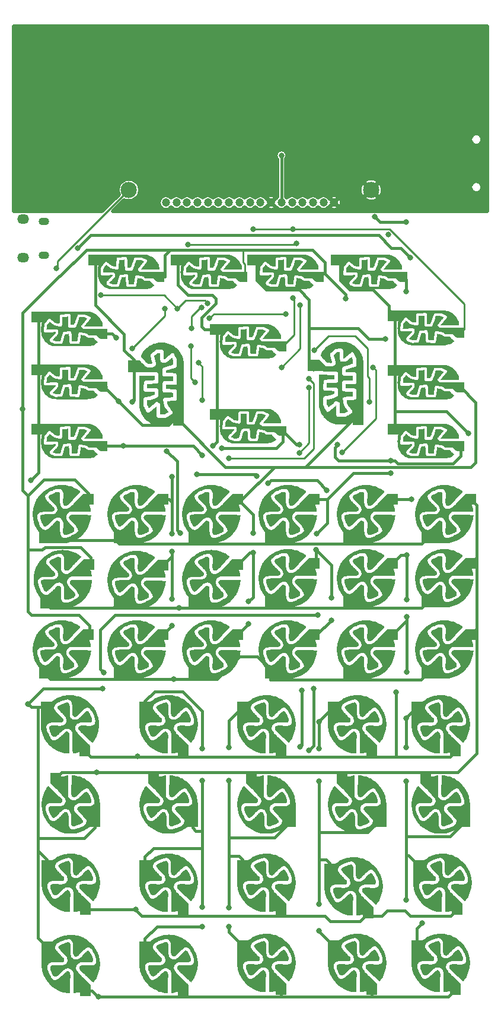
<source format=gbr>
G04 #@! TF.GenerationSoftware,KiCad,Pcbnew,5.1.2*
G04 #@! TF.CreationDate,2019-07-06T00:34:54-04:00*
G04 #@! TF.ProjectId,repl_sharp_el-w516x,7265706c-5f73-4686-9172-705f656c2d77,rev?*
G04 #@! TF.SameCoordinates,Original*
G04 #@! TF.FileFunction,Copper,L1,Top*
G04 #@! TF.FilePolarity,Positive*
%FSLAX46Y46*%
G04 Gerber Fmt 4.6, Leading zero omitted, Abs format (unit mm)*
G04 Created by KiCad (PCBNEW 5.1.2) date 2019-07-06 00:34:54*
%MOMM*%
%LPD*%
G04 APERTURE LIST*
%ADD10C,1.200000*%
%ADD11C,2.310000*%
%ADD12C,1.524000*%
%ADD13C,0.100000*%
%ADD14C,1.000000*%
%ADD15C,1.670000*%
%ADD16O,1.500000X1.100000*%
%ADD17O,1.700000X1.350000*%
%ADD18C,0.800000*%
%ADD19C,0.250000*%
%ADD20C,0.381000*%
%ADD21C,0.500000*%
G04 APERTURE END LIST*
D10*
X123525000Y-34420000D03*
X125025000Y-34420000D03*
X126525000Y-34420000D03*
X128025000Y-34420000D03*
X129525000Y-34420000D03*
X131025000Y-34420000D03*
X132525000Y-34420000D03*
X134025000Y-34420000D03*
X135525000Y-34420000D03*
X137025000Y-34420000D03*
X138525000Y-34420000D03*
X140025000Y-34420000D03*
X141525000Y-34420000D03*
X143025000Y-34420000D03*
X144525000Y-34420000D03*
X146025000Y-34420000D03*
X147525000Y-34420000D03*
D11*
X118225000Y-32620000D03*
X152825000Y-32620000D03*
D12*
X123104000Y-86148000D03*
D13*
G36*
X118758933Y-85088903D02*
G01*
X118759093Y-85088907D01*
X118794218Y-85090297D01*
X118794558Y-85090322D01*
X118821105Y-85093194D01*
X118821640Y-85093282D01*
X118843506Y-85098088D01*
X118844047Y-85098239D01*
X118865132Y-85105430D01*
X118865350Y-85105510D01*
X118868974Y-85106937D01*
X118869228Y-85107045D01*
X118933331Y-85136472D01*
X118933949Y-85136810D01*
X118983112Y-85168415D01*
X118983913Y-85169055D01*
X119019557Y-85204094D01*
X119020353Y-85205111D01*
X119043901Y-85244843D01*
X119044330Y-85245772D01*
X119052577Y-85269847D01*
X119052684Y-85270199D01*
X119057648Y-85289133D01*
X119057676Y-85289248D01*
X119062013Y-85307546D01*
X119062052Y-85307723D01*
X119065805Y-85326585D01*
X119065841Y-85326792D01*
X119069052Y-85347416D01*
X119069079Y-85347614D01*
X119071791Y-85371198D01*
X119071808Y-85371364D01*
X119074064Y-85399108D01*
X119074072Y-85399235D01*
X119075914Y-85432338D01*
X119075919Y-85432431D01*
X119077390Y-85472091D01*
X119077392Y-85472156D01*
X119078535Y-85519572D01*
X119078535Y-85519616D01*
X119079392Y-85575988D01*
X119079393Y-85576018D01*
X119080007Y-85642543D01*
X119080007Y-85642562D01*
X119080421Y-85720440D01*
X119080421Y-85720453D01*
X119080677Y-85810883D01*
X119080677Y-85810890D01*
X119080818Y-85915070D01*
X119080818Y-85915074D01*
X119080886Y-86034204D01*
X119080886Y-86034205D01*
X119080895Y-86059835D01*
X119081009Y-86191344D01*
X119081270Y-86307301D01*
X119081691Y-86408544D01*
X119082285Y-86495909D01*
X119083062Y-86570255D01*
X119083061Y-86570255D01*
X119084033Y-86632339D01*
X119084034Y-86632339D01*
X119085215Y-86683124D01*
X119086613Y-86723280D01*
X119088241Y-86753752D01*
X119090101Y-86775252D01*
X119091307Y-86784077D01*
X119117736Y-86902304D01*
X119155664Y-87012716D01*
X119204237Y-87114533D01*
X119262556Y-87206873D01*
X119329766Y-87288912D01*
X119404962Y-87359771D01*
X119487287Y-87418616D01*
X119575856Y-87464594D01*
X119669807Y-87496864D01*
X119768354Y-87514591D01*
X119833833Y-87517896D01*
X119920584Y-87514162D01*
X119998070Y-87502195D01*
X120071955Y-87480905D01*
X120119531Y-87462036D01*
X120169270Y-87436981D01*
X120229225Y-87400861D01*
X120298165Y-87354573D01*
X120374955Y-87298968D01*
X120458349Y-87234976D01*
X120547169Y-87163489D01*
X120640279Y-87085365D01*
X120736476Y-87001512D01*
X120781227Y-86961454D01*
X120870528Y-86879596D01*
X120969111Y-86786940D01*
X121075701Y-86684781D01*
X121188747Y-86574673D01*
X121306844Y-86458031D01*
X121428551Y-86336305D01*
X121552429Y-86210943D01*
X121677037Y-86083395D01*
X121800937Y-85955109D01*
X121922687Y-85827535D01*
X122040824Y-85702146D01*
X122153981Y-85580315D01*
X122157064Y-85576970D01*
X122157082Y-85576950D01*
X122192322Y-85539109D01*
X122192355Y-85539074D01*
X122227618Y-85501941D01*
X122227654Y-85501904D01*
X122259832Y-85468703D01*
X122259882Y-85468652D01*
X122285863Y-85442609D01*
X122285939Y-85442534D01*
X122296389Y-85432497D01*
X122296438Y-85432450D01*
X122341358Y-85390457D01*
X122342000Y-85389967D01*
X122342000Y-85386000D01*
X123866000Y-85386000D01*
X123866000Y-86910000D01*
X123271787Y-86910000D01*
X123297597Y-86981740D01*
X123297692Y-86982031D01*
X123369468Y-87227806D01*
X123369545Y-87228105D01*
X123426016Y-87477877D01*
X123426075Y-87478185D01*
X123466822Y-87731050D01*
X123466846Y-87731211D01*
X123467827Y-87738882D01*
X123467832Y-87738930D01*
X123472919Y-87782002D01*
X123472930Y-87782096D01*
X123476600Y-87819242D01*
X123476611Y-87819378D01*
X123478628Y-87847653D01*
X123478641Y-87847969D01*
X123478772Y-87864429D01*
X123478624Y-87865676D01*
X123477907Y-87868558D01*
X123477578Y-87869482D01*
X123477076Y-87870323D01*
X123476419Y-87871050D01*
X123475632Y-87871636D01*
X123474747Y-87872056D01*
X123473606Y-87872321D01*
X123464552Y-87873324D01*
X123464230Y-87873349D01*
X123439812Y-87874468D01*
X123439741Y-87874471D01*
X123400982Y-87875693D01*
X123400950Y-87875693D01*
X123348871Y-87877005D01*
X123348853Y-87877006D01*
X123284477Y-87878394D01*
X123284465Y-87878394D01*
X123208815Y-87879845D01*
X123208806Y-87879845D01*
X123122903Y-87881346D01*
X123122897Y-87881346D01*
X123027765Y-87882883D01*
X123027759Y-87882883D01*
X122924420Y-87884443D01*
X122924416Y-87884443D01*
X122813893Y-87886012D01*
X122813889Y-87886013D01*
X122697202Y-87887579D01*
X122697199Y-87887579D01*
X122575373Y-87889127D01*
X122575369Y-87889127D01*
X122449426Y-87890645D01*
X122449423Y-87890645D01*
X122320384Y-87892119D01*
X122320381Y-87892119D01*
X122189270Y-87893536D01*
X122189267Y-87893536D01*
X122057106Y-87894882D01*
X122057103Y-87894882D01*
X121924914Y-87896144D01*
X121924910Y-87896144D01*
X121793715Y-87897308D01*
X121793712Y-87897308D01*
X121664535Y-87898362D01*
X121664531Y-87898362D01*
X121538393Y-87899292D01*
X121538388Y-87899292D01*
X121416312Y-87900084D01*
X121416308Y-87900084D01*
X121304577Y-87900699D01*
X121197822Y-87901281D01*
X121094817Y-87901939D01*
X120996874Y-87902661D01*
X120905307Y-87903431D01*
X120821429Y-87904236D01*
X120746557Y-87905062D01*
X120681992Y-87905894D01*
X120681992Y-87905893D01*
X120629093Y-87906718D01*
X120589149Y-87907520D01*
X120563451Y-87908286D01*
X120555633Y-87908715D01*
X120473911Y-87923694D01*
X120393967Y-87953699D01*
X120317942Y-87997616D01*
X120248067Y-88054352D01*
X120224281Y-88078331D01*
X120183031Y-88126488D01*
X120140225Y-88183678D01*
X120097743Y-88246747D01*
X120057473Y-88312521D01*
X120021285Y-88377835D01*
X119991065Y-88439490D01*
X119968680Y-88494298D01*
X119958576Y-88527251D01*
X119943181Y-88618517D01*
X119942022Y-88711537D01*
X119955278Y-88807081D01*
X119983159Y-88905858D01*
X120025890Y-89008582D01*
X120083678Y-89115902D01*
X120137936Y-89201162D01*
X120168678Y-89245625D01*
X120200284Y-89289051D01*
X120233928Y-89332780D01*
X120270773Y-89378136D01*
X120311964Y-89426414D01*
X120358588Y-89478848D01*
X120411923Y-89536888D01*
X120473046Y-89601757D01*
X120543143Y-89674799D01*
X120623294Y-89757245D01*
X120665920Y-89800793D01*
X120665927Y-89800801D01*
X120742405Y-89879262D01*
X120742436Y-89879293D01*
X120808111Y-89947853D01*
X120808157Y-89947903D01*
X120864116Y-90007937D01*
X120864185Y-90008011D01*
X120911516Y-90060892D01*
X120911610Y-90061000D01*
X120951400Y-90108104D01*
X120951521Y-90108254D01*
X120984856Y-90150956D01*
X120985002Y-90151152D01*
X121012971Y-90190827D01*
X121013128Y-90191064D01*
X121036817Y-90229086D01*
X121036967Y-90229344D01*
X121057464Y-90267089D01*
X121057589Y-90267335D01*
X121075981Y-90306177D01*
X121076061Y-90306354D01*
X121088423Y-90335317D01*
X121088498Y-90335504D01*
X121099885Y-90365466D01*
X121100040Y-90365947D01*
X121107093Y-90392241D01*
X121107222Y-90392888D01*
X121110956Y-90421439D01*
X121110994Y-90421893D01*
X121112422Y-90458627D01*
X121112426Y-90458778D01*
X121112575Y-90476119D01*
X121112575Y-90476191D01*
X121112352Y-90514911D01*
X121112342Y-90515204D01*
X121110540Y-90543152D01*
X121110454Y-90543804D01*
X121105928Y-90566591D01*
X121105727Y-90567316D01*
X121097334Y-90590552D01*
X121097177Y-90590934D01*
X121083771Y-90620227D01*
X121083738Y-90620298D01*
X121082651Y-90622578D01*
X121082430Y-90622991D01*
X121042699Y-90689470D01*
X121042215Y-90690145D01*
X120987429Y-90754540D01*
X120986948Y-90755032D01*
X120916925Y-90817459D01*
X120916490Y-90817806D01*
X120831050Y-90878378D01*
X120830674Y-90878620D01*
X120729634Y-90937455D01*
X120729317Y-90937624D01*
X120612497Y-90994835D01*
X120612232Y-90994956D01*
X120479450Y-91050660D01*
X120479229Y-91050746D01*
X120330303Y-91105058D01*
X120330200Y-91105095D01*
X120318836Y-91108959D01*
X120318738Y-91108991D01*
X120192278Y-91149112D01*
X120192057Y-91149177D01*
X120078241Y-91179587D01*
X120077951Y-91179655D01*
X119976283Y-91200439D01*
X119975902Y-91200501D01*
X119885885Y-91211741D01*
X119885378Y-91211779D01*
X119806516Y-91213557D01*
X119805849Y-91213527D01*
X119737646Y-91205926D01*
X119737238Y-91205864D01*
X119736345Y-91205689D01*
X119735764Y-91205538D01*
X119687058Y-91189731D01*
X119686157Y-91189337D01*
X119639402Y-91163142D01*
X119638612Y-91162594D01*
X119599762Y-91129651D01*
X119599165Y-91129050D01*
X119586857Y-91114375D01*
X119586432Y-91113786D01*
X119566828Y-91081984D01*
X119566486Y-91081325D01*
X119549502Y-91041582D01*
X119549313Y-91041061D01*
X119534265Y-90991166D01*
X119534170Y-90990804D01*
X119520371Y-90928549D01*
X119520328Y-90928332D01*
X119509417Y-90866220D01*
X119509395Y-90866084D01*
X119503989Y-90829397D01*
X119503969Y-90829243D01*
X119499698Y-90792361D01*
X119499681Y-90792188D01*
X119496556Y-90753492D01*
X119496545Y-90753323D01*
X119494577Y-90711196D01*
X119494573Y-90711048D01*
X119493772Y-90663875D01*
X119493771Y-90663755D01*
X119494150Y-90609917D01*
X119494152Y-90609826D01*
X119495722Y-90547707D01*
X119495724Y-90547641D01*
X119498495Y-90475624D01*
X119498497Y-90475578D01*
X119502480Y-90392045D01*
X119502481Y-90392014D01*
X119507688Y-90295349D01*
X119507689Y-90295330D01*
X119514014Y-90185892D01*
X119520449Y-90072170D01*
X119525419Y-89972775D01*
X119528994Y-89885679D01*
X119531239Y-89808869D01*
X119532222Y-89740420D01*
X119532013Y-89678051D01*
X119531661Y-89656914D01*
X119530433Y-89599423D01*
X119529113Y-89555145D01*
X119527297Y-89520821D01*
X119524586Y-89493204D01*
X119520581Y-89468988D01*
X119514851Y-89444783D01*
X119506964Y-89417297D01*
X119497955Y-89387978D01*
X119456292Y-89266649D01*
X119410959Y-89160528D01*
X119361202Y-89068494D01*
X119306288Y-88989473D01*
X119245466Y-88922372D01*
X119177974Y-88866102D01*
X119102899Y-88819504D01*
X119081956Y-88808811D01*
X119022747Y-88782884D01*
X118965552Y-88764953D01*
X118905854Y-88754154D01*
X118839130Y-88749689D01*
X118761085Y-88750802D01*
X118649494Y-88761160D01*
X118540751Y-88782041D01*
X118437504Y-88812573D01*
X118342563Y-88851850D01*
X118258560Y-88899019D01*
X118224944Y-88922679D01*
X118210099Y-88935237D01*
X118184660Y-88958332D01*
X118149951Y-88990720D01*
X118107256Y-89031173D01*
X118107257Y-89031174D01*
X118057714Y-89078606D01*
X118002588Y-89131804D01*
X117943070Y-89189630D01*
X117880366Y-89250931D01*
X117823675Y-89306669D01*
X117719462Y-89409101D01*
X117719449Y-89409115D01*
X117625749Y-89500530D01*
X117625730Y-89500548D01*
X117541679Y-89581724D01*
X117541655Y-89581747D01*
X117466391Y-89653464D01*
X117466359Y-89653494D01*
X117399018Y-89716529D01*
X117398975Y-89716569D01*
X117338694Y-89771702D01*
X117338639Y-89771751D01*
X117284556Y-89819760D01*
X117284486Y-89819822D01*
X117235738Y-89861486D01*
X117235648Y-89861560D01*
X117191371Y-89897658D01*
X117191262Y-89897745D01*
X117150594Y-89929054D01*
X117150465Y-89929150D01*
X117112543Y-89956451D01*
X117112401Y-89956549D01*
X117077522Y-89979872D01*
X117077286Y-89980021D01*
X117023402Y-90011845D01*
X117022865Y-90012120D01*
X116976995Y-90032210D01*
X116976056Y-90032515D01*
X116935349Y-90041408D01*
X116934052Y-90041518D01*
X116895658Y-90039747D01*
X116894427Y-90039534D01*
X116855494Y-90027635D01*
X116854932Y-90027425D01*
X116844967Y-90023016D01*
X116844467Y-90022761D01*
X116805582Y-90000034D01*
X116804916Y-89999568D01*
X116765886Y-89967240D01*
X116765411Y-89966792D01*
X116725927Y-89924277D01*
X116725601Y-89923887D01*
X116685353Y-89870597D01*
X116685130Y-89870277D01*
X116643808Y-89805626D01*
X116643654Y-89805368D01*
X116600949Y-89728770D01*
X116600841Y-89728564D01*
X116556442Y-89639432D01*
X116556364Y-89639269D01*
X116509962Y-89537017D01*
X116509905Y-89536888D01*
X116461190Y-89420929D01*
X116461148Y-89420825D01*
X116409811Y-89290572D01*
X116409780Y-89290490D01*
X116355510Y-89145358D01*
X116355487Y-89145295D01*
X116302981Y-88998914D01*
X116302966Y-88998872D01*
X116277732Y-88926481D01*
X116277712Y-88926424D01*
X116257766Y-88866918D01*
X116257733Y-88866814D01*
X116242481Y-88817784D01*
X116242431Y-88817613D01*
X116231276Y-88776648D01*
X116231213Y-88776393D01*
X116223563Y-88741085D01*
X116223504Y-88740758D01*
X116218762Y-88708696D01*
X116218723Y-88708351D01*
X116216296Y-88677126D01*
X116216282Y-88676848D01*
X116215574Y-88644424D01*
X116215579Y-88644065D01*
X116218495Y-88585848D01*
X116218597Y-88585066D01*
X116228551Y-88537864D01*
X116228892Y-88536825D01*
X116247361Y-88496236D01*
X116247896Y-88495329D01*
X116276354Y-88456955D01*
X116276631Y-88456613D01*
X116279867Y-88452969D01*
X116280119Y-88452706D01*
X116316713Y-88417088D01*
X116317342Y-88416568D01*
X116357780Y-88388405D01*
X116358466Y-88388004D01*
X116407487Y-88364365D01*
X116407923Y-88364180D01*
X116446361Y-88349947D01*
X116446603Y-88349864D01*
X116483614Y-88338275D01*
X116483859Y-88338206D01*
X116523123Y-88328074D01*
X116523369Y-88328017D01*
X116566117Y-88319263D01*
X116566344Y-88319222D01*
X116613805Y-88311767D01*
X116614001Y-88311740D01*
X116667406Y-88305504D01*
X116667567Y-88305488D01*
X116728145Y-88300393D01*
X116728272Y-88300384D01*
X116797254Y-88296349D01*
X116797352Y-88296344D01*
X116875966Y-88293290D01*
X116876040Y-88293287D01*
X116965518Y-88291136D01*
X116965573Y-88291135D01*
X117067143Y-88289806D01*
X117067183Y-88289806D01*
X117182076Y-88289221D01*
X117182104Y-88289221D01*
X117311549Y-88289301D01*
X117311565Y-88289301D01*
X117379858Y-88289554D01*
X117379860Y-88289554D01*
X117481258Y-88289971D01*
X117567780Y-88290206D01*
X117640922Y-88290224D01*
X117702224Y-88289991D01*
X117753238Y-88289472D01*
X117795366Y-88288635D01*
X117830173Y-88287445D01*
X117859230Y-88285868D01*
X117883986Y-88283874D01*
X117905953Y-88281431D01*
X117926767Y-88278492D01*
X117936117Y-88277003D01*
X118064287Y-88251731D01*
X118177660Y-88220222D01*
X118276937Y-88182239D01*
X118362691Y-88137586D01*
X118435658Y-88085972D01*
X118452926Y-88071092D01*
X118485540Y-88037771D01*
X118520808Y-87995076D01*
X118555828Y-87947171D01*
X118587701Y-87898233D01*
X118613465Y-87852581D01*
X118630144Y-87814775D01*
X118655075Y-87722253D01*
X118668637Y-87623347D01*
X118670974Y-87521636D01*
X118662252Y-87420718D01*
X118642656Y-87324155D01*
X118612348Y-87235388D01*
X118600391Y-87209170D01*
X118578233Y-87168216D01*
X118549779Y-87123623D01*
X118514326Y-87074605D01*
X118471180Y-87020387D01*
X118419639Y-86960181D01*
X118359000Y-86893200D01*
X118288652Y-86818750D01*
X118207892Y-86736039D01*
X118115945Y-86644197D01*
X118012240Y-86542564D01*
X118010774Y-86541139D01*
X118010759Y-86541124D01*
X117904554Y-86436985D01*
X117904518Y-86436949D01*
X117810399Y-86342754D01*
X117810353Y-86342707D01*
X117727824Y-86257905D01*
X117727765Y-86257843D01*
X117656328Y-86181881D01*
X117656252Y-86181799D01*
X117595411Y-86114124D01*
X117595313Y-86114012D01*
X117544569Y-86054074D01*
X117544442Y-86053918D01*
X117503300Y-86001163D01*
X117503136Y-86000940D01*
X117471098Y-85954816D01*
X117470895Y-85954499D01*
X117448393Y-85916235D01*
X117448235Y-85915945D01*
X117432948Y-85885523D01*
X117432741Y-85885050D01*
X117424222Y-85862574D01*
X117423956Y-85861570D01*
X117420731Y-85840820D01*
X117420673Y-85839935D01*
X117421266Y-85814694D01*
X117421279Y-85814437D01*
X117421996Y-85804877D01*
X117422067Y-85804334D01*
X117432728Y-85747182D01*
X117433080Y-85746054D01*
X117456340Y-85694150D01*
X117456906Y-85693191D01*
X117494326Y-85643400D01*
X117494706Y-85642952D01*
X117510964Y-85625915D01*
X117511146Y-85625734D01*
X117533773Y-85604340D01*
X117533991Y-85604146D01*
X117558816Y-85583278D01*
X117559047Y-85583095D01*
X117587511Y-85561899D01*
X117587722Y-85561749D01*
X117621264Y-85539376D01*
X117621438Y-85539266D01*
X117661499Y-85514861D01*
X117661630Y-85514784D01*
X117709650Y-85487497D01*
X117709743Y-85487445D01*
X117767162Y-85456423D01*
X117767226Y-85456389D01*
X117835486Y-85420781D01*
X117835529Y-85420759D01*
X117916069Y-85379713D01*
X117916093Y-85379701D01*
X117988035Y-85343526D01*
X117988053Y-85343517D01*
X118091095Y-85292242D01*
X118091128Y-85292225D01*
X118181257Y-85248195D01*
X118181310Y-85248170D01*
X118260039Y-85210852D01*
X118260120Y-85210814D01*
X118328959Y-85179675D01*
X118329077Y-85179624D01*
X118389538Y-85154130D01*
X118389704Y-85154064D01*
X118443297Y-85133682D01*
X118443517Y-85133603D01*
X118491754Y-85117800D01*
X118492031Y-85117719D01*
X118536423Y-85105961D01*
X118536741Y-85105887D01*
X118578800Y-85097642D01*
X118579129Y-85097589D01*
X118620365Y-85092322D01*
X118620662Y-85092293D01*
X118662587Y-85089472D01*
X118662820Y-85089462D01*
X118706944Y-85088552D01*
X118707040Y-85088551D01*
X118711284Y-85088545D01*
X118711329Y-85088545D01*
X118758933Y-85088903D01*
X118758933Y-85088903D01*
G37*
D12*
X116874000Y-91668000D03*
D13*
G36*
X119336860Y-84100807D02*
G01*
X119597539Y-84109153D01*
X119597850Y-84109172D01*
X119856142Y-84133595D01*
X119856450Y-84133634D01*
X120111730Y-84173917D01*
X120112036Y-84173975D01*
X120363678Y-84229904D01*
X120363979Y-84229981D01*
X120611357Y-84301340D01*
X120611652Y-84301435D01*
X120854142Y-84388008D01*
X120854431Y-84388121D01*
X121091406Y-84489693D01*
X121091687Y-84489824D01*
X121322522Y-84606179D01*
X121322793Y-84606327D01*
X121546863Y-84737249D01*
X121547125Y-84737413D01*
X121763804Y-84882687D01*
X121764012Y-84882834D01*
X121899525Y-84984024D01*
X121899659Y-84984127D01*
X121927609Y-85006514D01*
X121927733Y-85006617D01*
X121950053Y-85025708D01*
X121950263Y-85025899D01*
X121964231Y-85039289D01*
X121964871Y-85040036D01*
X121968229Y-85044847D01*
X121968709Y-85045702D01*
X121969012Y-85046634D01*
X121969128Y-85047607D01*
X121969052Y-85048585D01*
X121968633Y-85049880D01*
X121967352Y-85052537D01*
X121966867Y-85053340D01*
X121962729Y-85058933D01*
X121962564Y-85059144D01*
X121955123Y-85068147D01*
X121955046Y-85068239D01*
X121943860Y-85081132D01*
X121943816Y-85081181D01*
X121928441Y-85098438D01*
X121928415Y-85098468D01*
X121908407Y-85120568D01*
X121908389Y-85120587D01*
X121883303Y-85148005D01*
X121883291Y-85148018D01*
X121852684Y-85181233D01*
X121852675Y-85181243D01*
X121816103Y-85220730D01*
X121816097Y-85220736D01*
X121773117Y-85266974D01*
X121773113Y-85266979D01*
X121723280Y-85320443D01*
X121723276Y-85320447D01*
X121666146Y-85381614D01*
X121666143Y-85381617D01*
X121601273Y-85450965D01*
X121601271Y-85450967D01*
X121528217Y-85528973D01*
X121528216Y-85528974D01*
X121446534Y-85616114D01*
X121446533Y-85616116D01*
X121355778Y-85712867D01*
X121355777Y-85712868D01*
X121255507Y-85819707D01*
X121255506Y-85819707D01*
X121145275Y-85937111D01*
X121024642Y-86065557D01*
X121024641Y-86065558D01*
X120911345Y-86186165D01*
X120805048Y-86299334D01*
X120709353Y-86401213D01*
X120709352Y-86401215D01*
X120623609Y-86492429D01*
X120623606Y-86492432D01*
X120547167Y-86573605D01*
X120547162Y-86573610D01*
X120479378Y-86645367D01*
X120479369Y-86645377D01*
X120419590Y-86708343D01*
X120419577Y-86708356D01*
X120367155Y-86763154D01*
X120367136Y-86763174D01*
X120321420Y-86810430D01*
X120321392Y-86810459D01*
X120281734Y-86850798D01*
X120281693Y-86850839D01*
X120247444Y-86884883D01*
X120247386Y-86884940D01*
X120217896Y-86913316D01*
X120217813Y-86913394D01*
X120192434Y-86936725D01*
X120192316Y-86936830D01*
X120170397Y-86955741D01*
X120170233Y-86955876D01*
X120151127Y-86970992D01*
X120150906Y-86971158D01*
X120133963Y-86983103D01*
X120133683Y-86983286D01*
X120118253Y-86992685D01*
X120117935Y-86992863D01*
X120103369Y-87000340D01*
X120103063Y-87000484D01*
X120088713Y-87006663D01*
X120088481Y-87006757D01*
X120073696Y-87012264D01*
X120073577Y-87012306D01*
X120057710Y-87017764D01*
X120057706Y-87017766D01*
X120040106Y-87023801D01*
X120039920Y-87023866D01*
X120039616Y-87023961D01*
X119954031Y-87047839D01*
X119953309Y-87047984D01*
X119873431Y-87058002D01*
X119872555Y-87058035D01*
X119799169Y-87054298D01*
X119798151Y-87054140D01*
X119732041Y-87036755D01*
X119730962Y-87036332D01*
X119672912Y-87005407D01*
X119671982Y-87004767D01*
X119629380Y-86967719D01*
X119628708Y-86967008D01*
X119592541Y-86920314D01*
X119592082Y-86919604D01*
X119561778Y-86862765D01*
X119561490Y-86862118D01*
X119536985Y-86794542D01*
X119536821Y-86793994D01*
X119518054Y-86715084D01*
X119517969Y-86714640D01*
X119504876Y-86623803D01*
X119504838Y-86623451D01*
X119497357Y-86520092D01*
X119497345Y-86519814D01*
X119495414Y-86403339D01*
X119495415Y-86403119D01*
X119498971Y-86272933D01*
X119498979Y-86272760D01*
X119507960Y-86128269D01*
X119507970Y-86128131D01*
X119522312Y-85968740D01*
X119522318Y-85968680D01*
X119522679Y-85965146D01*
X119526149Y-85924134D01*
X119529606Y-85870355D01*
X119532861Y-85807693D01*
X119532860Y-85807693D01*
X119535745Y-85739671D01*
X119535746Y-85739671D01*
X119538075Y-85670152D01*
X119539477Y-85613234D01*
X119540685Y-85506553D01*
X119539622Y-85413974D01*
X119536122Y-85333328D01*
X119530018Y-85262297D01*
X119521152Y-85198753D01*
X119509345Y-85140381D01*
X119500631Y-85106403D01*
X119465920Y-85007292D01*
X119420230Y-84920277D01*
X119363727Y-84845320D01*
X119296601Y-84782503D01*
X119219000Y-84731898D01*
X119131056Y-84693613D01*
X119032918Y-84667792D01*
X118924738Y-84654591D01*
X118809801Y-84654023D01*
X118711100Y-84661942D01*
X118609412Y-84676924D01*
X118503289Y-84699403D01*
X118391153Y-84729832D01*
X118271436Y-84768668D01*
X118142650Y-84816343D01*
X118003198Y-84873324D01*
X117918546Y-84910053D01*
X117753779Y-84985767D01*
X117605133Y-85060157D01*
X117472371Y-85133396D01*
X117355257Y-85205660D01*
X117253593Y-85277091D01*
X117167113Y-85347871D01*
X117095620Y-85418122D01*
X117038830Y-85488023D01*
X116996503Y-85557691D01*
X116968254Y-85627515D01*
X116967249Y-85630882D01*
X116959669Y-85668911D01*
X116955285Y-85716671D01*
X116954274Y-85767816D01*
X116956790Y-85815790D01*
X116961978Y-85850071D01*
X116981142Y-85918732D01*
X117008129Y-85988234D01*
X117043791Y-86059897D01*
X117088995Y-86135092D01*
X117144617Y-86215195D01*
X117211504Y-86301545D01*
X117290519Y-86395504D01*
X117331111Y-86441581D01*
X117357311Y-86470001D01*
X117393748Y-86508140D01*
X117438847Y-86554443D01*
X117490876Y-86607197D01*
X117548269Y-86664855D01*
X117609386Y-86725799D01*
X117672560Y-86788385D01*
X117736210Y-86851049D01*
X117798657Y-86912138D01*
X117798658Y-86912137D01*
X117858324Y-86970088D01*
X117913520Y-87023237D01*
X117962687Y-87070043D01*
X118004096Y-87108802D01*
X118036215Y-87138001D01*
X118039640Y-87141025D01*
X118039771Y-87141144D01*
X118111021Y-87208675D01*
X118111308Y-87208971D01*
X118171415Y-87276188D01*
X118171724Y-87276570D01*
X118219540Y-87341964D01*
X118219878Y-87342492D01*
X118254249Y-87404550D01*
X118254538Y-87405167D01*
X118268853Y-87442128D01*
X118269100Y-87442990D01*
X118280860Y-87504181D01*
X118280950Y-87505179D01*
X118280249Y-87569678D01*
X118280146Y-87570632D01*
X118267381Y-87632669D01*
X118267132Y-87633503D01*
X118253617Y-87667616D01*
X118253187Y-87668458D01*
X118216209Y-87726573D01*
X118215591Y-87727358D01*
X118164505Y-87780371D01*
X118163868Y-87780929D01*
X118100509Y-87827545D01*
X118099878Y-87827941D01*
X118026076Y-87866863D01*
X118025451Y-87867140D01*
X117943041Y-87897073D01*
X117942653Y-87897196D01*
X117921932Y-87902863D01*
X117921835Y-87902888D01*
X117884866Y-87912206D01*
X117884788Y-87912225D01*
X117850854Y-87920204D01*
X117850725Y-87920233D01*
X117818239Y-87926968D01*
X117818068Y-87927000D01*
X117785443Y-87932589D01*
X117785254Y-87932618D01*
X117750903Y-87937157D01*
X117750722Y-87937178D01*
X117713059Y-87940763D01*
X117712905Y-87940775D01*
X117670341Y-87943504D01*
X117670221Y-87943510D01*
X117621171Y-87945478D01*
X117621085Y-87945481D01*
X117563962Y-87946786D01*
X117563903Y-87946787D01*
X117497119Y-87947525D01*
X117497081Y-87947525D01*
X117419050Y-87947793D01*
X117419027Y-87947793D01*
X117328161Y-87947687D01*
X117328149Y-87947687D01*
X117222863Y-87947304D01*
X117222859Y-87947304D01*
X117195462Y-87947182D01*
X117090384Y-87946874D01*
X116991878Y-87946917D01*
X116901321Y-87947296D01*
X116820112Y-87947995D01*
X116820112Y-87947994D01*
X116749753Y-87948995D01*
X116749753Y-87948996D01*
X116691540Y-87950288D01*
X116647029Y-87951847D01*
X116618289Y-87953597D01*
X116472981Y-87971167D01*
X116341774Y-87997195D01*
X116224612Y-88031675D01*
X116121548Y-88074564D01*
X116032541Y-88125840D01*
X115957560Y-88185472D01*
X115896535Y-88253464D01*
X115849409Y-88329842D01*
X115816128Y-88414685D01*
X115796697Y-88508055D01*
X115791139Y-88610028D01*
X115799506Y-88720744D01*
X115799872Y-88723460D01*
X115806961Y-88767030D01*
X115817386Y-88817320D01*
X115831470Y-88875447D01*
X115849571Y-88942666D01*
X115871976Y-89019967D01*
X115899049Y-89108618D01*
X115931098Y-89209699D01*
X115968450Y-89324353D01*
X115991298Y-89393386D01*
X116043889Y-89545982D01*
X116095187Y-89683250D01*
X116145635Y-89806049D01*
X116195740Y-89915397D01*
X116245923Y-90012139D01*
X116296698Y-90097305D01*
X116348515Y-90171809D01*
X116401872Y-90236640D01*
X116435899Y-90272356D01*
X116472665Y-90307129D01*
X116508359Y-90336842D01*
X116545767Y-90363146D01*
X116587723Y-90387707D01*
X116637066Y-90412168D01*
X116696567Y-90438123D01*
X116768965Y-90467168D01*
X116771238Y-90468055D01*
X116824498Y-90488622D01*
X116865396Y-90503787D01*
X116896652Y-90514317D01*
X116921148Y-90521041D01*
X116941679Y-90524778D01*
X116961271Y-90526375D01*
X116978242Y-90526633D01*
X117009173Y-90524860D01*
X117041000Y-90519348D01*
X117074633Y-90509513D01*
X117110886Y-90494762D01*
X117150567Y-90474493D01*
X117194406Y-90448141D01*
X117243233Y-90415088D01*
X117297707Y-90374839D01*
X117358700Y-90326751D01*
X117426884Y-90270333D01*
X117503086Y-90204978D01*
X117588115Y-90130088D01*
X117682651Y-90045179D01*
X117787498Y-89949662D01*
X117863972Y-89879383D01*
X117921881Y-89825467D01*
X117987995Y-89762981D01*
X118059018Y-89695101D01*
X118131604Y-89625049D01*
X118202534Y-89555922D01*
X118268464Y-89490943D01*
X118300388Y-89459136D01*
X118300393Y-89459131D01*
X118366396Y-89393540D01*
X118366427Y-89393510D01*
X118423682Y-89337597D01*
X118423725Y-89337555D01*
X118471765Y-89291758D01*
X118471832Y-89291695D01*
X118510189Y-89256447D01*
X118510312Y-89256338D01*
X118538521Y-89232078D01*
X118538834Y-89231830D01*
X118556428Y-89218991D01*
X118557094Y-89218581D01*
X118559733Y-89217228D01*
X118560610Y-89216878D01*
X118582941Y-89210344D01*
X118583465Y-89210221D01*
X118616211Y-89204366D01*
X118616533Y-89204319D01*
X118653725Y-89200139D01*
X118653938Y-89200120D01*
X118665881Y-89199294D01*
X118666362Y-89199284D01*
X118750828Y-89201589D01*
X118751735Y-89201697D01*
X118829200Y-89218221D01*
X118830144Y-89218523D01*
X118899635Y-89248620D01*
X118900544Y-89249132D01*
X118961085Y-89292152D01*
X118961877Y-89292852D01*
X119012493Y-89348147D01*
X119013105Y-89348971D01*
X119052822Y-89415893D01*
X119053183Y-89416634D01*
X119074163Y-89470641D01*
X119074322Y-89471122D01*
X119079301Y-89489170D01*
X119079402Y-89489613D01*
X119082928Y-89509181D01*
X119082986Y-89509607D01*
X119085197Y-89533469D01*
X119085215Y-89533763D01*
X119086248Y-89564695D01*
X119086251Y-89564863D01*
X119086242Y-89605639D01*
X119086241Y-89605723D01*
X119085328Y-89659117D01*
X119085328Y-89659146D01*
X119084816Y-89681501D01*
X119084088Y-89720934D01*
X119083420Y-89774638D01*
X119082824Y-89840379D01*
X119082313Y-89916013D01*
X119081898Y-89999370D01*
X119081590Y-90088281D01*
X119081401Y-90180579D01*
X119081343Y-90274098D01*
X119081371Y-90324569D01*
X119081650Y-90445249D01*
X119082291Y-90551045D01*
X119083369Y-90643502D01*
X119084961Y-90724005D01*
X119087146Y-90794224D01*
X119089998Y-90855566D01*
X119093594Y-90909530D01*
X119098008Y-90957645D01*
X119103324Y-91001488D01*
X119109605Y-91042466D01*
X119116949Y-91082224D01*
X119121144Y-91102568D01*
X119131837Y-91138813D01*
X119149945Y-91184896D01*
X119173646Y-91237016D01*
X119201097Y-91291363D01*
X119230430Y-91344100D01*
X119259818Y-91391467D01*
X119266780Y-91401767D01*
X119325429Y-91473968D01*
X119392407Y-91532611D01*
X119467972Y-91577903D01*
X119552310Y-91609902D01*
X119645606Y-91628622D01*
X119748031Y-91634051D01*
X119859724Y-91626168D01*
X119980772Y-91604956D01*
X120111363Y-91570396D01*
X120164039Y-91553582D01*
X120229753Y-91530507D01*
X120297226Y-91504348D01*
X120368765Y-91474079D01*
X120446624Y-91438693D01*
X120533013Y-91397201D01*
X120630268Y-91348560D01*
X120675467Y-91325463D01*
X120815239Y-91253115D01*
X120940797Y-91186942D01*
X120940797Y-91186941D01*
X121052923Y-91126461D01*
X121152226Y-91071287D01*
X121239579Y-91020889D01*
X121315702Y-90974821D01*
X121381316Y-90932637D01*
X121437173Y-90893879D01*
X121484016Y-90858095D01*
X121522613Y-90824820D01*
X121553731Y-90793596D01*
X121573528Y-90770071D01*
X121602913Y-90728209D01*
X121621410Y-90691087D01*
X121631312Y-90652851D01*
X121634741Y-90607355D01*
X121634791Y-90603231D01*
X121633217Y-90564843D01*
X121627318Y-90525759D01*
X121616266Y-90483236D01*
X121599210Y-90434656D01*
X121575329Y-90377505D01*
X121543817Y-90309260D01*
X121537994Y-90297103D01*
X121494232Y-90208899D01*
X121452926Y-90132056D01*
X121411462Y-90062158D01*
X121367234Y-89994822D01*
X121317648Y-89925691D01*
X121314890Y-89921986D01*
X121293680Y-89893643D01*
X121273863Y-89867497D01*
X121254503Y-89842489D01*
X121234893Y-89817855D01*
X121214007Y-89792429D01*
X121191182Y-89765496D01*
X121165384Y-89735892D01*
X121135900Y-89702831D01*
X121135901Y-89702830D01*
X121101859Y-89665346D01*
X121062348Y-89622422D01*
X121016603Y-89573207D01*
X121016602Y-89573208D01*
X120963718Y-89516703D01*
X120902886Y-89452004D01*
X120833252Y-89378164D01*
X120753962Y-89294233D01*
X120753963Y-89294232D01*
X120671433Y-89206950D01*
X120671399Y-89206914D01*
X120602043Y-89132098D01*
X120601972Y-89132020D01*
X120538666Y-89060763D01*
X120538587Y-89060672D01*
X120482656Y-88994571D01*
X120482561Y-88994454D01*
X120435332Y-88935104D01*
X120435204Y-88934937D01*
X120398005Y-88883934D01*
X120397857Y-88883719D01*
X120380155Y-88856570D01*
X120380000Y-88856317D01*
X120363892Y-88828093D01*
X120363594Y-88827476D01*
X120354071Y-88803727D01*
X120353800Y-88802799D01*
X120348803Y-88776502D01*
X120348728Y-88775926D01*
X120346256Y-88741345D01*
X120346245Y-88741140D01*
X120345000Y-88700091D01*
X120345005Y-88699679D01*
X120346678Y-88667601D01*
X120346792Y-88666766D01*
X120352880Y-88639632D01*
X120353213Y-88638646D01*
X120365217Y-88612428D01*
X120365594Y-88611749D01*
X120385010Y-88582419D01*
X120385230Y-88582112D01*
X120413557Y-88545643D01*
X120413618Y-88545567D01*
X120423385Y-88533486D01*
X120423475Y-88533377D01*
X120468638Y-88480633D01*
X120468899Y-88480351D01*
X120508956Y-88440253D01*
X120509394Y-88439864D01*
X120546643Y-88410439D01*
X120547285Y-88410007D01*
X120584021Y-88389280D01*
X120584540Y-88389026D01*
X120598622Y-88383106D01*
X120598788Y-88383040D01*
X120614975Y-88376905D01*
X120615076Y-88376867D01*
X120630835Y-88371279D01*
X120631010Y-88371221D01*
X120647113Y-88366171D01*
X120647338Y-88366106D01*
X120664552Y-88361583D01*
X120664796Y-88361526D01*
X120683892Y-88357520D01*
X120684125Y-88357477D01*
X120705873Y-88353977D01*
X120706075Y-88353948D01*
X120731244Y-88350945D01*
X120731409Y-88350928D01*
X120760768Y-88348410D01*
X120760898Y-88348401D01*
X120795218Y-88346359D01*
X120795318Y-88346354D01*
X120835368Y-88344777D01*
X120835445Y-88344774D01*
X120881994Y-88343652D01*
X120882051Y-88343651D01*
X120935870Y-88342974D01*
X120935913Y-88342974D01*
X120997772Y-88342731D01*
X120997805Y-88342731D01*
X121068471Y-88342912D01*
X121068495Y-88342912D01*
X121148740Y-88343507D01*
X121148758Y-88343507D01*
X121239351Y-88344506D01*
X121239364Y-88344506D01*
X121341075Y-88345897D01*
X121341085Y-88345898D01*
X121454683Y-88347673D01*
X121454690Y-88347673D01*
X121580945Y-88349820D01*
X121580950Y-88349820D01*
X121720632Y-88352330D01*
X121720635Y-88352330D01*
X121874513Y-88355191D01*
X121874515Y-88355191D01*
X122043359Y-88358394D01*
X122197761Y-88361350D01*
X122197762Y-88361350D01*
X122342024Y-88364133D01*
X122342025Y-88364133D01*
X122481801Y-88366859D01*
X122481803Y-88366859D01*
X122616220Y-88369512D01*
X122616221Y-88369512D01*
X122744402Y-88372072D01*
X122744403Y-88372072D01*
X122865473Y-88374520D01*
X122865475Y-88374520D01*
X122978560Y-88376839D01*
X122978561Y-88376839D01*
X123082785Y-88379010D01*
X123082787Y-88379010D01*
X123177274Y-88381014D01*
X123177276Y-88381014D01*
X123261153Y-88382832D01*
X123261157Y-88382832D01*
X123333547Y-88384447D01*
X123333551Y-88384447D01*
X123393579Y-88385840D01*
X123393586Y-88385841D01*
X123440378Y-88386993D01*
X123440392Y-88386993D01*
X123473072Y-88387887D01*
X123473109Y-88387888D01*
X123490801Y-88388503D01*
X123490997Y-88388514D01*
X123494054Y-88388741D01*
X123495020Y-88388909D01*
X123495934Y-88389262D01*
X123496762Y-88389787D01*
X123497472Y-88390463D01*
X123498036Y-88391265D01*
X123498432Y-88392161D01*
X123498679Y-88393510D01*
X123499054Y-88402132D01*
X123499057Y-88402490D01*
X123498432Y-88424648D01*
X123498429Y-88424736D01*
X123496924Y-88457619D01*
X123496921Y-88457667D01*
X123494661Y-88498462D01*
X123494660Y-88498493D01*
X123492898Y-88527054D01*
X123492885Y-88527216D01*
X123468099Y-88789900D01*
X123468061Y-88790205D01*
X123427626Y-89048030D01*
X123427567Y-89048337D01*
X123371472Y-89301347D01*
X123371394Y-89301654D01*
X123299626Y-89549894D01*
X123299529Y-89550195D01*
X123212075Y-89793709D01*
X123211959Y-89794001D01*
X123108808Y-90032834D01*
X123108704Y-90033061D01*
X123038718Y-90175209D01*
X123038602Y-90175431D01*
X122913683Y-90400008D01*
X122913523Y-90400275D01*
X122774567Y-90617108D01*
X122774393Y-90617361D01*
X122622185Y-90825568D01*
X122621999Y-90825808D01*
X122457326Y-91024503D01*
X122457125Y-91024730D01*
X122280770Y-91213031D01*
X122280556Y-91213246D01*
X122093307Y-91390267D01*
X122093077Y-91390471D01*
X121895717Y-91555330D01*
X121895472Y-91555523D01*
X121688789Y-91707334D01*
X121688642Y-91707438D01*
X121659684Y-91727144D01*
X121659533Y-91727243D01*
X121442878Y-91863475D01*
X121442606Y-91863634D01*
X121217861Y-91985916D01*
X121217583Y-91986056D01*
X120985628Y-92094152D01*
X120985345Y-92094273D01*
X120747060Y-92187949D01*
X120746773Y-92188052D01*
X120503036Y-92267073D01*
X120502744Y-92267158D01*
X120254435Y-92331287D01*
X120254139Y-92331354D01*
X120002138Y-92380357D01*
X120001838Y-92380406D01*
X119747023Y-92414047D01*
X119746720Y-92414078D01*
X119489972Y-92432123D01*
X119489664Y-92432135D01*
X119231861Y-92434347D01*
X119231594Y-92434342D01*
X119089899Y-92428000D01*
X117636000Y-92428000D01*
X117636000Y-92430000D01*
X116112000Y-92430000D01*
X116112000Y-90906239D01*
X116042777Y-90823162D01*
X116042584Y-90822915D01*
X115890982Y-90615866D01*
X115890803Y-90615604D01*
X115752959Y-90399859D01*
X115752797Y-90399587D01*
X115628422Y-90174699D01*
X115628279Y-90174421D01*
X115517085Y-89939944D01*
X115516971Y-89939684D01*
X115430325Y-89726461D01*
X115430224Y-89726192D01*
X115347625Y-89483856D01*
X115347533Y-89483555D01*
X115280590Y-89237446D01*
X115280518Y-89237144D01*
X115229150Y-88988075D01*
X115229097Y-88987772D01*
X115193226Y-88736554D01*
X115193192Y-88736251D01*
X115172742Y-88483697D01*
X115172727Y-88483394D01*
X115167616Y-88230315D01*
X115167619Y-88230013D01*
X115177772Y-87977222D01*
X115177793Y-87976922D01*
X115203129Y-87725230D01*
X115203168Y-87724932D01*
X115243611Y-87475152D01*
X115243668Y-87474856D01*
X115299137Y-87227799D01*
X115299213Y-87227505D01*
X115369632Y-86983983D01*
X115369725Y-86983693D01*
X115455014Y-86744519D01*
X115455127Y-86744232D01*
X115555209Y-86510218D01*
X115555340Y-86509936D01*
X115670135Y-86281893D01*
X115670274Y-86281635D01*
X115781203Y-86090107D01*
X115781356Y-86089860D01*
X115924787Y-85872446D01*
X115924965Y-85872194D01*
X116080629Y-85665217D01*
X116080821Y-85664977D01*
X116248120Y-85468874D01*
X116248326Y-85468647D01*
X116426666Y-85283856D01*
X116426885Y-85283642D01*
X116615669Y-85110601D01*
X116615901Y-85110401D01*
X116814534Y-84949547D01*
X116814778Y-84949362D01*
X117022664Y-84801133D01*
X117022919Y-84800962D01*
X117239461Y-84665795D01*
X117239728Y-84665641D01*
X117464332Y-84543975D01*
X117464608Y-84543836D01*
X117696677Y-84436107D01*
X117696962Y-84435985D01*
X117935901Y-84342632D01*
X117936196Y-84342527D01*
X118181408Y-84263986D01*
X118181640Y-84263918D01*
X118316707Y-84227756D01*
X118316922Y-84227704D01*
X118560283Y-84173955D01*
X118560564Y-84173901D01*
X118800801Y-84135126D01*
X118801097Y-84135087D01*
X119040924Y-84110949D01*
X119041222Y-84110928D01*
X119283353Y-84101088D01*
X119283530Y-84101084D01*
X119336674Y-84100804D01*
X119336860Y-84100807D01*
X119336860Y-84100807D01*
G37*
D12*
X167046000Y-76750000D03*
D13*
G36*
X162700933Y-75690903D02*
G01*
X162701093Y-75690907D01*
X162736218Y-75692297D01*
X162736558Y-75692322D01*
X162763105Y-75695194D01*
X162763640Y-75695282D01*
X162785506Y-75700088D01*
X162786047Y-75700239D01*
X162807132Y-75707430D01*
X162807350Y-75707510D01*
X162810974Y-75708937D01*
X162811228Y-75709045D01*
X162875331Y-75738472D01*
X162875949Y-75738810D01*
X162925112Y-75770415D01*
X162925913Y-75771055D01*
X162961557Y-75806094D01*
X162962353Y-75807111D01*
X162985901Y-75846843D01*
X162986330Y-75847772D01*
X162994577Y-75871847D01*
X162994684Y-75872199D01*
X162999648Y-75891133D01*
X162999676Y-75891248D01*
X163004013Y-75909546D01*
X163004052Y-75909723D01*
X163007805Y-75928585D01*
X163007841Y-75928792D01*
X163011052Y-75949416D01*
X163011079Y-75949614D01*
X163013791Y-75973198D01*
X163013808Y-75973364D01*
X163016064Y-76001108D01*
X163016072Y-76001235D01*
X163017914Y-76034338D01*
X163017919Y-76034431D01*
X163019390Y-76074091D01*
X163019392Y-76074156D01*
X163020535Y-76121572D01*
X163020535Y-76121616D01*
X163021392Y-76177988D01*
X163021393Y-76178018D01*
X163022007Y-76244543D01*
X163022007Y-76244562D01*
X163022421Y-76322440D01*
X163022421Y-76322453D01*
X163022677Y-76412883D01*
X163022677Y-76412890D01*
X163022818Y-76517070D01*
X163022818Y-76517074D01*
X163022886Y-76636204D01*
X163022886Y-76636205D01*
X163022895Y-76661835D01*
X163023009Y-76793344D01*
X163023270Y-76909301D01*
X163023691Y-77010544D01*
X163024285Y-77097909D01*
X163025062Y-77172255D01*
X163025061Y-77172255D01*
X163026033Y-77234339D01*
X163026034Y-77234339D01*
X163027215Y-77285124D01*
X163028613Y-77325280D01*
X163030241Y-77355752D01*
X163032101Y-77377252D01*
X163033307Y-77386077D01*
X163059736Y-77504304D01*
X163097664Y-77614716D01*
X163146237Y-77716533D01*
X163204556Y-77808873D01*
X163271766Y-77890912D01*
X163346962Y-77961771D01*
X163429287Y-78020616D01*
X163517856Y-78066594D01*
X163611807Y-78098864D01*
X163710354Y-78116591D01*
X163775833Y-78119896D01*
X163862584Y-78116162D01*
X163940070Y-78104195D01*
X164013955Y-78082905D01*
X164061531Y-78064036D01*
X164111270Y-78038981D01*
X164171225Y-78002861D01*
X164240165Y-77956573D01*
X164316955Y-77900968D01*
X164400349Y-77836976D01*
X164489169Y-77765489D01*
X164582279Y-77687365D01*
X164678476Y-77603512D01*
X164723227Y-77563454D01*
X164812528Y-77481596D01*
X164911111Y-77388940D01*
X165017701Y-77286781D01*
X165130747Y-77176673D01*
X165248844Y-77060031D01*
X165370551Y-76938305D01*
X165494429Y-76812943D01*
X165619037Y-76685395D01*
X165742937Y-76557109D01*
X165864687Y-76429535D01*
X165982824Y-76304146D01*
X166095981Y-76182315D01*
X166099064Y-76178970D01*
X166099082Y-76178950D01*
X166134322Y-76141109D01*
X166134355Y-76141074D01*
X166169618Y-76103941D01*
X166169654Y-76103904D01*
X166201832Y-76070703D01*
X166201882Y-76070652D01*
X166227863Y-76044609D01*
X166227939Y-76044534D01*
X166238389Y-76034497D01*
X166238438Y-76034450D01*
X166283358Y-75992457D01*
X166284000Y-75991967D01*
X166284000Y-75988000D01*
X167808000Y-75988000D01*
X167808000Y-77512000D01*
X167213787Y-77512000D01*
X167239597Y-77583740D01*
X167239692Y-77584031D01*
X167311468Y-77829806D01*
X167311545Y-77830105D01*
X167368016Y-78079877D01*
X167368075Y-78080185D01*
X167408822Y-78333050D01*
X167408846Y-78333211D01*
X167409827Y-78340882D01*
X167409832Y-78340930D01*
X167414919Y-78384002D01*
X167414930Y-78384096D01*
X167418600Y-78421242D01*
X167418611Y-78421378D01*
X167420628Y-78449653D01*
X167420641Y-78449969D01*
X167420772Y-78466429D01*
X167420624Y-78467676D01*
X167419907Y-78470558D01*
X167419578Y-78471482D01*
X167419076Y-78472323D01*
X167418419Y-78473050D01*
X167417632Y-78473636D01*
X167416747Y-78474056D01*
X167415606Y-78474321D01*
X167406552Y-78475324D01*
X167406230Y-78475349D01*
X167381812Y-78476468D01*
X167381741Y-78476471D01*
X167342982Y-78477693D01*
X167342950Y-78477693D01*
X167290871Y-78479005D01*
X167290853Y-78479006D01*
X167226477Y-78480394D01*
X167226465Y-78480394D01*
X167150815Y-78481845D01*
X167150806Y-78481845D01*
X167064903Y-78483346D01*
X167064897Y-78483346D01*
X166969765Y-78484883D01*
X166969759Y-78484883D01*
X166866420Y-78486443D01*
X166866416Y-78486443D01*
X166755893Y-78488012D01*
X166755889Y-78488013D01*
X166639202Y-78489579D01*
X166639199Y-78489579D01*
X166517373Y-78491127D01*
X166517369Y-78491127D01*
X166391426Y-78492645D01*
X166391423Y-78492645D01*
X166262384Y-78494119D01*
X166262381Y-78494119D01*
X166131270Y-78495536D01*
X166131267Y-78495536D01*
X165999106Y-78496882D01*
X165999103Y-78496882D01*
X165866914Y-78498144D01*
X165866910Y-78498144D01*
X165735715Y-78499308D01*
X165735712Y-78499308D01*
X165606535Y-78500362D01*
X165606531Y-78500362D01*
X165480393Y-78501292D01*
X165480388Y-78501292D01*
X165358312Y-78502084D01*
X165358308Y-78502084D01*
X165246577Y-78502699D01*
X165139822Y-78503281D01*
X165036817Y-78503939D01*
X164938874Y-78504661D01*
X164847307Y-78505431D01*
X164763429Y-78506236D01*
X164688557Y-78507062D01*
X164623992Y-78507894D01*
X164623992Y-78507893D01*
X164571093Y-78508718D01*
X164531149Y-78509520D01*
X164505451Y-78510286D01*
X164497633Y-78510715D01*
X164415911Y-78525694D01*
X164335967Y-78555699D01*
X164259942Y-78599616D01*
X164190067Y-78656352D01*
X164166281Y-78680331D01*
X164125031Y-78728488D01*
X164082225Y-78785678D01*
X164039743Y-78848747D01*
X163999473Y-78914521D01*
X163963285Y-78979835D01*
X163933065Y-79041490D01*
X163910680Y-79096298D01*
X163900576Y-79129251D01*
X163885181Y-79220517D01*
X163884022Y-79313537D01*
X163897278Y-79409081D01*
X163925159Y-79507858D01*
X163967890Y-79610582D01*
X164025678Y-79717902D01*
X164079936Y-79803162D01*
X164110678Y-79847625D01*
X164142284Y-79891051D01*
X164175928Y-79934780D01*
X164212773Y-79980136D01*
X164253964Y-80028414D01*
X164300588Y-80080848D01*
X164353923Y-80138888D01*
X164415046Y-80203757D01*
X164485143Y-80276799D01*
X164565294Y-80359245D01*
X164607920Y-80402793D01*
X164607927Y-80402801D01*
X164684405Y-80481262D01*
X164684436Y-80481293D01*
X164750111Y-80549853D01*
X164750157Y-80549903D01*
X164806116Y-80609937D01*
X164806185Y-80610011D01*
X164853516Y-80662892D01*
X164853610Y-80663000D01*
X164893400Y-80710104D01*
X164893521Y-80710254D01*
X164926856Y-80752956D01*
X164927002Y-80753152D01*
X164954971Y-80792827D01*
X164955128Y-80793064D01*
X164978817Y-80831086D01*
X164978967Y-80831344D01*
X164999464Y-80869089D01*
X164999589Y-80869335D01*
X165017981Y-80908177D01*
X165018061Y-80908354D01*
X165030423Y-80937317D01*
X165030498Y-80937504D01*
X165041885Y-80967466D01*
X165042040Y-80967947D01*
X165049093Y-80994241D01*
X165049222Y-80994888D01*
X165052956Y-81023439D01*
X165052994Y-81023893D01*
X165054422Y-81060627D01*
X165054426Y-81060778D01*
X165054575Y-81078119D01*
X165054575Y-81078191D01*
X165054352Y-81116911D01*
X165054342Y-81117204D01*
X165052540Y-81145152D01*
X165052454Y-81145804D01*
X165047928Y-81168591D01*
X165047727Y-81169316D01*
X165039334Y-81192552D01*
X165039177Y-81192934D01*
X165025771Y-81222227D01*
X165025738Y-81222298D01*
X165024651Y-81224578D01*
X165024430Y-81224991D01*
X164984699Y-81291470D01*
X164984215Y-81292145D01*
X164929429Y-81356540D01*
X164928948Y-81357032D01*
X164858925Y-81419459D01*
X164858490Y-81419806D01*
X164773050Y-81480378D01*
X164772674Y-81480620D01*
X164671634Y-81539455D01*
X164671317Y-81539624D01*
X164554497Y-81596835D01*
X164554232Y-81596956D01*
X164421450Y-81652660D01*
X164421229Y-81652746D01*
X164272303Y-81707058D01*
X164272200Y-81707095D01*
X164260836Y-81710959D01*
X164260738Y-81710991D01*
X164134278Y-81751112D01*
X164134057Y-81751177D01*
X164020241Y-81781587D01*
X164019951Y-81781655D01*
X163918283Y-81802439D01*
X163917902Y-81802501D01*
X163827885Y-81813741D01*
X163827378Y-81813779D01*
X163748516Y-81815557D01*
X163747849Y-81815527D01*
X163679646Y-81807926D01*
X163679238Y-81807864D01*
X163678345Y-81807689D01*
X163677764Y-81807538D01*
X163629058Y-81791731D01*
X163628157Y-81791337D01*
X163581402Y-81765142D01*
X163580612Y-81764594D01*
X163541762Y-81731651D01*
X163541165Y-81731050D01*
X163528857Y-81716375D01*
X163528432Y-81715786D01*
X163508828Y-81683984D01*
X163508486Y-81683325D01*
X163491502Y-81643582D01*
X163491313Y-81643061D01*
X163476265Y-81593166D01*
X163476170Y-81592804D01*
X163462371Y-81530549D01*
X163462328Y-81530332D01*
X163451417Y-81468220D01*
X163451395Y-81468084D01*
X163445989Y-81431397D01*
X163445969Y-81431243D01*
X163441698Y-81394361D01*
X163441681Y-81394188D01*
X163438556Y-81355492D01*
X163438545Y-81355323D01*
X163436577Y-81313196D01*
X163436573Y-81313048D01*
X163435772Y-81265875D01*
X163435771Y-81265755D01*
X163436150Y-81211917D01*
X163436152Y-81211826D01*
X163437722Y-81149707D01*
X163437724Y-81149641D01*
X163440495Y-81077624D01*
X163440497Y-81077578D01*
X163444480Y-80994045D01*
X163444481Y-80994014D01*
X163449688Y-80897349D01*
X163449689Y-80897330D01*
X163456014Y-80787892D01*
X163462449Y-80674170D01*
X163467419Y-80574775D01*
X163470994Y-80487679D01*
X163473239Y-80410869D01*
X163474222Y-80342420D01*
X163474013Y-80280051D01*
X163473661Y-80258914D01*
X163472433Y-80201423D01*
X163471113Y-80157145D01*
X163469297Y-80122821D01*
X163466586Y-80095204D01*
X163462581Y-80070988D01*
X163456851Y-80046783D01*
X163448964Y-80019297D01*
X163439955Y-79989978D01*
X163398292Y-79868649D01*
X163352959Y-79762528D01*
X163303202Y-79670494D01*
X163248288Y-79591473D01*
X163187466Y-79524372D01*
X163119974Y-79468102D01*
X163044899Y-79421504D01*
X163023956Y-79410811D01*
X162964747Y-79384884D01*
X162907552Y-79366953D01*
X162847854Y-79356154D01*
X162781130Y-79351689D01*
X162703085Y-79352802D01*
X162591494Y-79363160D01*
X162482751Y-79384041D01*
X162379504Y-79414573D01*
X162284563Y-79453850D01*
X162200560Y-79501019D01*
X162166944Y-79524679D01*
X162152099Y-79537237D01*
X162126660Y-79560332D01*
X162091951Y-79592720D01*
X162049256Y-79633173D01*
X162049257Y-79633174D01*
X161999714Y-79680606D01*
X161944588Y-79733804D01*
X161885070Y-79791630D01*
X161822366Y-79852931D01*
X161765675Y-79908669D01*
X161661462Y-80011101D01*
X161661449Y-80011115D01*
X161567749Y-80102530D01*
X161567730Y-80102548D01*
X161483679Y-80183724D01*
X161483655Y-80183747D01*
X161408391Y-80255464D01*
X161408359Y-80255494D01*
X161341018Y-80318529D01*
X161340975Y-80318569D01*
X161280694Y-80373702D01*
X161280639Y-80373751D01*
X161226556Y-80421760D01*
X161226486Y-80421822D01*
X161177738Y-80463486D01*
X161177648Y-80463560D01*
X161133371Y-80499658D01*
X161133262Y-80499745D01*
X161092594Y-80531054D01*
X161092465Y-80531150D01*
X161054543Y-80558451D01*
X161054401Y-80558549D01*
X161019522Y-80581872D01*
X161019286Y-80582021D01*
X160965402Y-80613845D01*
X160964865Y-80614120D01*
X160918995Y-80634210D01*
X160918056Y-80634515D01*
X160877349Y-80643408D01*
X160876052Y-80643518D01*
X160837658Y-80641747D01*
X160836427Y-80641534D01*
X160797494Y-80629635D01*
X160796932Y-80629425D01*
X160786967Y-80625016D01*
X160786467Y-80624761D01*
X160747582Y-80602034D01*
X160746916Y-80601568D01*
X160707886Y-80569240D01*
X160707411Y-80568792D01*
X160667927Y-80526277D01*
X160667601Y-80525887D01*
X160627353Y-80472597D01*
X160627130Y-80472277D01*
X160585808Y-80407626D01*
X160585654Y-80407368D01*
X160542949Y-80330770D01*
X160542841Y-80330564D01*
X160498442Y-80241432D01*
X160498364Y-80241269D01*
X160451962Y-80139017D01*
X160451905Y-80138888D01*
X160403190Y-80022929D01*
X160403148Y-80022825D01*
X160351811Y-79892572D01*
X160351780Y-79892490D01*
X160297510Y-79747358D01*
X160297487Y-79747295D01*
X160244981Y-79600914D01*
X160244966Y-79600872D01*
X160219732Y-79528481D01*
X160219712Y-79528424D01*
X160199766Y-79468918D01*
X160199733Y-79468814D01*
X160184481Y-79419784D01*
X160184431Y-79419613D01*
X160173276Y-79378648D01*
X160173213Y-79378393D01*
X160165563Y-79343085D01*
X160165504Y-79342758D01*
X160160762Y-79310696D01*
X160160723Y-79310351D01*
X160158296Y-79279126D01*
X160158282Y-79278848D01*
X160157574Y-79246424D01*
X160157579Y-79246065D01*
X160160495Y-79187848D01*
X160160597Y-79187066D01*
X160170551Y-79139864D01*
X160170892Y-79138825D01*
X160189361Y-79098236D01*
X160189896Y-79097329D01*
X160218354Y-79058955D01*
X160218631Y-79058613D01*
X160221867Y-79054969D01*
X160222119Y-79054706D01*
X160258713Y-79019088D01*
X160259342Y-79018568D01*
X160299780Y-78990405D01*
X160300466Y-78990004D01*
X160349487Y-78966365D01*
X160349923Y-78966180D01*
X160388361Y-78951947D01*
X160388603Y-78951864D01*
X160425614Y-78940275D01*
X160425859Y-78940206D01*
X160465123Y-78930074D01*
X160465369Y-78930017D01*
X160508117Y-78921263D01*
X160508344Y-78921222D01*
X160555805Y-78913767D01*
X160556001Y-78913740D01*
X160609406Y-78907504D01*
X160609567Y-78907488D01*
X160670145Y-78902393D01*
X160670272Y-78902384D01*
X160739254Y-78898349D01*
X160739352Y-78898344D01*
X160817966Y-78895290D01*
X160818040Y-78895287D01*
X160907518Y-78893136D01*
X160907573Y-78893135D01*
X161009143Y-78891806D01*
X161009183Y-78891806D01*
X161124076Y-78891221D01*
X161124104Y-78891221D01*
X161253549Y-78891301D01*
X161253565Y-78891301D01*
X161321858Y-78891554D01*
X161321860Y-78891554D01*
X161423258Y-78891971D01*
X161509780Y-78892206D01*
X161582922Y-78892224D01*
X161644224Y-78891991D01*
X161695238Y-78891472D01*
X161737366Y-78890635D01*
X161772173Y-78889445D01*
X161801230Y-78887868D01*
X161825986Y-78885874D01*
X161847953Y-78883431D01*
X161868767Y-78880492D01*
X161878117Y-78879003D01*
X162006287Y-78853731D01*
X162119660Y-78822222D01*
X162218937Y-78784239D01*
X162304691Y-78739586D01*
X162377658Y-78687972D01*
X162394926Y-78673092D01*
X162427540Y-78639771D01*
X162462808Y-78597076D01*
X162497828Y-78549171D01*
X162529701Y-78500233D01*
X162555465Y-78454581D01*
X162572144Y-78416775D01*
X162597075Y-78324253D01*
X162610637Y-78225347D01*
X162612974Y-78123636D01*
X162604252Y-78022718D01*
X162584656Y-77926155D01*
X162554348Y-77837388D01*
X162542391Y-77811170D01*
X162520233Y-77770216D01*
X162491779Y-77725623D01*
X162456326Y-77676605D01*
X162413180Y-77622387D01*
X162361639Y-77562181D01*
X162301000Y-77495200D01*
X162230652Y-77420750D01*
X162149892Y-77338039D01*
X162057945Y-77246197D01*
X161954240Y-77144564D01*
X161952774Y-77143139D01*
X161952759Y-77143124D01*
X161846554Y-77038985D01*
X161846518Y-77038949D01*
X161752399Y-76944754D01*
X161752353Y-76944707D01*
X161669824Y-76859905D01*
X161669765Y-76859843D01*
X161598328Y-76783881D01*
X161598252Y-76783799D01*
X161537411Y-76716124D01*
X161537313Y-76716012D01*
X161486569Y-76656074D01*
X161486442Y-76655918D01*
X161445300Y-76603163D01*
X161445136Y-76602940D01*
X161413098Y-76556816D01*
X161412895Y-76556499D01*
X161390393Y-76518235D01*
X161390235Y-76517945D01*
X161374948Y-76487523D01*
X161374741Y-76487050D01*
X161366222Y-76464574D01*
X161365956Y-76463570D01*
X161362731Y-76442820D01*
X161362673Y-76441935D01*
X161363266Y-76416694D01*
X161363279Y-76416437D01*
X161363996Y-76406877D01*
X161364067Y-76406334D01*
X161374728Y-76349182D01*
X161375080Y-76348054D01*
X161398340Y-76296150D01*
X161398906Y-76295191D01*
X161436326Y-76245400D01*
X161436706Y-76244952D01*
X161452964Y-76227915D01*
X161453146Y-76227734D01*
X161475773Y-76206340D01*
X161475991Y-76206146D01*
X161500816Y-76185278D01*
X161501047Y-76185095D01*
X161529511Y-76163899D01*
X161529722Y-76163749D01*
X161563264Y-76141376D01*
X161563438Y-76141266D01*
X161603499Y-76116861D01*
X161603630Y-76116784D01*
X161651650Y-76089497D01*
X161651743Y-76089445D01*
X161709162Y-76058423D01*
X161709226Y-76058389D01*
X161777486Y-76022781D01*
X161777529Y-76022759D01*
X161858069Y-75981713D01*
X161858093Y-75981701D01*
X161930035Y-75945526D01*
X161930053Y-75945517D01*
X162033095Y-75894242D01*
X162033128Y-75894225D01*
X162123257Y-75850195D01*
X162123310Y-75850170D01*
X162202039Y-75812852D01*
X162202120Y-75812814D01*
X162270959Y-75781675D01*
X162271077Y-75781624D01*
X162331538Y-75756130D01*
X162331704Y-75756064D01*
X162385297Y-75735682D01*
X162385517Y-75735603D01*
X162433754Y-75719800D01*
X162434031Y-75719719D01*
X162478423Y-75707961D01*
X162478741Y-75707887D01*
X162520800Y-75699642D01*
X162521129Y-75699589D01*
X162562365Y-75694322D01*
X162562662Y-75694293D01*
X162604587Y-75691472D01*
X162604820Y-75691462D01*
X162648944Y-75690552D01*
X162649040Y-75690551D01*
X162653284Y-75690545D01*
X162653329Y-75690545D01*
X162700933Y-75690903D01*
X162700933Y-75690903D01*
G37*
D12*
X160816000Y-82270000D03*
D13*
G36*
X163278860Y-74702807D02*
G01*
X163539539Y-74711153D01*
X163539850Y-74711172D01*
X163798142Y-74735595D01*
X163798450Y-74735634D01*
X164053730Y-74775917D01*
X164054036Y-74775975D01*
X164305678Y-74831904D01*
X164305979Y-74831981D01*
X164553357Y-74903340D01*
X164553652Y-74903435D01*
X164796142Y-74990008D01*
X164796431Y-74990121D01*
X165033406Y-75091693D01*
X165033687Y-75091824D01*
X165264522Y-75208179D01*
X165264793Y-75208327D01*
X165488863Y-75339249D01*
X165489125Y-75339413D01*
X165705804Y-75484687D01*
X165706012Y-75484834D01*
X165841525Y-75586024D01*
X165841659Y-75586127D01*
X165869609Y-75608514D01*
X165869733Y-75608617D01*
X165892053Y-75627708D01*
X165892263Y-75627899D01*
X165906231Y-75641289D01*
X165906871Y-75642036D01*
X165910229Y-75646847D01*
X165910709Y-75647702D01*
X165911012Y-75648634D01*
X165911128Y-75649607D01*
X165911052Y-75650585D01*
X165910633Y-75651880D01*
X165909352Y-75654537D01*
X165908867Y-75655340D01*
X165904729Y-75660933D01*
X165904564Y-75661144D01*
X165897123Y-75670147D01*
X165897046Y-75670239D01*
X165885860Y-75683132D01*
X165885816Y-75683181D01*
X165870441Y-75700438D01*
X165870415Y-75700468D01*
X165850407Y-75722568D01*
X165850389Y-75722587D01*
X165825303Y-75750005D01*
X165825291Y-75750018D01*
X165794684Y-75783233D01*
X165794675Y-75783243D01*
X165758103Y-75822730D01*
X165758097Y-75822736D01*
X165715117Y-75868974D01*
X165715113Y-75868979D01*
X165665280Y-75922443D01*
X165665276Y-75922447D01*
X165608146Y-75983614D01*
X165608143Y-75983617D01*
X165543273Y-76052965D01*
X165543271Y-76052967D01*
X165470217Y-76130973D01*
X165470216Y-76130974D01*
X165388534Y-76218114D01*
X165388533Y-76218116D01*
X165297778Y-76314867D01*
X165297777Y-76314868D01*
X165197507Y-76421707D01*
X165197506Y-76421707D01*
X165087275Y-76539111D01*
X164966642Y-76667557D01*
X164966641Y-76667558D01*
X164853345Y-76788165D01*
X164747048Y-76901334D01*
X164651353Y-77003213D01*
X164651352Y-77003215D01*
X164565609Y-77094429D01*
X164565606Y-77094432D01*
X164489167Y-77175605D01*
X164489162Y-77175610D01*
X164421378Y-77247367D01*
X164421369Y-77247377D01*
X164361590Y-77310343D01*
X164361577Y-77310356D01*
X164309155Y-77365154D01*
X164309136Y-77365174D01*
X164263420Y-77412430D01*
X164263392Y-77412459D01*
X164223734Y-77452798D01*
X164223693Y-77452839D01*
X164189444Y-77486883D01*
X164189386Y-77486940D01*
X164159896Y-77515316D01*
X164159813Y-77515394D01*
X164134434Y-77538725D01*
X164134316Y-77538830D01*
X164112397Y-77557741D01*
X164112233Y-77557876D01*
X164093127Y-77572992D01*
X164092906Y-77573158D01*
X164075963Y-77585103D01*
X164075683Y-77585286D01*
X164060253Y-77594685D01*
X164059935Y-77594863D01*
X164045369Y-77602340D01*
X164045063Y-77602484D01*
X164030713Y-77608663D01*
X164030481Y-77608757D01*
X164015696Y-77614264D01*
X164015577Y-77614306D01*
X163999710Y-77619764D01*
X163999706Y-77619766D01*
X163982106Y-77625801D01*
X163981920Y-77625866D01*
X163981616Y-77625961D01*
X163896031Y-77649839D01*
X163895309Y-77649984D01*
X163815431Y-77660002D01*
X163814555Y-77660035D01*
X163741169Y-77656298D01*
X163740151Y-77656140D01*
X163674041Y-77638755D01*
X163672962Y-77638332D01*
X163614912Y-77607407D01*
X163613982Y-77606767D01*
X163571380Y-77569719D01*
X163570708Y-77569008D01*
X163534541Y-77522314D01*
X163534082Y-77521604D01*
X163503778Y-77464765D01*
X163503490Y-77464118D01*
X163478985Y-77396542D01*
X163478821Y-77395994D01*
X163460054Y-77317084D01*
X163459969Y-77316640D01*
X163446876Y-77225803D01*
X163446838Y-77225451D01*
X163439357Y-77122092D01*
X163439345Y-77121814D01*
X163437414Y-77005339D01*
X163437415Y-77005119D01*
X163440971Y-76874933D01*
X163440979Y-76874760D01*
X163449960Y-76730269D01*
X163449970Y-76730131D01*
X163464312Y-76570740D01*
X163464318Y-76570680D01*
X163464679Y-76567146D01*
X163468149Y-76526134D01*
X163471606Y-76472355D01*
X163474861Y-76409693D01*
X163474860Y-76409693D01*
X163477745Y-76341671D01*
X163477746Y-76341671D01*
X163480075Y-76272152D01*
X163481477Y-76215234D01*
X163482685Y-76108553D01*
X163481622Y-76015974D01*
X163478122Y-75935328D01*
X163472018Y-75864297D01*
X163463152Y-75800753D01*
X163451345Y-75742381D01*
X163442631Y-75708403D01*
X163407920Y-75609292D01*
X163362230Y-75522277D01*
X163305727Y-75447320D01*
X163238601Y-75384503D01*
X163161000Y-75333898D01*
X163073056Y-75295613D01*
X162974918Y-75269792D01*
X162866738Y-75256591D01*
X162751801Y-75256023D01*
X162653100Y-75263942D01*
X162551412Y-75278924D01*
X162445289Y-75301403D01*
X162333153Y-75331832D01*
X162213436Y-75370668D01*
X162084650Y-75418343D01*
X161945198Y-75475324D01*
X161860546Y-75512053D01*
X161695779Y-75587767D01*
X161547133Y-75662157D01*
X161414371Y-75735396D01*
X161297257Y-75807660D01*
X161195593Y-75879091D01*
X161109113Y-75949871D01*
X161037620Y-76020122D01*
X160980830Y-76090023D01*
X160938503Y-76159691D01*
X160910254Y-76229515D01*
X160909249Y-76232882D01*
X160901669Y-76270911D01*
X160897285Y-76318671D01*
X160896274Y-76369816D01*
X160898790Y-76417790D01*
X160903978Y-76452071D01*
X160923142Y-76520732D01*
X160950129Y-76590234D01*
X160985791Y-76661897D01*
X161030995Y-76737092D01*
X161086617Y-76817195D01*
X161153504Y-76903545D01*
X161232519Y-76997504D01*
X161273111Y-77043581D01*
X161299311Y-77072001D01*
X161335748Y-77110140D01*
X161380847Y-77156443D01*
X161432876Y-77209197D01*
X161490269Y-77266855D01*
X161551386Y-77327799D01*
X161614560Y-77390385D01*
X161678210Y-77453049D01*
X161740657Y-77514138D01*
X161740658Y-77514137D01*
X161800324Y-77572088D01*
X161855520Y-77625237D01*
X161904687Y-77672043D01*
X161946096Y-77710802D01*
X161978215Y-77740001D01*
X161981640Y-77743025D01*
X161981771Y-77743144D01*
X162053021Y-77810675D01*
X162053308Y-77810971D01*
X162113415Y-77878188D01*
X162113724Y-77878570D01*
X162161540Y-77943964D01*
X162161878Y-77944492D01*
X162196249Y-78006550D01*
X162196538Y-78007167D01*
X162210853Y-78044128D01*
X162211100Y-78044990D01*
X162222860Y-78106181D01*
X162222950Y-78107179D01*
X162222249Y-78171678D01*
X162222146Y-78172632D01*
X162209381Y-78234669D01*
X162209132Y-78235503D01*
X162195617Y-78269616D01*
X162195187Y-78270458D01*
X162158209Y-78328573D01*
X162157591Y-78329358D01*
X162106505Y-78382371D01*
X162105868Y-78382929D01*
X162042509Y-78429545D01*
X162041878Y-78429941D01*
X161968076Y-78468863D01*
X161967451Y-78469140D01*
X161885041Y-78499073D01*
X161884653Y-78499196D01*
X161863932Y-78504863D01*
X161863835Y-78504888D01*
X161826866Y-78514206D01*
X161826788Y-78514225D01*
X161792854Y-78522204D01*
X161792725Y-78522233D01*
X161760239Y-78528968D01*
X161760068Y-78529000D01*
X161727443Y-78534589D01*
X161727254Y-78534618D01*
X161692903Y-78539157D01*
X161692722Y-78539178D01*
X161655059Y-78542763D01*
X161654905Y-78542775D01*
X161612341Y-78545504D01*
X161612221Y-78545510D01*
X161563171Y-78547478D01*
X161563085Y-78547481D01*
X161505962Y-78548786D01*
X161505903Y-78548787D01*
X161439119Y-78549525D01*
X161439081Y-78549525D01*
X161361050Y-78549793D01*
X161361027Y-78549793D01*
X161270161Y-78549687D01*
X161270149Y-78549687D01*
X161164863Y-78549304D01*
X161164859Y-78549304D01*
X161137462Y-78549182D01*
X161032384Y-78548874D01*
X160933878Y-78548917D01*
X160843321Y-78549296D01*
X160762112Y-78549995D01*
X160762112Y-78549994D01*
X160691753Y-78550995D01*
X160691753Y-78550996D01*
X160633540Y-78552288D01*
X160589029Y-78553847D01*
X160560289Y-78555597D01*
X160414981Y-78573167D01*
X160283774Y-78599195D01*
X160166612Y-78633675D01*
X160063548Y-78676564D01*
X159974541Y-78727840D01*
X159899560Y-78787472D01*
X159838535Y-78855464D01*
X159791409Y-78931842D01*
X159758128Y-79016685D01*
X159738697Y-79110055D01*
X159733139Y-79212028D01*
X159741506Y-79322744D01*
X159741872Y-79325460D01*
X159748961Y-79369030D01*
X159759386Y-79419320D01*
X159773470Y-79477447D01*
X159791571Y-79544666D01*
X159813976Y-79621967D01*
X159841049Y-79710618D01*
X159873098Y-79811699D01*
X159910450Y-79926353D01*
X159933298Y-79995386D01*
X159985889Y-80147982D01*
X160037187Y-80285250D01*
X160087635Y-80408049D01*
X160137740Y-80517397D01*
X160187923Y-80614139D01*
X160238698Y-80699305D01*
X160290515Y-80773809D01*
X160343872Y-80838640D01*
X160377899Y-80874356D01*
X160414665Y-80909129D01*
X160450359Y-80938842D01*
X160487767Y-80965146D01*
X160529723Y-80989707D01*
X160579066Y-81014168D01*
X160638567Y-81040123D01*
X160710965Y-81069168D01*
X160713238Y-81070055D01*
X160766498Y-81090622D01*
X160807396Y-81105787D01*
X160838652Y-81116317D01*
X160863148Y-81123041D01*
X160883679Y-81126778D01*
X160903271Y-81128375D01*
X160920242Y-81128633D01*
X160951173Y-81126860D01*
X160983000Y-81121348D01*
X161016633Y-81111513D01*
X161052886Y-81096762D01*
X161092567Y-81076493D01*
X161136406Y-81050141D01*
X161185233Y-81017088D01*
X161239707Y-80976839D01*
X161300700Y-80928751D01*
X161368884Y-80872333D01*
X161445086Y-80806978D01*
X161530115Y-80732088D01*
X161624651Y-80647179D01*
X161729498Y-80551662D01*
X161805972Y-80481383D01*
X161863881Y-80427467D01*
X161929995Y-80364981D01*
X162001018Y-80297101D01*
X162073604Y-80227049D01*
X162144534Y-80157922D01*
X162210464Y-80092943D01*
X162242388Y-80061136D01*
X162242393Y-80061131D01*
X162308396Y-79995540D01*
X162308427Y-79995510D01*
X162365682Y-79939597D01*
X162365725Y-79939555D01*
X162413765Y-79893758D01*
X162413832Y-79893695D01*
X162452189Y-79858447D01*
X162452312Y-79858338D01*
X162480521Y-79834078D01*
X162480834Y-79833830D01*
X162498428Y-79820991D01*
X162499094Y-79820581D01*
X162501733Y-79819228D01*
X162502610Y-79818878D01*
X162524941Y-79812344D01*
X162525465Y-79812221D01*
X162558211Y-79806366D01*
X162558533Y-79806319D01*
X162595725Y-79802139D01*
X162595938Y-79802120D01*
X162607881Y-79801294D01*
X162608362Y-79801284D01*
X162692828Y-79803589D01*
X162693735Y-79803697D01*
X162771200Y-79820221D01*
X162772144Y-79820523D01*
X162841635Y-79850620D01*
X162842544Y-79851132D01*
X162903085Y-79894152D01*
X162903877Y-79894852D01*
X162954493Y-79950147D01*
X162955105Y-79950971D01*
X162994822Y-80017893D01*
X162995183Y-80018634D01*
X163016163Y-80072641D01*
X163016322Y-80073122D01*
X163021301Y-80091170D01*
X163021402Y-80091613D01*
X163024928Y-80111181D01*
X163024986Y-80111607D01*
X163027197Y-80135469D01*
X163027215Y-80135763D01*
X163028248Y-80166695D01*
X163028251Y-80166863D01*
X163028242Y-80207639D01*
X163028241Y-80207723D01*
X163027328Y-80261117D01*
X163027328Y-80261146D01*
X163026816Y-80283501D01*
X163026088Y-80322934D01*
X163025420Y-80376638D01*
X163024824Y-80442379D01*
X163024313Y-80518013D01*
X163023898Y-80601370D01*
X163023590Y-80690281D01*
X163023401Y-80782579D01*
X163023343Y-80876098D01*
X163023371Y-80926569D01*
X163023650Y-81047249D01*
X163024291Y-81153045D01*
X163025369Y-81245502D01*
X163026961Y-81326005D01*
X163029146Y-81396224D01*
X163031998Y-81457566D01*
X163035594Y-81511530D01*
X163040008Y-81559645D01*
X163045324Y-81603488D01*
X163051605Y-81644466D01*
X163058949Y-81684224D01*
X163063144Y-81704568D01*
X163073837Y-81740813D01*
X163091945Y-81786896D01*
X163115646Y-81839016D01*
X163143097Y-81893363D01*
X163172430Y-81946100D01*
X163201818Y-81993467D01*
X163208780Y-82003767D01*
X163267429Y-82075968D01*
X163334407Y-82134611D01*
X163409972Y-82179903D01*
X163494310Y-82211902D01*
X163587606Y-82230622D01*
X163690031Y-82236051D01*
X163801724Y-82228168D01*
X163922772Y-82206956D01*
X164053363Y-82172396D01*
X164106039Y-82155582D01*
X164171753Y-82132507D01*
X164239226Y-82106348D01*
X164310765Y-82076079D01*
X164388624Y-82040693D01*
X164475013Y-81999201D01*
X164572268Y-81950560D01*
X164617467Y-81927463D01*
X164757239Y-81855115D01*
X164882797Y-81788942D01*
X164882797Y-81788941D01*
X164994923Y-81728461D01*
X165094226Y-81673287D01*
X165181579Y-81622889D01*
X165257702Y-81576821D01*
X165323316Y-81534637D01*
X165379173Y-81495879D01*
X165426016Y-81460095D01*
X165464613Y-81426820D01*
X165495731Y-81395596D01*
X165515528Y-81372071D01*
X165544913Y-81330209D01*
X165563410Y-81293087D01*
X165573312Y-81254851D01*
X165576741Y-81209355D01*
X165576791Y-81205231D01*
X165575217Y-81166843D01*
X165569318Y-81127759D01*
X165558266Y-81085236D01*
X165541210Y-81036656D01*
X165517329Y-80979505D01*
X165485817Y-80911260D01*
X165479994Y-80899103D01*
X165436232Y-80810899D01*
X165394926Y-80734056D01*
X165353462Y-80664158D01*
X165309234Y-80596822D01*
X165259648Y-80527691D01*
X165256890Y-80523986D01*
X165235680Y-80495643D01*
X165215863Y-80469497D01*
X165196503Y-80444489D01*
X165176893Y-80419855D01*
X165156007Y-80394429D01*
X165133182Y-80367496D01*
X165107384Y-80337892D01*
X165077900Y-80304831D01*
X165077901Y-80304830D01*
X165043859Y-80267346D01*
X165004348Y-80224422D01*
X164958603Y-80175207D01*
X164958602Y-80175208D01*
X164905718Y-80118703D01*
X164844886Y-80054004D01*
X164775252Y-79980164D01*
X164695962Y-79896233D01*
X164695963Y-79896232D01*
X164613433Y-79808950D01*
X164613399Y-79808914D01*
X164544043Y-79734098D01*
X164543972Y-79734020D01*
X164480666Y-79662763D01*
X164480587Y-79662672D01*
X164424656Y-79596571D01*
X164424561Y-79596454D01*
X164377332Y-79537104D01*
X164377204Y-79536937D01*
X164340005Y-79485934D01*
X164339857Y-79485719D01*
X164322155Y-79458570D01*
X164322000Y-79458317D01*
X164305892Y-79430093D01*
X164305594Y-79429476D01*
X164296071Y-79405727D01*
X164295800Y-79404799D01*
X164290803Y-79378502D01*
X164290728Y-79377926D01*
X164288256Y-79343345D01*
X164288245Y-79343140D01*
X164287000Y-79302091D01*
X164287005Y-79301679D01*
X164288678Y-79269601D01*
X164288792Y-79268766D01*
X164294880Y-79241632D01*
X164295213Y-79240646D01*
X164307217Y-79214428D01*
X164307594Y-79213749D01*
X164327010Y-79184419D01*
X164327230Y-79184112D01*
X164355557Y-79147643D01*
X164355618Y-79147567D01*
X164365385Y-79135486D01*
X164365475Y-79135377D01*
X164410638Y-79082633D01*
X164410899Y-79082351D01*
X164450956Y-79042253D01*
X164451394Y-79041864D01*
X164488643Y-79012439D01*
X164489285Y-79012007D01*
X164526021Y-78991280D01*
X164526540Y-78991026D01*
X164540622Y-78985106D01*
X164540788Y-78985040D01*
X164556975Y-78978905D01*
X164557076Y-78978867D01*
X164572835Y-78973279D01*
X164573010Y-78973221D01*
X164589113Y-78968171D01*
X164589338Y-78968106D01*
X164606552Y-78963583D01*
X164606796Y-78963526D01*
X164625892Y-78959520D01*
X164626125Y-78959477D01*
X164647873Y-78955977D01*
X164648075Y-78955948D01*
X164673244Y-78952945D01*
X164673409Y-78952928D01*
X164702768Y-78950410D01*
X164702898Y-78950401D01*
X164737218Y-78948359D01*
X164737318Y-78948354D01*
X164777368Y-78946777D01*
X164777445Y-78946774D01*
X164823994Y-78945652D01*
X164824051Y-78945651D01*
X164877870Y-78944974D01*
X164877913Y-78944974D01*
X164939772Y-78944731D01*
X164939805Y-78944731D01*
X165010471Y-78944912D01*
X165010495Y-78944912D01*
X165090740Y-78945507D01*
X165090758Y-78945507D01*
X165181351Y-78946506D01*
X165181364Y-78946506D01*
X165283075Y-78947897D01*
X165283085Y-78947898D01*
X165396683Y-78949673D01*
X165396690Y-78949673D01*
X165522945Y-78951820D01*
X165522950Y-78951820D01*
X165662632Y-78954330D01*
X165662635Y-78954330D01*
X165816513Y-78957191D01*
X165816515Y-78957191D01*
X165985359Y-78960394D01*
X166139761Y-78963350D01*
X166139762Y-78963350D01*
X166284024Y-78966133D01*
X166284025Y-78966133D01*
X166423801Y-78968859D01*
X166423803Y-78968859D01*
X166558220Y-78971512D01*
X166558221Y-78971512D01*
X166686402Y-78974072D01*
X166686403Y-78974072D01*
X166807473Y-78976520D01*
X166807475Y-78976520D01*
X166920560Y-78978839D01*
X166920561Y-78978839D01*
X167024785Y-78981010D01*
X167024787Y-78981010D01*
X167119274Y-78983014D01*
X167119276Y-78983014D01*
X167203153Y-78984832D01*
X167203157Y-78984832D01*
X167275547Y-78986447D01*
X167275551Y-78986447D01*
X167335579Y-78987840D01*
X167335586Y-78987841D01*
X167382378Y-78988993D01*
X167382392Y-78988993D01*
X167415072Y-78989887D01*
X167415109Y-78989888D01*
X167432801Y-78990503D01*
X167432997Y-78990514D01*
X167436054Y-78990741D01*
X167437020Y-78990909D01*
X167437934Y-78991262D01*
X167438762Y-78991787D01*
X167439472Y-78992463D01*
X167440036Y-78993265D01*
X167440432Y-78994161D01*
X167440679Y-78995510D01*
X167441054Y-79004132D01*
X167441057Y-79004490D01*
X167440432Y-79026648D01*
X167440429Y-79026736D01*
X167438924Y-79059619D01*
X167438921Y-79059667D01*
X167436661Y-79100462D01*
X167436660Y-79100493D01*
X167434898Y-79129054D01*
X167434885Y-79129216D01*
X167410099Y-79391900D01*
X167410061Y-79392205D01*
X167369626Y-79650030D01*
X167369567Y-79650337D01*
X167313472Y-79903347D01*
X167313394Y-79903654D01*
X167241626Y-80151894D01*
X167241529Y-80152195D01*
X167154075Y-80395709D01*
X167153959Y-80396001D01*
X167050808Y-80634834D01*
X167050704Y-80635061D01*
X166980718Y-80777209D01*
X166980602Y-80777431D01*
X166855683Y-81002008D01*
X166855523Y-81002275D01*
X166716567Y-81219108D01*
X166716393Y-81219361D01*
X166564185Y-81427568D01*
X166563999Y-81427808D01*
X166399326Y-81626503D01*
X166399125Y-81626730D01*
X166222770Y-81815031D01*
X166222556Y-81815246D01*
X166035307Y-81992267D01*
X166035077Y-81992471D01*
X165837717Y-82157330D01*
X165837472Y-82157523D01*
X165630789Y-82309334D01*
X165630642Y-82309438D01*
X165601684Y-82329144D01*
X165601533Y-82329243D01*
X165384878Y-82465475D01*
X165384606Y-82465634D01*
X165159861Y-82587916D01*
X165159583Y-82588056D01*
X164927628Y-82696152D01*
X164927345Y-82696273D01*
X164689060Y-82789949D01*
X164688773Y-82790052D01*
X164445036Y-82869073D01*
X164444744Y-82869158D01*
X164196435Y-82933287D01*
X164196139Y-82933354D01*
X163944138Y-82982357D01*
X163943838Y-82982406D01*
X163689023Y-83016047D01*
X163688720Y-83016078D01*
X163431972Y-83034123D01*
X163431664Y-83034135D01*
X163173861Y-83036347D01*
X163173594Y-83036342D01*
X163031899Y-83030000D01*
X161578000Y-83030000D01*
X161578000Y-83032000D01*
X160054000Y-83032000D01*
X160054000Y-81508239D01*
X159984777Y-81425162D01*
X159984584Y-81424915D01*
X159832982Y-81217866D01*
X159832803Y-81217604D01*
X159694959Y-81001859D01*
X159694797Y-81001587D01*
X159570422Y-80776699D01*
X159570279Y-80776421D01*
X159459085Y-80541944D01*
X159458971Y-80541684D01*
X159372325Y-80328461D01*
X159372224Y-80328192D01*
X159289625Y-80085856D01*
X159289533Y-80085555D01*
X159222590Y-79839446D01*
X159222518Y-79839144D01*
X159171150Y-79590075D01*
X159171097Y-79589772D01*
X159135226Y-79338554D01*
X159135192Y-79338251D01*
X159114742Y-79085697D01*
X159114727Y-79085394D01*
X159109616Y-78832315D01*
X159109619Y-78832013D01*
X159119772Y-78579222D01*
X159119793Y-78578922D01*
X159145129Y-78327230D01*
X159145168Y-78326932D01*
X159185611Y-78077152D01*
X159185668Y-78076856D01*
X159241137Y-77829799D01*
X159241213Y-77829505D01*
X159311632Y-77585983D01*
X159311725Y-77585693D01*
X159397014Y-77346519D01*
X159397127Y-77346232D01*
X159497209Y-77112218D01*
X159497340Y-77111936D01*
X159612135Y-76883893D01*
X159612274Y-76883635D01*
X159723203Y-76692107D01*
X159723356Y-76691860D01*
X159866787Y-76474446D01*
X159866965Y-76474194D01*
X160022629Y-76267217D01*
X160022821Y-76266977D01*
X160190120Y-76070874D01*
X160190326Y-76070647D01*
X160368666Y-75885856D01*
X160368885Y-75885642D01*
X160557669Y-75712601D01*
X160557901Y-75712401D01*
X160756534Y-75551547D01*
X160756778Y-75551362D01*
X160964664Y-75403133D01*
X160964919Y-75402962D01*
X161181461Y-75267795D01*
X161181728Y-75267641D01*
X161406332Y-75145975D01*
X161406608Y-75145836D01*
X161638677Y-75038107D01*
X161638962Y-75037985D01*
X161877901Y-74944632D01*
X161878196Y-74944527D01*
X162123408Y-74865986D01*
X162123640Y-74865918D01*
X162258707Y-74829756D01*
X162258922Y-74829704D01*
X162502283Y-74775955D01*
X162502564Y-74775901D01*
X162742801Y-74737126D01*
X162743097Y-74737087D01*
X162982924Y-74712949D01*
X162983222Y-74712928D01*
X163225353Y-74703088D01*
X163225530Y-74703084D01*
X163278674Y-74702804D01*
X163278860Y-74702807D01*
X163278860Y-74702807D01*
G37*
D12*
X155870000Y-76750000D03*
D13*
G36*
X151524933Y-75690903D02*
G01*
X151525093Y-75690907D01*
X151560218Y-75692297D01*
X151560558Y-75692322D01*
X151587105Y-75695194D01*
X151587640Y-75695282D01*
X151609506Y-75700088D01*
X151610047Y-75700239D01*
X151631132Y-75707430D01*
X151631350Y-75707510D01*
X151634974Y-75708937D01*
X151635228Y-75709045D01*
X151699331Y-75738472D01*
X151699949Y-75738810D01*
X151749112Y-75770415D01*
X151749913Y-75771055D01*
X151785557Y-75806094D01*
X151786353Y-75807111D01*
X151809901Y-75846843D01*
X151810330Y-75847772D01*
X151818577Y-75871847D01*
X151818684Y-75872199D01*
X151823648Y-75891133D01*
X151823676Y-75891248D01*
X151828013Y-75909546D01*
X151828052Y-75909723D01*
X151831805Y-75928585D01*
X151831841Y-75928792D01*
X151835052Y-75949416D01*
X151835079Y-75949614D01*
X151837791Y-75973198D01*
X151837808Y-75973364D01*
X151840064Y-76001108D01*
X151840072Y-76001235D01*
X151841914Y-76034338D01*
X151841919Y-76034431D01*
X151843390Y-76074091D01*
X151843392Y-76074156D01*
X151844535Y-76121572D01*
X151844535Y-76121616D01*
X151845392Y-76177988D01*
X151845393Y-76178018D01*
X151846007Y-76244543D01*
X151846007Y-76244562D01*
X151846421Y-76322440D01*
X151846421Y-76322453D01*
X151846677Y-76412883D01*
X151846677Y-76412890D01*
X151846818Y-76517070D01*
X151846818Y-76517074D01*
X151846886Y-76636204D01*
X151846886Y-76636205D01*
X151846895Y-76661835D01*
X151847009Y-76793344D01*
X151847270Y-76909301D01*
X151847691Y-77010544D01*
X151848285Y-77097909D01*
X151849062Y-77172255D01*
X151849061Y-77172255D01*
X151850033Y-77234339D01*
X151850034Y-77234339D01*
X151851215Y-77285124D01*
X151852613Y-77325280D01*
X151854241Y-77355752D01*
X151856101Y-77377252D01*
X151857307Y-77386077D01*
X151883736Y-77504304D01*
X151921664Y-77614716D01*
X151970237Y-77716533D01*
X152028556Y-77808873D01*
X152095766Y-77890912D01*
X152170962Y-77961771D01*
X152253287Y-78020616D01*
X152341856Y-78066594D01*
X152435807Y-78098864D01*
X152534354Y-78116591D01*
X152599833Y-78119896D01*
X152686584Y-78116162D01*
X152764070Y-78104195D01*
X152837955Y-78082905D01*
X152885531Y-78064036D01*
X152935270Y-78038981D01*
X152995225Y-78002861D01*
X153064165Y-77956573D01*
X153140955Y-77900968D01*
X153224349Y-77836976D01*
X153313169Y-77765489D01*
X153406279Y-77687365D01*
X153502476Y-77603512D01*
X153547227Y-77563454D01*
X153636528Y-77481596D01*
X153735111Y-77388940D01*
X153841701Y-77286781D01*
X153954747Y-77176673D01*
X154072844Y-77060031D01*
X154194551Y-76938305D01*
X154318429Y-76812943D01*
X154443037Y-76685395D01*
X154566937Y-76557109D01*
X154688687Y-76429535D01*
X154806824Y-76304146D01*
X154919981Y-76182315D01*
X154923064Y-76178970D01*
X154923082Y-76178950D01*
X154958322Y-76141109D01*
X154958355Y-76141074D01*
X154993618Y-76103941D01*
X154993654Y-76103904D01*
X155025832Y-76070703D01*
X155025882Y-76070652D01*
X155051863Y-76044609D01*
X155051939Y-76044534D01*
X155062389Y-76034497D01*
X155062438Y-76034450D01*
X155107358Y-75992457D01*
X155108000Y-75991967D01*
X155108000Y-75988000D01*
X156632000Y-75988000D01*
X156632000Y-77512000D01*
X156037787Y-77512000D01*
X156063597Y-77583740D01*
X156063692Y-77584031D01*
X156135468Y-77829806D01*
X156135545Y-77830105D01*
X156192016Y-78079877D01*
X156192075Y-78080185D01*
X156232822Y-78333050D01*
X156232846Y-78333211D01*
X156233827Y-78340882D01*
X156233832Y-78340930D01*
X156238919Y-78384002D01*
X156238930Y-78384096D01*
X156242600Y-78421242D01*
X156242611Y-78421378D01*
X156244628Y-78449653D01*
X156244641Y-78449969D01*
X156244772Y-78466429D01*
X156244624Y-78467676D01*
X156243907Y-78470558D01*
X156243578Y-78471482D01*
X156243076Y-78472323D01*
X156242419Y-78473050D01*
X156241632Y-78473636D01*
X156240747Y-78474056D01*
X156239606Y-78474321D01*
X156230552Y-78475324D01*
X156230230Y-78475349D01*
X156205812Y-78476468D01*
X156205741Y-78476471D01*
X156166982Y-78477693D01*
X156166950Y-78477693D01*
X156114871Y-78479005D01*
X156114853Y-78479006D01*
X156050477Y-78480394D01*
X156050465Y-78480394D01*
X155974815Y-78481845D01*
X155974806Y-78481845D01*
X155888903Y-78483346D01*
X155888897Y-78483346D01*
X155793765Y-78484883D01*
X155793759Y-78484883D01*
X155690420Y-78486443D01*
X155690416Y-78486443D01*
X155579893Y-78488012D01*
X155579889Y-78488013D01*
X155463202Y-78489579D01*
X155463199Y-78489579D01*
X155341373Y-78491127D01*
X155341369Y-78491127D01*
X155215426Y-78492645D01*
X155215423Y-78492645D01*
X155086384Y-78494119D01*
X155086381Y-78494119D01*
X154955270Y-78495536D01*
X154955267Y-78495536D01*
X154823106Y-78496882D01*
X154823103Y-78496882D01*
X154690914Y-78498144D01*
X154690910Y-78498144D01*
X154559715Y-78499308D01*
X154559712Y-78499308D01*
X154430535Y-78500362D01*
X154430531Y-78500362D01*
X154304393Y-78501292D01*
X154304388Y-78501292D01*
X154182312Y-78502084D01*
X154182308Y-78502084D01*
X154070577Y-78502699D01*
X153963822Y-78503281D01*
X153860817Y-78503939D01*
X153762874Y-78504661D01*
X153671307Y-78505431D01*
X153587429Y-78506236D01*
X153512557Y-78507062D01*
X153447992Y-78507894D01*
X153447992Y-78507893D01*
X153395093Y-78508718D01*
X153355149Y-78509520D01*
X153329451Y-78510286D01*
X153321633Y-78510715D01*
X153239911Y-78525694D01*
X153159967Y-78555699D01*
X153083942Y-78599616D01*
X153014067Y-78656352D01*
X152990281Y-78680331D01*
X152949031Y-78728488D01*
X152906225Y-78785678D01*
X152863743Y-78848747D01*
X152823473Y-78914521D01*
X152787285Y-78979835D01*
X152757065Y-79041490D01*
X152734680Y-79096298D01*
X152724576Y-79129251D01*
X152709181Y-79220517D01*
X152708022Y-79313537D01*
X152721278Y-79409081D01*
X152749159Y-79507858D01*
X152791890Y-79610582D01*
X152849678Y-79717902D01*
X152903936Y-79803162D01*
X152934678Y-79847625D01*
X152966284Y-79891051D01*
X152999928Y-79934780D01*
X153036773Y-79980136D01*
X153077964Y-80028414D01*
X153124588Y-80080848D01*
X153177923Y-80138888D01*
X153239046Y-80203757D01*
X153309143Y-80276799D01*
X153389294Y-80359245D01*
X153431920Y-80402793D01*
X153431927Y-80402801D01*
X153508405Y-80481262D01*
X153508436Y-80481293D01*
X153574111Y-80549853D01*
X153574157Y-80549903D01*
X153630116Y-80609937D01*
X153630185Y-80610011D01*
X153677516Y-80662892D01*
X153677610Y-80663000D01*
X153717400Y-80710104D01*
X153717521Y-80710254D01*
X153750856Y-80752956D01*
X153751002Y-80753152D01*
X153778971Y-80792827D01*
X153779128Y-80793064D01*
X153802817Y-80831086D01*
X153802967Y-80831344D01*
X153823464Y-80869089D01*
X153823589Y-80869335D01*
X153841981Y-80908177D01*
X153842061Y-80908354D01*
X153854423Y-80937317D01*
X153854498Y-80937504D01*
X153865885Y-80967466D01*
X153866040Y-80967947D01*
X153873093Y-80994241D01*
X153873222Y-80994888D01*
X153876956Y-81023439D01*
X153876994Y-81023893D01*
X153878422Y-81060627D01*
X153878426Y-81060778D01*
X153878575Y-81078119D01*
X153878575Y-81078191D01*
X153878352Y-81116911D01*
X153878342Y-81117204D01*
X153876540Y-81145152D01*
X153876454Y-81145804D01*
X153871928Y-81168591D01*
X153871727Y-81169316D01*
X153863334Y-81192552D01*
X153863177Y-81192934D01*
X153849771Y-81222227D01*
X153849738Y-81222298D01*
X153848651Y-81224578D01*
X153848430Y-81224991D01*
X153808699Y-81291470D01*
X153808215Y-81292145D01*
X153753429Y-81356540D01*
X153752948Y-81357032D01*
X153682925Y-81419459D01*
X153682490Y-81419806D01*
X153597050Y-81480378D01*
X153596674Y-81480620D01*
X153495634Y-81539455D01*
X153495317Y-81539624D01*
X153378497Y-81596835D01*
X153378232Y-81596956D01*
X153245450Y-81652660D01*
X153245229Y-81652746D01*
X153096303Y-81707058D01*
X153096200Y-81707095D01*
X153084836Y-81710959D01*
X153084738Y-81710991D01*
X152958278Y-81751112D01*
X152958057Y-81751177D01*
X152844241Y-81781587D01*
X152843951Y-81781655D01*
X152742283Y-81802439D01*
X152741902Y-81802501D01*
X152651885Y-81813741D01*
X152651378Y-81813779D01*
X152572516Y-81815557D01*
X152571849Y-81815527D01*
X152503646Y-81807926D01*
X152503238Y-81807864D01*
X152502345Y-81807689D01*
X152501764Y-81807538D01*
X152453058Y-81791731D01*
X152452157Y-81791337D01*
X152405402Y-81765142D01*
X152404612Y-81764594D01*
X152365762Y-81731651D01*
X152365165Y-81731050D01*
X152352857Y-81716375D01*
X152352432Y-81715786D01*
X152332828Y-81683984D01*
X152332486Y-81683325D01*
X152315502Y-81643582D01*
X152315313Y-81643061D01*
X152300265Y-81593166D01*
X152300170Y-81592804D01*
X152286371Y-81530549D01*
X152286328Y-81530332D01*
X152275417Y-81468220D01*
X152275395Y-81468084D01*
X152269989Y-81431397D01*
X152269969Y-81431243D01*
X152265698Y-81394361D01*
X152265681Y-81394188D01*
X152262556Y-81355492D01*
X152262545Y-81355323D01*
X152260577Y-81313196D01*
X152260573Y-81313048D01*
X152259772Y-81265875D01*
X152259771Y-81265755D01*
X152260150Y-81211917D01*
X152260152Y-81211826D01*
X152261722Y-81149707D01*
X152261724Y-81149641D01*
X152264495Y-81077624D01*
X152264497Y-81077578D01*
X152268480Y-80994045D01*
X152268481Y-80994014D01*
X152273688Y-80897349D01*
X152273689Y-80897330D01*
X152280014Y-80787892D01*
X152286449Y-80674170D01*
X152291419Y-80574775D01*
X152294994Y-80487679D01*
X152297239Y-80410869D01*
X152298222Y-80342420D01*
X152298013Y-80280051D01*
X152297661Y-80258914D01*
X152296433Y-80201423D01*
X152295113Y-80157145D01*
X152293297Y-80122821D01*
X152290586Y-80095204D01*
X152286581Y-80070988D01*
X152280851Y-80046783D01*
X152272964Y-80019297D01*
X152263955Y-79989978D01*
X152222292Y-79868649D01*
X152176959Y-79762528D01*
X152127202Y-79670494D01*
X152072288Y-79591473D01*
X152011466Y-79524372D01*
X151943974Y-79468102D01*
X151868899Y-79421504D01*
X151847956Y-79410811D01*
X151788747Y-79384884D01*
X151731552Y-79366953D01*
X151671854Y-79356154D01*
X151605130Y-79351689D01*
X151527085Y-79352802D01*
X151415494Y-79363160D01*
X151306751Y-79384041D01*
X151203504Y-79414573D01*
X151108563Y-79453850D01*
X151024560Y-79501019D01*
X150990944Y-79524679D01*
X150976099Y-79537237D01*
X150950660Y-79560332D01*
X150915951Y-79592720D01*
X150873256Y-79633173D01*
X150873257Y-79633174D01*
X150823714Y-79680606D01*
X150768588Y-79733804D01*
X150709070Y-79791630D01*
X150646366Y-79852931D01*
X150589675Y-79908669D01*
X150485462Y-80011101D01*
X150485449Y-80011115D01*
X150391749Y-80102530D01*
X150391730Y-80102548D01*
X150307679Y-80183724D01*
X150307655Y-80183747D01*
X150232391Y-80255464D01*
X150232359Y-80255494D01*
X150165018Y-80318529D01*
X150164975Y-80318569D01*
X150104694Y-80373702D01*
X150104639Y-80373751D01*
X150050556Y-80421760D01*
X150050486Y-80421822D01*
X150001738Y-80463486D01*
X150001648Y-80463560D01*
X149957371Y-80499658D01*
X149957262Y-80499745D01*
X149916594Y-80531054D01*
X149916465Y-80531150D01*
X149878543Y-80558451D01*
X149878401Y-80558549D01*
X149843522Y-80581872D01*
X149843286Y-80582021D01*
X149789402Y-80613845D01*
X149788865Y-80614120D01*
X149742995Y-80634210D01*
X149742056Y-80634515D01*
X149701349Y-80643408D01*
X149700052Y-80643518D01*
X149661658Y-80641747D01*
X149660427Y-80641534D01*
X149621494Y-80629635D01*
X149620932Y-80629425D01*
X149610967Y-80625016D01*
X149610467Y-80624761D01*
X149571582Y-80602034D01*
X149570916Y-80601568D01*
X149531886Y-80569240D01*
X149531411Y-80568792D01*
X149491927Y-80526277D01*
X149491601Y-80525887D01*
X149451353Y-80472597D01*
X149451130Y-80472277D01*
X149409808Y-80407626D01*
X149409654Y-80407368D01*
X149366949Y-80330770D01*
X149366841Y-80330564D01*
X149322442Y-80241432D01*
X149322364Y-80241269D01*
X149275962Y-80139017D01*
X149275905Y-80138888D01*
X149227190Y-80022929D01*
X149227148Y-80022825D01*
X149175811Y-79892572D01*
X149175780Y-79892490D01*
X149121510Y-79747358D01*
X149121487Y-79747295D01*
X149068981Y-79600914D01*
X149068966Y-79600872D01*
X149043732Y-79528481D01*
X149043712Y-79528424D01*
X149023766Y-79468918D01*
X149023733Y-79468814D01*
X149008481Y-79419784D01*
X149008431Y-79419613D01*
X148997276Y-79378648D01*
X148997213Y-79378393D01*
X148989563Y-79343085D01*
X148989504Y-79342758D01*
X148984762Y-79310696D01*
X148984723Y-79310351D01*
X148982296Y-79279126D01*
X148982282Y-79278848D01*
X148981574Y-79246424D01*
X148981579Y-79246065D01*
X148984495Y-79187848D01*
X148984597Y-79187066D01*
X148994551Y-79139864D01*
X148994892Y-79138825D01*
X149013361Y-79098236D01*
X149013896Y-79097329D01*
X149042354Y-79058955D01*
X149042631Y-79058613D01*
X149045867Y-79054969D01*
X149046119Y-79054706D01*
X149082713Y-79019088D01*
X149083342Y-79018568D01*
X149123780Y-78990405D01*
X149124466Y-78990004D01*
X149173487Y-78966365D01*
X149173923Y-78966180D01*
X149212361Y-78951947D01*
X149212603Y-78951864D01*
X149249614Y-78940275D01*
X149249859Y-78940206D01*
X149289123Y-78930074D01*
X149289369Y-78930017D01*
X149332117Y-78921263D01*
X149332344Y-78921222D01*
X149379805Y-78913767D01*
X149380001Y-78913740D01*
X149433406Y-78907504D01*
X149433567Y-78907488D01*
X149494145Y-78902393D01*
X149494272Y-78902384D01*
X149563254Y-78898349D01*
X149563352Y-78898344D01*
X149641966Y-78895290D01*
X149642040Y-78895287D01*
X149731518Y-78893136D01*
X149731573Y-78893135D01*
X149833143Y-78891806D01*
X149833183Y-78891806D01*
X149948076Y-78891221D01*
X149948104Y-78891221D01*
X150077549Y-78891301D01*
X150077565Y-78891301D01*
X150145858Y-78891554D01*
X150145860Y-78891554D01*
X150247258Y-78891971D01*
X150333780Y-78892206D01*
X150406922Y-78892224D01*
X150468224Y-78891991D01*
X150519238Y-78891472D01*
X150561366Y-78890635D01*
X150596173Y-78889445D01*
X150625230Y-78887868D01*
X150649986Y-78885874D01*
X150671953Y-78883431D01*
X150692767Y-78880492D01*
X150702117Y-78879003D01*
X150830287Y-78853731D01*
X150943660Y-78822222D01*
X151042937Y-78784239D01*
X151128691Y-78739586D01*
X151201658Y-78687972D01*
X151218926Y-78673092D01*
X151251540Y-78639771D01*
X151286808Y-78597076D01*
X151321828Y-78549171D01*
X151353701Y-78500233D01*
X151379465Y-78454581D01*
X151396144Y-78416775D01*
X151421075Y-78324253D01*
X151434637Y-78225347D01*
X151436974Y-78123636D01*
X151428252Y-78022718D01*
X151408656Y-77926155D01*
X151378348Y-77837388D01*
X151366391Y-77811170D01*
X151344233Y-77770216D01*
X151315779Y-77725623D01*
X151280326Y-77676605D01*
X151237180Y-77622387D01*
X151185639Y-77562181D01*
X151125000Y-77495200D01*
X151054652Y-77420750D01*
X150973892Y-77338039D01*
X150881945Y-77246197D01*
X150778240Y-77144564D01*
X150776774Y-77143139D01*
X150776759Y-77143124D01*
X150670554Y-77038985D01*
X150670518Y-77038949D01*
X150576399Y-76944754D01*
X150576353Y-76944707D01*
X150493824Y-76859905D01*
X150493765Y-76859843D01*
X150422328Y-76783881D01*
X150422252Y-76783799D01*
X150361411Y-76716124D01*
X150361313Y-76716012D01*
X150310569Y-76656074D01*
X150310442Y-76655918D01*
X150269300Y-76603163D01*
X150269136Y-76602940D01*
X150237098Y-76556816D01*
X150236895Y-76556499D01*
X150214393Y-76518235D01*
X150214235Y-76517945D01*
X150198948Y-76487523D01*
X150198741Y-76487050D01*
X150190222Y-76464574D01*
X150189956Y-76463570D01*
X150186731Y-76442820D01*
X150186673Y-76441935D01*
X150187266Y-76416694D01*
X150187279Y-76416437D01*
X150187996Y-76406877D01*
X150188067Y-76406334D01*
X150198728Y-76349182D01*
X150199080Y-76348054D01*
X150222340Y-76296150D01*
X150222906Y-76295191D01*
X150260326Y-76245400D01*
X150260706Y-76244952D01*
X150276964Y-76227915D01*
X150277146Y-76227734D01*
X150299773Y-76206340D01*
X150299991Y-76206146D01*
X150324816Y-76185278D01*
X150325047Y-76185095D01*
X150353511Y-76163899D01*
X150353722Y-76163749D01*
X150387264Y-76141376D01*
X150387438Y-76141266D01*
X150427499Y-76116861D01*
X150427630Y-76116784D01*
X150475650Y-76089497D01*
X150475743Y-76089445D01*
X150533162Y-76058423D01*
X150533226Y-76058389D01*
X150601486Y-76022781D01*
X150601529Y-76022759D01*
X150682069Y-75981713D01*
X150682093Y-75981701D01*
X150754035Y-75945526D01*
X150754053Y-75945517D01*
X150857095Y-75894242D01*
X150857128Y-75894225D01*
X150947257Y-75850195D01*
X150947310Y-75850170D01*
X151026039Y-75812852D01*
X151026120Y-75812814D01*
X151094959Y-75781675D01*
X151095077Y-75781624D01*
X151155538Y-75756130D01*
X151155704Y-75756064D01*
X151209297Y-75735682D01*
X151209517Y-75735603D01*
X151257754Y-75719800D01*
X151258031Y-75719719D01*
X151302423Y-75707961D01*
X151302741Y-75707887D01*
X151344800Y-75699642D01*
X151345129Y-75699589D01*
X151386365Y-75694322D01*
X151386662Y-75694293D01*
X151428587Y-75691472D01*
X151428820Y-75691462D01*
X151472944Y-75690552D01*
X151473040Y-75690551D01*
X151477284Y-75690545D01*
X151477329Y-75690545D01*
X151524933Y-75690903D01*
X151524933Y-75690903D01*
G37*
D12*
X149640000Y-82270000D03*
D13*
G36*
X152102860Y-74702807D02*
G01*
X152363539Y-74711153D01*
X152363850Y-74711172D01*
X152622142Y-74735595D01*
X152622450Y-74735634D01*
X152877730Y-74775917D01*
X152878036Y-74775975D01*
X153129678Y-74831904D01*
X153129979Y-74831981D01*
X153377357Y-74903340D01*
X153377652Y-74903435D01*
X153620142Y-74990008D01*
X153620431Y-74990121D01*
X153857406Y-75091693D01*
X153857687Y-75091824D01*
X154088522Y-75208179D01*
X154088793Y-75208327D01*
X154312863Y-75339249D01*
X154313125Y-75339413D01*
X154529804Y-75484687D01*
X154530012Y-75484834D01*
X154665525Y-75586024D01*
X154665659Y-75586127D01*
X154693609Y-75608514D01*
X154693733Y-75608617D01*
X154716053Y-75627708D01*
X154716263Y-75627899D01*
X154730231Y-75641289D01*
X154730871Y-75642036D01*
X154734229Y-75646847D01*
X154734709Y-75647702D01*
X154735012Y-75648634D01*
X154735128Y-75649607D01*
X154735052Y-75650585D01*
X154734633Y-75651880D01*
X154733352Y-75654537D01*
X154732867Y-75655340D01*
X154728729Y-75660933D01*
X154728564Y-75661144D01*
X154721123Y-75670147D01*
X154721046Y-75670239D01*
X154709860Y-75683132D01*
X154709816Y-75683181D01*
X154694441Y-75700438D01*
X154694415Y-75700468D01*
X154674407Y-75722568D01*
X154674389Y-75722587D01*
X154649303Y-75750005D01*
X154649291Y-75750018D01*
X154618684Y-75783233D01*
X154618675Y-75783243D01*
X154582103Y-75822730D01*
X154582097Y-75822736D01*
X154539117Y-75868974D01*
X154539113Y-75868979D01*
X154489280Y-75922443D01*
X154489276Y-75922447D01*
X154432146Y-75983614D01*
X154432143Y-75983617D01*
X154367273Y-76052965D01*
X154367271Y-76052967D01*
X154294217Y-76130973D01*
X154294216Y-76130974D01*
X154212534Y-76218114D01*
X154212533Y-76218116D01*
X154121778Y-76314867D01*
X154121777Y-76314868D01*
X154021507Y-76421707D01*
X154021506Y-76421707D01*
X153911275Y-76539111D01*
X153790642Y-76667557D01*
X153790641Y-76667558D01*
X153677345Y-76788165D01*
X153571048Y-76901334D01*
X153475353Y-77003213D01*
X153475352Y-77003215D01*
X153389609Y-77094429D01*
X153389606Y-77094432D01*
X153313167Y-77175605D01*
X153313162Y-77175610D01*
X153245378Y-77247367D01*
X153245369Y-77247377D01*
X153185590Y-77310343D01*
X153185577Y-77310356D01*
X153133155Y-77365154D01*
X153133136Y-77365174D01*
X153087420Y-77412430D01*
X153087392Y-77412459D01*
X153047734Y-77452798D01*
X153047693Y-77452839D01*
X153013444Y-77486883D01*
X153013386Y-77486940D01*
X152983896Y-77515316D01*
X152983813Y-77515394D01*
X152958434Y-77538725D01*
X152958316Y-77538830D01*
X152936397Y-77557741D01*
X152936233Y-77557876D01*
X152917127Y-77572992D01*
X152916906Y-77573158D01*
X152899963Y-77585103D01*
X152899683Y-77585286D01*
X152884253Y-77594685D01*
X152883935Y-77594863D01*
X152869369Y-77602340D01*
X152869063Y-77602484D01*
X152854713Y-77608663D01*
X152854481Y-77608757D01*
X152839696Y-77614264D01*
X152839577Y-77614306D01*
X152823710Y-77619764D01*
X152823706Y-77619766D01*
X152806106Y-77625801D01*
X152805920Y-77625866D01*
X152805616Y-77625961D01*
X152720031Y-77649839D01*
X152719309Y-77649984D01*
X152639431Y-77660002D01*
X152638555Y-77660035D01*
X152565169Y-77656298D01*
X152564151Y-77656140D01*
X152498041Y-77638755D01*
X152496962Y-77638332D01*
X152438912Y-77607407D01*
X152437982Y-77606767D01*
X152395380Y-77569719D01*
X152394708Y-77569008D01*
X152358541Y-77522314D01*
X152358082Y-77521604D01*
X152327778Y-77464765D01*
X152327490Y-77464118D01*
X152302985Y-77396542D01*
X152302821Y-77395994D01*
X152284054Y-77317084D01*
X152283969Y-77316640D01*
X152270876Y-77225803D01*
X152270838Y-77225451D01*
X152263357Y-77122092D01*
X152263345Y-77121814D01*
X152261414Y-77005339D01*
X152261415Y-77005119D01*
X152264971Y-76874933D01*
X152264979Y-76874760D01*
X152273960Y-76730269D01*
X152273970Y-76730131D01*
X152288312Y-76570740D01*
X152288318Y-76570680D01*
X152288679Y-76567146D01*
X152292149Y-76526134D01*
X152295606Y-76472355D01*
X152298861Y-76409693D01*
X152298860Y-76409693D01*
X152301745Y-76341671D01*
X152301746Y-76341671D01*
X152304075Y-76272152D01*
X152305477Y-76215234D01*
X152306685Y-76108553D01*
X152305622Y-76015974D01*
X152302122Y-75935328D01*
X152296018Y-75864297D01*
X152287152Y-75800753D01*
X152275345Y-75742381D01*
X152266631Y-75708403D01*
X152231920Y-75609292D01*
X152186230Y-75522277D01*
X152129727Y-75447320D01*
X152062601Y-75384503D01*
X151985000Y-75333898D01*
X151897056Y-75295613D01*
X151798918Y-75269792D01*
X151690738Y-75256591D01*
X151575801Y-75256023D01*
X151477100Y-75263942D01*
X151375412Y-75278924D01*
X151269289Y-75301403D01*
X151157153Y-75331832D01*
X151037436Y-75370668D01*
X150908650Y-75418343D01*
X150769198Y-75475324D01*
X150684546Y-75512053D01*
X150519779Y-75587767D01*
X150371133Y-75662157D01*
X150238371Y-75735396D01*
X150121257Y-75807660D01*
X150019593Y-75879091D01*
X149933113Y-75949871D01*
X149861620Y-76020122D01*
X149804830Y-76090023D01*
X149762503Y-76159691D01*
X149734254Y-76229515D01*
X149733249Y-76232882D01*
X149725669Y-76270911D01*
X149721285Y-76318671D01*
X149720274Y-76369816D01*
X149722790Y-76417790D01*
X149727978Y-76452071D01*
X149747142Y-76520732D01*
X149774129Y-76590234D01*
X149809791Y-76661897D01*
X149854995Y-76737092D01*
X149910617Y-76817195D01*
X149977504Y-76903545D01*
X150056519Y-76997504D01*
X150097111Y-77043581D01*
X150123311Y-77072001D01*
X150159748Y-77110140D01*
X150204847Y-77156443D01*
X150256876Y-77209197D01*
X150314269Y-77266855D01*
X150375386Y-77327799D01*
X150438560Y-77390385D01*
X150502210Y-77453049D01*
X150564657Y-77514138D01*
X150564658Y-77514137D01*
X150624324Y-77572088D01*
X150679520Y-77625237D01*
X150728687Y-77672043D01*
X150770096Y-77710802D01*
X150802215Y-77740001D01*
X150805640Y-77743025D01*
X150805771Y-77743144D01*
X150877021Y-77810675D01*
X150877308Y-77810971D01*
X150937415Y-77878188D01*
X150937724Y-77878570D01*
X150985540Y-77943964D01*
X150985878Y-77944492D01*
X151020249Y-78006550D01*
X151020538Y-78007167D01*
X151034853Y-78044128D01*
X151035100Y-78044990D01*
X151046860Y-78106181D01*
X151046950Y-78107179D01*
X151046249Y-78171678D01*
X151046146Y-78172632D01*
X151033381Y-78234669D01*
X151033132Y-78235503D01*
X151019617Y-78269616D01*
X151019187Y-78270458D01*
X150982209Y-78328573D01*
X150981591Y-78329358D01*
X150930505Y-78382371D01*
X150929868Y-78382929D01*
X150866509Y-78429545D01*
X150865878Y-78429941D01*
X150792076Y-78468863D01*
X150791451Y-78469140D01*
X150709041Y-78499073D01*
X150708653Y-78499196D01*
X150687932Y-78504863D01*
X150687835Y-78504888D01*
X150650866Y-78514206D01*
X150650788Y-78514225D01*
X150616854Y-78522204D01*
X150616725Y-78522233D01*
X150584239Y-78528968D01*
X150584068Y-78529000D01*
X150551443Y-78534589D01*
X150551254Y-78534618D01*
X150516903Y-78539157D01*
X150516722Y-78539178D01*
X150479059Y-78542763D01*
X150478905Y-78542775D01*
X150436341Y-78545504D01*
X150436221Y-78545510D01*
X150387171Y-78547478D01*
X150387085Y-78547481D01*
X150329962Y-78548786D01*
X150329903Y-78548787D01*
X150263119Y-78549525D01*
X150263081Y-78549525D01*
X150185050Y-78549793D01*
X150185027Y-78549793D01*
X150094161Y-78549687D01*
X150094149Y-78549687D01*
X149988863Y-78549304D01*
X149988859Y-78549304D01*
X149961462Y-78549182D01*
X149856384Y-78548874D01*
X149757878Y-78548917D01*
X149667321Y-78549296D01*
X149586112Y-78549995D01*
X149586112Y-78549994D01*
X149515753Y-78550995D01*
X149515753Y-78550996D01*
X149457540Y-78552288D01*
X149413029Y-78553847D01*
X149384289Y-78555597D01*
X149238981Y-78573167D01*
X149107774Y-78599195D01*
X148990612Y-78633675D01*
X148887548Y-78676564D01*
X148798541Y-78727840D01*
X148723560Y-78787472D01*
X148662535Y-78855464D01*
X148615409Y-78931842D01*
X148582128Y-79016685D01*
X148562697Y-79110055D01*
X148557139Y-79212028D01*
X148565506Y-79322744D01*
X148565872Y-79325460D01*
X148572961Y-79369030D01*
X148583386Y-79419320D01*
X148597470Y-79477447D01*
X148615571Y-79544666D01*
X148637976Y-79621967D01*
X148665049Y-79710618D01*
X148697098Y-79811699D01*
X148734450Y-79926353D01*
X148757298Y-79995386D01*
X148809889Y-80147982D01*
X148861187Y-80285250D01*
X148911635Y-80408049D01*
X148961740Y-80517397D01*
X149011923Y-80614139D01*
X149062698Y-80699305D01*
X149114515Y-80773809D01*
X149167872Y-80838640D01*
X149201899Y-80874356D01*
X149238665Y-80909129D01*
X149274359Y-80938842D01*
X149311767Y-80965146D01*
X149353723Y-80989707D01*
X149403066Y-81014168D01*
X149462567Y-81040123D01*
X149534965Y-81069168D01*
X149537238Y-81070055D01*
X149590498Y-81090622D01*
X149631396Y-81105787D01*
X149662652Y-81116317D01*
X149687148Y-81123041D01*
X149707679Y-81126778D01*
X149727271Y-81128375D01*
X149744242Y-81128633D01*
X149775173Y-81126860D01*
X149807000Y-81121348D01*
X149840633Y-81111513D01*
X149876886Y-81096762D01*
X149916567Y-81076493D01*
X149960406Y-81050141D01*
X150009233Y-81017088D01*
X150063707Y-80976839D01*
X150124700Y-80928751D01*
X150192884Y-80872333D01*
X150269086Y-80806978D01*
X150354115Y-80732088D01*
X150448651Y-80647179D01*
X150553498Y-80551662D01*
X150629972Y-80481383D01*
X150687881Y-80427467D01*
X150753995Y-80364981D01*
X150825018Y-80297101D01*
X150897604Y-80227049D01*
X150968534Y-80157922D01*
X151034464Y-80092943D01*
X151066388Y-80061136D01*
X151066393Y-80061131D01*
X151132396Y-79995540D01*
X151132427Y-79995510D01*
X151189682Y-79939597D01*
X151189725Y-79939555D01*
X151237765Y-79893758D01*
X151237832Y-79893695D01*
X151276189Y-79858447D01*
X151276312Y-79858338D01*
X151304521Y-79834078D01*
X151304834Y-79833830D01*
X151322428Y-79820991D01*
X151323094Y-79820581D01*
X151325733Y-79819228D01*
X151326610Y-79818878D01*
X151348941Y-79812344D01*
X151349465Y-79812221D01*
X151382211Y-79806366D01*
X151382533Y-79806319D01*
X151419725Y-79802139D01*
X151419938Y-79802120D01*
X151431881Y-79801294D01*
X151432362Y-79801284D01*
X151516828Y-79803589D01*
X151517735Y-79803697D01*
X151595200Y-79820221D01*
X151596144Y-79820523D01*
X151665635Y-79850620D01*
X151666544Y-79851132D01*
X151727085Y-79894152D01*
X151727877Y-79894852D01*
X151778493Y-79950147D01*
X151779105Y-79950971D01*
X151818822Y-80017893D01*
X151819183Y-80018634D01*
X151840163Y-80072641D01*
X151840322Y-80073122D01*
X151845301Y-80091170D01*
X151845402Y-80091613D01*
X151848928Y-80111181D01*
X151848986Y-80111607D01*
X151851197Y-80135469D01*
X151851215Y-80135763D01*
X151852248Y-80166695D01*
X151852251Y-80166863D01*
X151852242Y-80207639D01*
X151852241Y-80207723D01*
X151851328Y-80261117D01*
X151851328Y-80261146D01*
X151850816Y-80283501D01*
X151850088Y-80322934D01*
X151849420Y-80376638D01*
X151848824Y-80442379D01*
X151848313Y-80518013D01*
X151847898Y-80601370D01*
X151847590Y-80690281D01*
X151847401Y-80782579D01*
X151847343Y-80876098D01*
X151847371Y-80926569D01*
X151847650Y-81047249D01*
X151848291Y-81153045D01*
X151849369Y-81245502D01*
X151850961Y-81326005D01*
X151853146Y-81396224D01*
X151855998Y-81457566D01*
X151859594Y-81511530D01*
X151864008Y-81559645D01*
X151869324Y-81603488D01*
X151875605Y-81644466D01*
X151882949Y-81684224D01*
X151887144Y-81704568D01*
X151897837Y-81740813D01*
X151915945Y-81786896D01*
X151939646Y-81839016D01*
X151967097Y-81893363D01*
X151996430Y-81946100D01*
X152025818Y-81993467D01*
X152032780Y-82003767D01*
X152091429Y-82075968D01*
X152158407Y-82134611D01*
X152233972Y-82179903D01*
X152318310Y-82211902D01*
X152411606Y-82230622D01*
X152514031Y-82236051D01*
X152625724Y-82228168D01*
X152746772Y-82206956D01*
X152877363Y-82172396D01*
X152930039Y-82155582D01*
X152995753Y-82132507D01*
X153063226Y-82106348D01*
X153134765Y-82076079D01*
X153212624Y-82040693D01*
X153299013Y-81999201D01*
X153396268Y-81950560D01*
X153441467Y-81927463D01*
X153581239Y-81855115D01*
X153706797Y-81788942D01*
X153706797Y-81788941D01*
X153818923Y-81728461D01*
X153918226Y-81673287D01*
X154005579Y-81622889D01*
X154081702Y-81576821D01*
X154147316Y-81534637D01*
X154203173Y-81495879D01*
X154250016Y-81460095D01*
X154288613Y-81426820D01*
X154319731Y-81395596D01*
X154339528Y-81372071D01*
X154368913Y-81330209D01*
X154387410Y-81293087D01*
X154397312Y-81254851D01*
X154400741Y-81209355D01*
X154400791Y-81205231D01*
X154399217Y-81166843D01*
X154393318Y-81127759D01*
X154382266Y-81085236D01*
X154365210Y-81036656D01*
X154341329Y-80979505D01*
X154309817Y-80911260D01*
X154303994Y-80899103D01*
X154260232Y-80810899D01*
X154218926Y-80734056D01*
X154177462Y-80664158D01*
X154133234Y-80596822D01*
X154083648Y-80527691D01*
X154080890Y-80523986D01*
X154059680Y-80495643D01*
X154039863Y-80469497D01*
X154020503Y-80444489D01*
X154000893Y-80419855D01*
X153980007Y-80394429D01*
X153957182Y-80367496D01*
X153931384Y-80337892D01*
X153901900Y-80304831D01*
X153901901Y-80304830D01*
X153867859Y-80267346D01*
X153828348Y-80224422D01*
X153782603Y-80175207D01*
X153782602Y-80175208D01*
X153729718Y-80118703D01*
X153668886Y-80054004D01*
X153599252Y-79980164D01*
X153519962Y-79896233D01*
X153519963Y-79896232D01*
X153437433Y-79808950D01*
X153437399Y-79808914D01*
X153368043Y-79734098D01*
X153367972Y-79734020D01*
X153304666Y-79662763D01*
X153304587Y-79662672D01*
X153248656Y-79596571D01*
X153248561Y-79596454D01*
X153201332Y-79537104D01*
X153201204Y-79536937D01*
X153164005Y-79485934D01*
X153163857Y-79485719D01*
X153146155Y-79458570D01*
X153146000Y-79458317D01*
X153129892Y-79430093D01*
X153129594Y-79429476D01*
X153120071Y-79405727D01*
X153119800Y-79404799D01*
X153114803Y-79378502D01*
X153114728Y-79377926D01*
X153112256Y-79343345D01*
X153112245Y-79343140D01*
X153111000Y-79302091D01*
X153111005Y-79301679D01*
X153112678Y-79269601D01*
X153112792Y-79268766D01*
X153118880Y-79241632D01*
X153119213Y-79240646D01*
X153131217Y-79214428D01*
X153131594Y-79213749D01*
X153151010Y-79184419D01*
X153151230Y-79184112D01*
X153179557Y-79147643D01*
X153179618Y-79147567D01*
X153189385Y-79135486D01*
X153189475Y-79135377D01*
X153234638Y-79082633D01*
X153234899Y-79082351D01*
X153274956Y-79042253D01*
X153275394Y-79041864D01*
X153312643Y-79012439D01*
X153313285Y-79012007D01*
X153350021Y-78991280D01*
X153350540Y-78991026D01*
X153364622Y-78985106D01*
X153364788Y-78985040D01*
X153380975Y-78978905D01*
X153381076Y-78978867D01*
X153396835Y-78973279D01*
X153397010Y-78973221D01*
X153413113Y-78968171D01*
X153413338Y-78968106D01*
X153430552Y-78963583D01*
X153430796Y-78963526D01*
X153449892Y-78959520D01*
X153450125Y-78959477D01*
X153471873Y-78955977D01*
X153472075Y-78955948D01*
X153497244Y-78952945D01*
X153497409Y-78952928D01*
X153526768Y-78950410D01*
X153526898Y-78950401D01*
X153561218Y-78948359D01*
X153561318Y-78948354D01*
X153601368Y-78946777D01*
X153601445Y-78946774D01*
X153647994Y-78945652D01*
X153648051Y-78945651D01*
X153701870Y-78944974D01*
X153701913Y-78944974D01*
X153763772Y-78944731D01*
X153763805Y-78944731D01*
X153834471Y-78944912D01*
X153834495Y-78944912D01*
X153914740Y-78945507D01*
X153914758Y-78945507D01*
X154005351Y-78946506D01*
X154005364Y-78946506D01*
X154107075Y-78947897D01*
X154107085Y-78947898D01*
X154220683Y-78949673D01*
X154220690Y-78949673D01*
X154346945Y-78951820D01*
X154346950Y-78951820D01*
X154486632Y-78954330D01*
X154486635Y-78954330D01*
X154640513Y-78957191D01*
X154640515Y-78957191D01*
X154809359Y-78960394D01*
X154963761Y-78963350D01*
X154963762Y-78963350D01*
X155108024Y-78966133D01*
X155108025Y-78966133D01*
X155247801Y-78968859D01*
X155247803Y-78968859D01*
X155382220Y-78971512D01*
X155382221Y-78971512D01*
X155510402Y-78974072D01*
X155510403Y-78974072D01*
X155631473Y-78976520D01*
X155631475Y-78976520D01*
X155744560Y-78978839D01*
X155744561Y-78978839D01*
X155848785Y-78981010D01*
X155848787Y-78981010D01*
X155943274Y-78983014D01*
X155943276Y-78983014D01*
X156027153Y-78984832D01*
X156027157Y-78984832D01*
X156099547Y-78986447D01*
X156099551Y-78986447D01*
X156159579Y-78987840D01*
X156159586Y-78987841D01*
X156206378Y-78988993D01*
X156206392Y-78988993D01*
X156239072Y-78989887D01*
X156239109Y-78989888D01*
X156256801Y-78990503D01*
X156256997Y-78990514D01*
X156260054Y-78990741D01*
X156261020Y-78990909D01*
X156261934Y-78991262D01*
X156262762Y-78991787D01*
X156263472Y-78992463D01*
X156264036Y-78993265D01*
X156264432Y-78994161D01*
X156264679Y-78995510D01*
X156265054Y-79004132D01*
X156265057Y-79004490D01*
X156264432Y-79026648D01*
X156264429Y-79026736D01*
X156262924Y-79059619D01*
X156262921Y-79059667D01*
X156260661Y-79100462D01*
X156260660Y-79100493D01*
X156258898Y-79129054D01*
X156258885Y-79129216D01*
X156234099Y-79391900D01*
X156234061Y-79392205D01*
X156193626Y-79650030D01*
X156193567Y-79650337D01*
X156137472Y-79903347D01*
X156137394Y-79903654D01*
X156065626Y-80151894D01*
X156065529Y-80152195D01*
X155978075Y-80395709D01*
X155977959Y-80396001D01*
X155874808Y-80634834D01*
X155874704Y-80635061D01*
X155804718Y-80777209D01*
X155804602Y-80777431D01*
X155679683Y-81002008D01*
X155679523Y-81002275D01*
X155540567Y-81219108D01*
X155540393Y-81219361D01*
X155388185Y-81427568D01*
X155387999Y-81427808D01*
X155223326Y-81626503D01*
X155223125Y-81626730D01*
X155046770Y-81815031D01*
X155046556Y-81815246D01*
X154859307Y-81992267D01*
X154859077Y-81992471D01*
X154661717Y-82157330D01*
X154661472Y-82157523D01*
X154454789Y-82309334D01*
X154454642Y-82309438D01*
X154425684Y-82329144D01*
X154425533Y-82329243D01*
X154208878Y-82465475D01*
X154208606Y-82465634D01*
X153983861Y-82587916D01*
X153983583Y-82588056D01*
X153751628Y-82696152D01*
X153751345Y-82696273D01*
X153513060Y-82789949D01*
X153512773Y-82790052D01*
X153269036Y-82869073D01*
X153268744Y-82869158D01*
X153020435Y-82933287D01*
X153020139Y-82933354D01*
X152768138Y-82982357D01*
X152767838Y-82982406D01*
X152513023Y-83016047D01*
X152512720Y-83016078D01*
X152255972Y-83034123D01*
X152255664Y-83034135D01*
X151997861Y-83036347D01*
X151997594Y-83036342D01*
X151855899Y-83030000D01*
X150402000Y-83030000D01*
X150402000Y-83032000D01*
X148878000Y-83032000D01*
X148878000Y-81508239D01*
X148808777Y-81425162D01*
X148808584Y-81424915D01*
X148656982Y-81217866D01*
X148656803Y-81217604D01*
X148518959Y-81001859D01*
X148518797Y-81001587D01*
X148394422Y-80776699D01*
X148394279Y-80776421D01*
X148283085Y-80541944D01*
X148282971Y-80541684D01*
X148196325Y-80328461D01*
X148196224Y-80328192D01*
X148113625Y-80085856D01*
X148113533Y-80085555D01*
X148046590Y-79839446D01*
X148046518Y-79839144D01*
X147995150Y-79590075D01*
X147995097Y-79589772D01*
X147959226Y-79338554D01*
X147959192Y-79338251D01*
X147938742Y-79085697D01*
X147938727Y-79085394D01*
X147933616Y-78832315D01*
X147933619Y-78832013D01*
X147943772Y-78579222D01*
X147943793Y-78578922D01*
X147969129Y-78327230D01*
X147969168Y-78326932D01*
X148009611Y-78077152D01*
X148009668Y-78076856D01*
X148065137Y-77829799D01*
X148065213Y-77829505D01*
X148135632Y-77585983D01*
X148135725Y-77585693D01*
X148221014Y-77346519D01*
X148221127Y-77346232D01*
X148321209Y-77112218D01*
X148321340Y-77111936D01*
X148436135Y-76883893D01*
X148436274Y-76883635D01*
X148547203Y-76692107D01*
X148547356Y-76691860D01*
X148690787Y-76474446D01*
X148690965Y-76474194D01*
X148846629Y-76267217D01*
X148846821Y-76266977D01*
X149014120Y-76070874D01*
X149014326Y-76070647D01*
X149192666Y-75885856D01*
X149192885Y-75885642D01*
X149381669Y-75712601D01*
X149381901Y-75712401D01*
X149580534Y-75551547D01*
X149580778Y-75551362D01*
X149788664Y-75403133D01*
X149788919Y-75402962D01*
X150005461Y-75267795D01*
X150005728Y-75267641D01*
X150230332Y-75145975D01*
X150230608Y-75145836D01*
X150462677Y-75038107D01*
X150462962Y-75037985D01*
X150701901Y-74944632D01*
X150702196Y-74944527D01*
X150947408Y-74865986D01*
X150947640Y-74865918D01*
X151082707Y-74829756D01*
X151082922Y-74829704D01*
X151326283Y-74775955D01*
X151326564Y-74775901D01*
X151566801Y-74737126D01*
X151567097Y-74737087D01*
X151806924Y-74712949D01*
X151807222Y-74712928D01*
X152049353Y-74703088D01*
X152049530Y-74703084D01*
X152102674Y-74702804D01*
X152102860Y-74702807D01*
X152102860Y-74702807D01*
G37*
D12*
X144694000Y-76750000D03*
D13*
G36*
X140348933Y-75690903D02*
G01*
X140349093Y-75690907D01*
X140384218Y-75692297D01*
X140384558Y-75692322D01*
X140411105Y-75695194D01*
X140411640Y-75695282D01*
X140433506Y-75700088D01*
X140434047Y-75700239D01*
X140455132Y-75707430D01*
X140455350Y-75707510D01*
X140458974Y-75708937D01*
X140459228Y-75709045D01*
X140523331Y-75738472D01*
X140523949Y-75738810D01*
X140573112Y-75770415D01*
X140573913Y-75771055D01*
X140609557Y-75806094D01*
X140610353Y-75807111D01*
X140633901Y-75846843D01*
X140634330Y-75847772D01*
X140642577Y-75871847D01*
X140642684Y-75872199D01*
X140647648Y-75891133D01*
X140647676Y-75891248D01*
X140652013Y-75909546D01*
X140652052Y-75909723D01*
X140655805Y-75928585D01*
X140655841Y-75928792D01*
X140659052Y-75949416D01*
X140659079Y-75949614D01*
X140661791Y-75973198D01*
X140661808Y-75973364D01*
X140664064Y-76001108D01*
X140664072Y-76001235D01*
X140665914Y-76034338D01*
X140665919Y-76034431D01*
X140667390Y-76074091D01*
X140667392Y-76074156D01*
X140668535Y-76121572D01*
X140668535Y-76121616D01*
X140669392Y-76177988D01*
X140669393Y-76178018D01*
X140670007Y-76244543D01*
X140670007Y-76244562D01*
X140670421Y-76322440D01*
X140670421Y-76322453D01*
X140670677Y-76412883D01*
X140670677Y-76412890D01*
X140670818Y-76517070D01*
X140670818Y-76517074D01*
X140670886Y-76636204D01*
X140670886Y-76636205D01*
X140670895Y-76661835D01*
X140671009Y-76793344D01*
X140671270Y-76909301D01*
X140671691Y-77010544D01*
X140672285Y-77097909D01*
X140673062Y-77172255D01*
X140673061Y-77172255D01*
X140674033Y-77234339D01*
X140674034Y-77234339D01*
X140675215Y-77285124D01*
X140676613Y-77325280D01*
X140678241Y-77355752D01*
X140680101Y-77377252D01*
X140681307Y-77386077D01*
X140707736Y-77504304D01*
X140745664Y-77614716D01*
X140794237Y-77716533D01*
X140852556Y-77808873D01*
X140919766Y-77890912D01*
X140994962Y-77961771D01*
X141077287Y-78020616D01*
X141165856Y-78066594D01*
X141259807Y-78098864D01*
X141358354Y-78116591D01*
X141423833Y-78119896D01*
X141510584Y-78116162D01*
X141588070Y-78104195D01*
X141661955Y-78082905D01*
X141709531Y-78064036D01*
X141759270Y-78038981D01*
X141819225Y-78002861D01*
X141888165Y-77956573D01*
X141964955Y-77900968D01*
X142048349Y-77836976D01*
X142137169Y-77765489D01*
X142230279Y-77687365D01*
X142326476Y-77603512D01*
X142371227Y-77563454D01*
X142460528Y-77481596D01*
X142559111Y-77388940D01*
X142665701Y-77286781D01*
X142778747Y-77176673D01*
X142896844Y-77060031D01*
X143018551Y-76938305D01*
X143142429Y-76812943D01*
X143267037Y-76685395D01*
X143390937Y-76557109D01*
X143512687Y-76429535D01*
X143630824Y-76304146D01*
X143743981Y-76182315D01*
X143747064Y-76178970D01*
X143747082Y-76178950D01*
X143782322Y-76141109D01*
X143782355Y-76141074D01*
X143817618Y-76103941D01*
X143817654Y-76103904D01*
X143849832Y-76070703D01*
X143849882Y-76070652D01*
X143875863Y-76044609D01*
X143875939Y-76044534D01*
X143886389Y-76034497D01*
X143886438Y-76034450D01*
X143931358Y-75992457D01*
X143932000Y-75991967D01*
X143932000Y-75988000D01*
X145456000Y-75988000D01*
X145456000Y-77512000D01*
X144861787Y-77512000D01*
X144887597Y-77583740D01*
X144887692Y-77584031D01*
X144959468Y-77829806D01*
X144959545Y-77830105D01*
X145016016Y-78079877D01*
X145016075Y-78080185D01*
X145056822Y-78333050D01*
X145056846Y-78333211D01*
X145057827Y-78340882D01*
X145057832Y-78340930D01*
X145062919Y-78384002D01*
X145062930Y-78384096D01*
X145066600Y-78421242D01*
X145066611Y-78421378D01*
X145068628Y-78449653D01*
X145068641Y-78449969D01*
X145068772Y-78466429D01*
X145068624Y-78467676D01*
X145067907Y-78470558D01*
X145067578Y-78471482D01*
X145067076Y-78472323D01*
X145066419Y-78473050D01*
X145065632Y-78473636D01*
X145064747Y-78474056D01*
X145063606Y-78474321D01*
X145054552Y-78475324D01*
X145054230Y-78475349D01*
X145029812Y-78476468D01*
X145029741Y-78476471D01*
X144990982Y-78477693D01*
X144990950Y-78477693D01*
X144938871Y-78479005D01*
X144938853Y-78479006D01*
X144874477Y-78480394D01*
X144874465Y-78480394D01*
X144798815Y-78481845D01*
X144798806Y-78481845D01*
X144712903Y-78483346D01*
X144712897Y-78483346D01*
X144617765Y-78484883D01*
X144617759Y-78484883D01*
X144514420Y-78486443D01*
X144514416Y-78486443D01*
X144403893Y-78488012D01*
X144403889Y-78488013D01*
X144287202Y-78489579D01*
X144287199Y-78489579D01*
X144165373Y-78491127D01*
X144165369Y-78491127D01*
X144039426Y-78492645D01*
X144039423Y-78492645D01*
X143910384Y-78494119D01*
X143910381Y-78494119D01*
X143779270Y-78495536D01*
X143779267Y-78495536D01*
X143647106Y-78496882D01*
X143647103Y-78496882D01*
X143514914Y-78498144D01*
X143514910Y-78498144D01*
X143383715Y-78499308D01*
X143383712Y-78499308D01*
X143254535Y-78500362D01*
X143254531Y-78500362D01*
X143128393Y-78501292D01*
X143128388Y-78501292D01*
X143006312Y-78502084D01*
X143006308Y-78502084D01*
X142894577Y-78502699D01*
X142787822Y-78503281D01*
X142684817Y-78503939D01*
X142586874Y-78504661D01*
X142495307Y-78505431D01*
X142411429Y-78506236D01*
X142336557Y-78507062D01*
X142271992Y-78507894D01*
X142271992Y-78507893D01*
X142219093Y-78508718D01*
X142179149Y-78509520D01*
X142153451Y-78510286D01*
X142145633Y-78510715D01*
X142063911Y-78525694D01*
X141983967Y-78555699D01*
X141907942Y-78599616D01*
X141838067Y-78656352D01*
X141814281Y-78680331D01*
X141773031Y-78728488D01*
X141730225Y-78785678D01*
X141687743Y-78848747D01*
X141647473Y-78914521D01*
X141611285Y-78979835D01*
X141581065Y-79041490D01*
X141558680Y-79096298D01*
X141548576Y-79129251D01*
X141533181Y-79220517D01*
X141532022Y-79313537D01*
X141545278Y-79409081D01*
X141573159Y-79507858D01*
X141615890Y-79610582D01*
X141673678Y-79717902D01*
X141727936Y-79803162D01*
X141758678Y-79847625D01*
X141790284Y-79891051D01*
X141823928Y-79934780D01*
X141860773Y-79980136D01*
X141901964Y-80028414D01*
X141948588Y-80080848D01*
X142001923Y-80138888D01*
X142063046Y-80203757D01*
X142133143Y-80276799D01*
X142213294Y-80359245D01*
X142255920Y-80402793D01*
X142255927Y-80402801D01*
X142332405Y-80481262D01*
X142332436Y-80481293D01*
X142398111Y-80549853D01*
X142398157Y-80549903D01*
X142454116Y-80609937D01*
X142454185Y-80610011D01*
X142501516Y-80662892D01*
X142501610Y-80663000D01*
X142541400Y-80710104D01*
X142541521Y-80710254D01*
X142574856Y-80752956D01*
X142575002Y-80753152D01*
X142602971Y-80792827D01*
X142603128Y-80793064D01*
X142626817Y-80831086D01*
X142626967Y-80831344D01*
X142647464Y-80869089D01*
X142647589Y-80869335D01*
X142665981Y-80908177D01*
X142666061Y-80908354D01*
X142678423Y-80937317D01*
X142678498Y-80937504D01*
X142689885Y-80967466D01*
X142690040Y-80967947D01*
X142697093Y-80994241D01*
X142697222Y-80994888D01*
X142700956Y-81023439D01*
X142700994Y-81023893D01*
X142702422Y-81060627D01*
X142702426Y-81060778D01*
X142702575Y-81078119D01*
X142702575Y-81078191D01*
X142702352Y-81116911D01*
X142702342Y-81117204D01*
X142700540Y-81145152D01*
X142700454Y-81145804D01*
X142695928Y-81168591D01*
X142695727Y-81169316D01*
X142687334Y-81192552D01*
X142687177Y-81192934D01*
X142673771Y-81222227D01*
X142673738Y-81222298D01*
X142672651Y-81224578D01*
X142672430Y-81224991D01*
X142632699Y-81291470D01*
X142632215Y-81292145D01*
X142577429Y-81356540D01*
X142576948Y-81357032D01*
X142506925Y-81419459D01*
X142506490Y-81419806D01*
X142421050Y-81480378D01*
X142420674Y-81480620D01*
X142319634Y-81539455D01*
X142319317Y-81539624D01*
X142202497Y-81596835D01*
X142202232Y-81596956D01*
X142069450Y-81652660D01*
X142069229Y-81652746D01*
X141920303Y-81707058D01*
X141920200Y-81707095D01*
X141908836Y-81710959D01*
X141908738Y-81710991D01*
X141782278Y-81751112D01*
X141782057Y-81751177D01*
X141668241Y-81781587D01*
X141667951Y-81781655D01*
X141566283Y-81802439D01*
X141565902Y-81802501D01*
X141475885Y-81813741D01*
X141475378Y-81813779D01*
X141396516Y-81815557D01*
X141395849Y-81815527D01*
X141327646Y-81807926D01*
X141327238Y-81807864D01*
X141326345Y-81807689D01*
X141325764Y-81807538D01*
X141277058Y-81791731D01*
X141276157Y-81791337D01*
X141229402Y-81765142D01*
X141228612Y-81764594D01*
X141189762Y-81731651D01*
X141189165Y-81731050D01*
X141176857Y-81716375D01*
X141176432Y-81715786D01*
X141156828Y-81683984D01*
X141156486Y-81683325D01*
X141139502Y-81643582D01*
X141139313Y-81643061D01*
X141124265Y-81593166D01*
X141124170Y-81592804D01*
X141110371Y-81530549D01*
X141110328Y-81530332D01*
X141099417Y-81468220D01*
X141099395Y-81468084D01*
X141093989Y-81431397D01*
X141093969Y-81431243D01*
X141089698Y-81394361D01*
X141089681Y-81394188D01*
X141086556Y-81355492D01*
X141086545Y-81355323D01*
X141084577Y-81313196D01*
X141084573Y-81313048D01*
X141083772Y-81265875D01*
X141083771Y-81265755D01*
X141084150Y-81211917D01*
X141084152Y-81211826D01*
X141085722Y-81149707D01*
X141085724Y-81149641D01*
X141088495Y-81077624D01*
X141088497Y-81077578D01*
X141092480Y-80994045D01*
X141092481Y-80994014D01*
X141097688Y-80897349D01*
X141097689Y-80897330D01*
X141104014Y-80787892D01*
X141110449Y-80674170D01*
X141115419Y-80574775D01*
X141118994Y-80487679D01*
X141121239Y-80410869D01*
X141122222Y-80342420D01*
X141122013Y-80280051D01*
X141121661Y-80258914D01*
X141120433Y-80201423D01*
X141119113Y-80157145D01*
X141117297Y-80122821D01*
X141114586Y-80095204D01*
X141110581Y-80070988D01*
X141104851Y-80046783D01*
X141096964Y-80019297D01*
X141087955Y-79989978D01*
X141046292Y-79868649D01*
X141000959Y-79762528D01*
X140951202Y-79670494D01*
X140896288Y-79591473D01*
X140835466Y-79524372D01*
X140767974Y-79468102D01*
X140692899Y-79421504D01*
X140671956Y-79410811D01*
X140612747Y-79384884D01*
X140555552Y-79366953D01*
X140495854Y-79356154D01*
X140429130Y-79351689D01*
X140351085Y-79352802D01*
X140239494Y-79363160D01*
X140130751Y-79384041D01*
X140027504Y-79414573D01*
X139932563Y-79453850D01*
X139848560Y-79501019D01*
X139814944Y-79524679D01*
X139800099Y-79537237D01*
X139774660Y-79560332D01*
X139739951Y-79592720D01*
X139697256Y-79633173D01*
X139697257Y-79633174D01*
X139647714Y-79680606D01*
X139592588Y-79733804D01*
X139533070Y-79791630D01*
X139470366Y-79852931D01*
X139413675Y-79908669D01*
X139309462Y-80011101D01*
X139309449Y-80011115D01*
X139215749Y-80102530D01*
X139215730Y-80102548D01*
X139131679Y-80183724D01*
X139131655Y-80183747D01*
X139056391Y-80255464D01*
X139056359Y-80255494D01*
X138989018Y-80318529D01*
X138988975Y-80318569D01*
X138928694Y-80373702D01*
X138928639Y-80373751D01*
X138874556Y-80421760D01*
X138874486Y-80421822D01*
X138825738Y-80463486D01*
X138825648Y-80463560D01*
X138781371Y-80499658D01*
X138781262Y-80499745D01*
X138740594Y-80531054D01*
X138740465Y-80531150D01*
X138702543Y-80558451D01*
X138702401Y-80558549D01*
X138667522Y-80581872D01*
X138667286Y-80582021D01*
X138613402Y-80613845D01*
X138612865Y-80614120D01*
X138566995Y-80634210D01*
X138566056Y-80634515D01*
X138525349Y-80643408D01*
X138524052Y-80643518D01*
X138485658Y-80641747D01*
X138484427Y-80641534D01*
X138445494Y-80629635D01*
X138444932Y-80629425D01*
X138434967Y-80625016D01*
X138434467Y-80624761D01*
X138395582Y-80602034D01*
X138394916Y-80601568D01*
X138355886Y-80569240D01*
X138355411Y-80568792D01*
X138315927Y-80526277D01*
X138315601Y-80525887D01*
X138275353Y-80472597D01*
X138275130Y-80472277D01*
X138233808Y-80407626D01*
X138233654Y-80407368D01*
X138190949Y-80330770D01*
X138190841Y-80330564D01*
X138146442Y-80241432D01*
X138146364Y-80241269D01*
X138099962Y-80139017D01*
X138099905Y-80138888D01*
X138051190Y-80022929D01*
X138051148Y-80022825D01*
X137999811Y-79892572D01*
X137999780Y-79892490D01*
X137945510Y-79747358D01*
X137945487Y-79747295D01*
X137892981Y-79600914D01*
X137892966Y-79600872D01*
X137867732Y-79528481D01*
X137867712Y-79528424D01*
X137847766Y-79468918D01*
X137847733Y-79468814D01*
X137832481Y-79419784D01*
X137832431Y-79419613D01*
X137821276Y-79378648D01*
X137821213Y-79378393D01*
X137813563Y-79343085D01*
X137813504Y-79342758D01*
X137808762Y-79310696D01*
X137808723Y-79310351D01*
X137806296Y-79279126D01*
X137806282Y-79278848D01*
X137805574Y-79246424D01*
X137805579Y-79246065D01*
X137808495Y-79187848D01*
X137808597Y-79187066D01*
X137818551Y-79139864D01*
X137818892Y-79138825D01*
X137837361Y-79098236D01*
X137837896Y-79097329D01*
X137866354Y-79058955D01*
X137866631Y-79058613D01*
X137869867Y-79054969D01*
X137870119Y-79054706D01*
X137906713Y-79019088D01*
X137907342Y-79018568D01*
X137947780Y-78990405D01*
X137948466Y-78990004D01*
X137997487Y-78966365D01*
X137997923Y-78966180D01*
X138036361Y-78951947D01*
X138036603Y-78951864D01*
X138073614Y-78940275D01*
X138073859Y-78940206D01*
X138113123Y-78930074D01*
X138113369Y-78930017D01*
X138156117Y-78921263D01*
X138156344Y-78921222D01*
X138203805Y-78913767D01*
X138204001Y-78913740D01*
X138257406Y-78907504D01*
X138257567Y-78907488D01*
X138318145Y-78902393D01*
X138318272Y-78902384D01*
X138387254Y-78898349D01*
X138387352Y-78898344D01*
X138465966Y-78895290D01*
X138466040Y-78895287D01*
X138555518Y-78893136D01*
X138555573Y-78893135D01*
X138657143Y-78891806D01*
X138657183Y-78891806D01*
X138772076Y-78891221D01*
X138772104Y-78891221D01*
X138901549Y-78891301D01*
X138901565Y-78891301D01*
X138969858Y-78891554D01*
X138969860Y-78891554D01*
X139071258Y-78891971D01*
X139157780Y-78892206D01*
X139230922Y-78892224D01*
X139292224Y-78891991D01*
X139343238Y-78891472D01*
X139385366Y-78890635D01*
X139420173Y-78889445D01*
X139449230Y-78887868D01*
X139473986Y-78885874D01*
X139495953Y-78883431D01*
X139516767Y-78880492D01*
X139526117Y-78879003D01*
X139654287Y-78853731D01*
X139767660Y-78822222D01*
X139866937Y-78784239D01*
X139952691Y-78739586D01*
X140025658Y-78687972D01*
X140042926Y-78673092D01*
X140075540Y-78639771D01*
X140110808Y-78597076D01*
X140145828Y-78549171D01*
X140177701Y-78500233D01*
X140203465Y-78454581D01*
X140220144Y-78416775D01*
X140245075Y-78324253D01*
X140258637Y-78225347D01*
X140260974Y-78123636D01*
X140252252Y-78022718D01*
X140232656Y-77926155D01*
X140202348Y-77837388D01*
X140190391Y-77811170D01*
X140168233Y-77770216D01*
X140139779Y-77725623D01*
X140104326Y-77676605D01*
X140061180Y-77622387D01*
X140009639Y-77562181D01*
X139949000Y-77495200D01*
X139878652Y-77420750D01*
X139797892Y-77338039D01*
X139705945Y-77246197D01*
X139602240Y-77144564D01*
X139600774Y-77143139D01*
X139600759Y-77143124D01*
X139494554Y-77038985D01*
X139494518Y-77038949D01*
X139400399Y-76944754D01*
X139400353Y-76944707D01*
X139317824Y-76859905D01*
X139317765Y-76859843D01*
X139246328Y-76783881D01*
X139246252Y-76783799D01*
X139185411Y-76716124D01*
X139185313Y-76716012D01*
X139134569Y-76656074D01*
X139134442Y-76655918D01*
X139093300Y-76603163D01*
X139093136Y-76602940D01*
X139061098Y-76556816D01*
X139060895Y-76556499D01*
X139038393Y-76518235D01*
X139038235Y-76517945D01*
X139022948Y-76487523D01*
X139022741Y-76487050D01*
X139014222Y-76464574D01*
X139013956Y-76463570D01*
X139010731Y-76442820D01*
X139010673Y-76441935D01*
X139011266Y-76416694D01*
X139011279Y-76416437D01*
X139011996Y-76406877D01*
X139012067Y-76406334D01*
X139022728Y-76349182D01*
X139023080Y-76348054D01*
X139046340Y-76296150D01*
X139046906Y-76295191D01*
X139084326Y-76245400D01*
X139084706Y-76244952D01*
X139100964Y-76227915D01*
X139101146Y-76227734D01*
X139123773Y-76206340D01*
X139123991Y-76206146D01*
X139148816Y-76185278D01*
X139149047Y-76185095D01*
X139177511Y-76163899D01*
X139177722Y-76163749D01*
X139211264Y-76141376D01*
X139211438Y-76141266D01*
X139251499Y-76116861D01*
X139251630Y-76116784D01*
X139299650Y-76089497D01*
X139299743Y-76089445D01*
X139357162Y-76058423D01*
X139357226Y-76058389D01*
X139425486Y-76022781D01*
X139425529Y-76022759D01*
X139506069Y-75981713D01*
X139506093Y-75981701D01*
X139578035Y-75945526D01*
X139578053Y-75945517D01*
X139681095Y-75894242D01*
X139681128Y-75894225D01*
X139771257Y-75850195D01*
X139771310Y-75850170D01*
X139850039Y-75812852D01*
X139850120Y-75812814D01*
X139918959Y-75781675D01*
X139919077Y-75781624D01*
X139979538Y-75756130D01*
X139979704Y-75756064D01*
X140033297Y-75735682D01*
X140033517Y-75735603D01*
X140081754Y-75719800D01*
X140082031Y-75719719D01*
X140126423Y-75707961D01*
X140126741Y-75707887D01*
X140168800Y-75699642D01*
X140169129Y-75699589D01*
X140210365Y-75694322D01*
X140210662Y-75694293D01*
X140252587Y-75691472D01*
X140252820Y-75691462D01*
X140296944Y-75690552D01*
X140297040Y-75690551D01*
X140301284Y-75690545D01*
X140301329Y-75690545D01*
X140348933Y-75690903D01*
X140348933Y-75690903D01*
G37*
D12*
X138464000Y-82270000D03*
D13*
G36*
X140926860Y-74702807D02*
G01*
X141187539Y-74711153D01*
X141187850Y-74711172D01*
X141446142Y-74735595D01*
X141446450Y-74735634D01*
X141701730Y-74775917D01*
X141702036Y-74775975D01*
X141953678Y-74831904D01*
X141953979Y-74831981D01*
X142201357Y-74903340D01*
X142201652Y-74903435D01*
X142444142Y-74990008D01*
X142444431Y-74990121D01*
X142681406Y-75091693D01*
X142681687Y-75091824D01*
X142912522Y-75208179D01*
X142912793Y-75208327D01*
X143136863Y-75339249D01*
X143137125Y-75339413D01*
X143353804Y-75484687D01*
X143354012Y-75484834D01*
X143489525Y-75586024D01*
X143489659Y-75586127D01*
X143517609Y-75608514D01*
X143517733Y-75608617D01*
X143540053Y-75627708D01*
X143540263Y-75627899D01*
X143554231Y-75641289D01*
X143554871Y-75642036D01*
X143558229Y-75646847D01*
X143558709Y-75647702D01*
X143559012Y-75648634D01*
X143559128Y-75649607D01*
X143559052Y-75650585D01*
X143558633Y-75651880D01*
X143557352Y-75654537D01*
X143556867Y-75655340D01*
X143552729Y-75660933D01*
X143552564Y-75661144D01*
X143545123Y-75670147D01*
X143545046Y-75670239D01*
X143533860Y-75683132D01*
X143533816Y-75683181D01*
X143518441Y-75700438D01*
X143518415Y-75700468D01*
X143498407Y-75722568D01*
X143498389Y-75722587D01*
X143473303Y-75750005D01*
X143473291Y-75750018D01*
X143442684Y-75783233D01*
X143442675Y-75783243D01*
X143406103Y-75822730D01*
X143406097Y-75822736D01*
X143363117Y-75868974D01*
X143363113Y-75868979D01*
X143313280Y-75922443D01*
X143313276Y-75922447D01*
X143256146Y-75983614D01*
X143256143Y-75983617D01*
X143191273Y-76052965D01*
X143191271Y-76052967D01*
X143118217Y-76130973D01*
X143118216Y-76130974D01*
X143036534Y-76218114D01*
X143036533Y-76218116D01*
X142945778Y-76314867D01*
X142945777Y-76314868D01*
X142845507Y-76421707D01*
X142845506Y-76421707D01*
X142735275Y-76539111D01*
X142614642Y-76667557D01*
X142614641Y-76667558D01*
X142501345Y-76788165D01*
X142395048Y-76901334D01*
X142299353Y-77003213D01*
X142299352Y-77003215D01*
X142213609Y-77094429D01*
X142213606Y-77094432D01*
X142137167Y-77175605D01*
X142137162Y-77175610D01*
X142069378Y-77247367D01*
X142069369Y-77247377D01*
X142009590Y-77310343D01*
X142009577Y-77310356D01*
X141957155Y-77365154D01*
X141957136Y-77365174D01*
X141911420Y-77412430D01*
X141911392Y-77412459D01*
X141871734Y-77452798D01*
X141871693Y-77452839D01*
X141837444Y-77486883D01*
X141837386Y-77486940D01*
X141807896Y-77515316D01*
X141807813Y-77515394D01*
X141782434Y-77538725D01*
X141782316Y-77538830D01*
X141760397Y-77557741D01*
X141760233Y-77557876D01*
X141741127Y-77572992D01*
X141740906Y-77573158D01*
X141723963Y-77585103D01*
X141723683Y-77585286D01*
X141708253Y-77594685D01*
X141707935Y-77594863D01*
X141693369Y-77602340D01*
X141693063Y-77602484D01*
X141678713Y-77608663D01*
X141678481Y-77608757D01*
X141663696Y-77614264D01*
X141663577Y-77614306D01*
X141647710Y-77619764D01*
X141647706Y-77619766D01*
X141630106Y-77625801D01*
X141629920Y-77625866D01*
X141629616Y-77625961D01*
X141544031Y-77649839D01*
X141543309Y-77649984D01*
X141463431Y-77660002D01*
X141462555Y-77660035D01*
X141389169Y-77656298D01*
X141388151Y-77656140D01*
X141322041Y-77638755D01*
X141320962Y-77638332D01*
X141262912Y-77607407D01*
X141261982Y-77606767D01*
X141219380Y-77569719D01*
X141218708Y-77569008D01*
X141182541Y-77522314D01*
X141182082Y-77521604D01*
X141151778Y-77464765D01*
X141151490Y-77464118D01*
X141126985Y-77396542D01*
X141126821Y-77395994D01*
X141108054Y-77317084D01*
X141107969Y-77316640D01*
X141094876Y-77225803D01*
X141094838Y-77225451D01*
X141087357Y-77122092D01*
X141087345Y-77121814D01*
X141085414Y-77005339D01*
X141085415Y-77005119D01*
X141088971Y-76874933D01*
X141088979Y-76874760D01*
X141097960Y-76730269D01*
X141097970Y-76730131D01*
X141112312Y-76570740D01*
X141112318Y-76570680D01*
X141112679Y-76567146D01*
X141116149Y-76526134D01*
X141119606Y-76472355D01*
X141122861Y-76409693D01*
X141122860Y-76409693D01*
X141125745Y-76341671D01*
X141125746Y-76341671D01*
X141128075Y-76272152D01*
X141129477Y-76215234D01*
X141130685Y-76108553D01*
X141129622Y-76015974D01*
X141126122Y-75935328D01*
X141120018Y-75864297D01*
X141111152Y-75800753D01*
X141099345Y-75742381D01*
X141090631Y-75708403D01*
X141055920Y-75609292D01*
X141010230Y-75522277D01*
X140953727Y-75447320D01*
X140886601Y-75384503D01*
X140809000Y-75333898D01*
X140721056Y-75295613D01*
X140622918Y-75269792D01*
X140514738Y-75256591D01*
X140399801Y-75256023D01*
X140301100Y-75263942D01*
X140199412Y-75278924D01*
X140093289Y-75301403D01*
X139981153Y-75331832D01*
X139861436Y-75370668D01*
X139732650Y-75418343D01*
X139593198Y-75475324D01*
X139508546Y-75512053D01*
X139343779Y-75587767D01*
X139195133Y-75662157D01*
X139062371Y-75735396D01*
X138945257Y-75807660D01*
X138843593Y-75879091D01*
X138757113Y-75949871D01*
X138685620Y-76020122D01*
X138628830Y-76090023D01*
X138586503Y-76159691D01*
X138558254Y-76229515D01*
X138557249Y-76232882D01*
X138549669Y-76270911D01*
X138545285Y-76318671D01*
X138544274Y-76369816D01*
X138546790Y-76417790D01*
X138551978Y-76452071D01*
X138571142Y-76520732D01*
X138598129Y-76590234D01*
X138633791Y-76661897D01*
X138678995Y-76737092D01*
X138734617Y-76817195D01*
X138801504Y-76903545D01*
X138880519Y-76997504D01*
X138921111Y-77043581D01*
X138947311Y-77072001D01*
X138983748Y-77110140D01*
X139028847Y-77156443D01*
X139080876Y-77209197D01*
X139138269Y-77266855D01*
X139199386Y-77327799D01*
X139262560Y-77390385D01*
X139326210Y-77453049D01*
X139388657Y-77514138D01*
X139388658Y-77514137D01*
X139448324Y-77572088D01*
X139503520Y-77625237D01*
X139552687Y-77672043D01*
X139594096Y-77710802D01*
X139626215Y-77740001D01*
X139629640Y-77743025D01*
X139629771Y-77743144D01*
X139701021Y-77810675D01*
X139701308Y-77810971D01*
X139761415Y-77878188D01*
X139761724Y-77878570D01*
X139809540Y-77943964D01*
X139809878Y-77944492D01*
X139844249Y-78006550D01*
X139844538Y-78007167D01*
X139858853Y-78044128D01*
X139859100Y-78044990D01*
X139870860Y-78106181D01*
X139870950Y-78107179D01*
X139870249Y-78171678D01*
X139870146Y-78172632D01*
X139857381Y-78234669D01*
X139857132Y-78235503D01*
X139843617Y-78269616D01*
X139843187Y-78270458D01*
X139806209Y-78328573D01*
X139805591Y-78329358D01*
X139754505Y-78382371D01*
X139753868Y-78382929D01*
X139690509Y-78429545D01*
X139689878Y-78429941D01*
X139616076Y-78468863D01*
X139615451Y-78469140D01*
X139533041Y-78499073D01*
X139532653Y-78499196D01*
X139511932Y-78504863D01*
X139511835Y-78504888D01*
X139474866Y-78514206D01*
X139474788Y-78514225D01*
X139440854Y-78522204D01*
X139440725Y-78522233D01*
X139408239Y-78528968D01*
X139408068Y-78529000D01*
X139375443Y-78534589D01*
X139375254Y-78534618D01*
X139340903Y-78539157D01*
X139340722Y-78539178D01*
X139303059Y-78542763D01*
X139302905Y-78542775D01*
X139260341Y-78545504D01*
X139260221Y-78545510D01*
X139211171Y-78547478D01*
X139211085Y-78547481D01*
X139153962Y-78548786D01*
X139153903Y-78548787D01*
X139087119Y-78549525D01*
X139087081Y-78549525D01*
X139009050Y-78549793D01*
X139009027Y-78549793D01*
X138918161Y-78549687D01*
X138918149Y-78549687D01*
X138812863Y-78549304D01*
X138812859Y-78549304D01*
X138785462Y-78549182D01*
X138680384Y-78548874D01*
X138581878Y-78548917D01*
X138491321Y-78549296D01*
X138410112Y-78549995D01*
X138410112Y-78549994D01*
X138339753Y-78550995D01*
X138339753Y-78550996D01*
X138281540Y-78552288D01*
X138237029Y-78553847D01*
X138208289Y-78555597D01*
X138062981Y-78573167D01*
X137931774Y-78599195D01*
X137814612Y-78633675D01*
X137711548Y-78676564D01*
X137622541Y-78727840D01*
X137547560Y-78787472D01*
X137486535Y-78855464D01*
X137439409Y-78931842D01*
X137406128Y-79016685D01*
X137386697Y-79110055D01*
X137381139Y-79212028D01*
X137389506Y-79322744D01*
X137389872Y-79325460D01*
X137396961Y-79369030D01*
X137407386Y-79419320D01*
X137421470Y-79477447D01*
X137439571Y-79544666D01*
X137461976Y-79621967D01*
X137489049Y-79710618D01*
X137521098Y-79811699D01*
X137558450Y-79926353D01*
X137581298Y-79995386D01*
X137633889Y-80147982D01*
X137685187Y-80285250D01*
X137735635Y-80408049D01*
X137785740Y-80517397D01*
X137835923Y-80614139D01*
X137886698Y-80699305D01*
X137938515Y-80773809D01*
X137991872Y-80838640D01*
X138025899Y-80874356D01*
X138062665Y-80909129D01*
X138098359Y-80938842D01*
X138135767Y-80965146D01*
X138177723Y-80989707D01*
X138227066Y-81014168D01*
X138286567Y-81040123D01*
X138358965Y-81069168D01*
X138361238Y-81070055D01*
X138414498Y-81090622D01*
X138455396Y-81105787D01*
X138486652Y-81116317D01*
X138511148Y-81123041D01*
X138531679Y-81126778D01*
X138551271Y-81128375D01*
X138568242Y-81128633D01*
X138599173Y-81126860D01*
X138631000Y-81121348D01*
X138664633Y-81111513D01*
X138700886Y-81096762D01*
X138740567Y-81076493D01*
X138784406Y-81050141D01*
X138833233Y-81017088D01*
X138887707Y-80976839D01*
X138948700Y-80928751D01*
X139016884Y-80872333D01*
X139093086Y-80806978D01*
X139178115Y-80732088D01*
X139272651Y-80647179D01*
X139377498Y-80551662D01*
X139453972Y-80481383D01*
X139511881Y-80427467D01*
X139577995Y-80364981D01*
X139649018Y-80297101D01*
X139721604Y-80227049D01*
X139792534Y-80157922D01*
X139858464Y-80092943D01*
X139890388Y-80061136D01*
X139890393Y-80061131D01*
X139956396Y-79995540D01*
X139956427Y-79995510D01*
X140013682Y-79939597D01*
X140013725Y-79939555D01*
X140061765Y-79893758D01*
X140061832Y-79893695D01*
X140100189Y-79858447D01*
X140100312Y-79858338D01*
X140128521Y-79834078D01*
X140128834Y-79833830D01*
X140146428Y-79820991D01*
X140147094Y-79820581D01*
X140149733Y-79819228D01*
X140150610Y-79818878D01*
X140172941Y-79812344D01*
X140173465Y-79812221D01*
X140206211Y-79806366D01*
X140206533Y-79806319D01*
X140243725Y-79802139D01*
X140243938Y-79802120D01*
X140255881Y-79801294D01*
X140256362Y-79801284D01*
X140340828Y-79803589D01*
X140341735Y-79803697D01*
X140419200Y-79820221D01*
X140420144Y-79820523D01*
X140489635Y-79850620D01*
X140490544Y-79851132D01*
X140551085Y-79894152D01*
X140551877Y-79894852D01*
X140602493Y-79950147D01*
X140603105Y-79950971D01*
X140642822Y-80017893D01*
X140643183Y-80018634D01*
X140664163Y-80072641D01*
X140664322Y-80073122D01*
X140669301Y-80091170D01*
X140669402Y-80091613D01*
X140672928Y-80111181D01*
X140672986Y-80111607D01*
X140675197Y-80135469D01*
X140675215Y-80135763D01*
X140676248Y-80166695D01*
X140676251Y-80166863D01*
X140676242Y-80207639D01*
X140676241Y-80207723D01*
X140675328Y-80261117D01*
X140675328Y-80261146D01*
X140674816Y-80283501D01*
X140674088Y-80322934D01*
X140673420Y-80376638D01*
X140672824Y-80442379D01*
X140672313Y-80518013D01*
X140671898Y-80601370D01*
X140671590Y-80690281D01*
X140671401Y-80782579D01*
X140671343Y-80876098D01*
X140671371Y-80926569D01*
X140671650Y-81047249D01*
X140672291Y-81153045D01*
X140673369Y-81245502D01*
X140674961Y-81326005D01*
X140677146Y-81396224D01*
X140679998Y-81457566D01*
X140683594Y-81511530D01*
X140688008Y-81559645D01*
X140693324Y-81603488D01*
X140699605Y-81644466D01*
X140706949Y-81684224D01*
X140711144Y-81704568D01*
X140721837Y-81740813D01*
X140739945Y-81786896D01*
X140763646Y-81839016D01*
X140791097Y-81893363D01*
X140820430Y-81946100D01*
X140849818Y-81993467D01*
X140856780Y-82003767D01*
X140915429Y-82075968D01*
X140982407Y-82134611D01*
X141057972Y-82179903D01*
X141142310Y-82211902D01*
X141235606Y-82230622D01*
X141338031Y-82236051D01*
X141449724Y-82228168D01*
X141570772Y-82206956D01*
X141701363Y-82172396D01*
X141754039Y-82155582D01*
X141819753Y-82132507D01*
X141887226Y-82106348D01*
X141958765Y-82076079D01*
X142036624Y-82040693D01*
X142123013Y-81999201D01*
X142220268Y-81950560D01*
X142265467Y-81927463D01*
X142405239Y-81855115D01*
X142530797Y-81788942D01*
X142530797Y-81788941D01*
X142642923Y-81728461D01*
X142742226Y-81673287D01*
X142829579Y-81622889D01*
X142905702Y-81576821D01*
X142971316Y-81534637D01*
X143027173Y-81495879D01*
X143074016Y-81460095D01*
X143112613Y-81426820D01*
X143143731Y-81395596D01*
X143163528Y-81372071D01*
X143192913Y-81330209D01*
X143211410Y-81293087D01*
X143221312Y-81254851D01*
X143224741Y-81209355D01*
X143224791Y-81205231D01*
X143223217Y-81166843D01*
X143217318Y-81127759D01*
X143206266Y-81085236D01*
X143189210Y-81036656D01*
X143165329Y-80979505D01*
X143133817Y-80911260D01*
X143127994Y-80899103D01*
X143084232Y-80810899D01*
X143042926Y-80734056D01*
X143001462Y-80664158D01*
X142957234Y-80596822D01*
X142907648Y-80527691D01*
X142904890Y-80523986D01*
X142883680Y-80495643D01*
X142863863Y-80469497D01*
X142844503Y-80444489D01*
X142824893Y-80419855D01*
X142804007Y-80394429D01*
X142781182Y-80367496D01*
X142755384Y-80337892D01*
X142725900Y-80304831D01*
X142725901Y-80304830D01*
X142691859Y-80267346D01*
X142652348Y-80224422D01*
X142606603Y-80175207D01*
X142606602Y-80175208D01*
X142553718Y-80118703D01*
X142492886Y-80054004D01*
X142423252Y-79980164D01*
X142343962Y-79896233D01*
X142343963Y-79896232D01*
X142261433Y-79808950D01*
X142261399Y-79808914D01*
X142192043Y-79734098D01*
X142191972Y-79734020D01*
X142128666Y-79662763D01*
X142128587Y-79662672D01*
X142072656Y-79596571D01*
X142072561Y-79596454D01*
X142025332Y-79537104D01*
X142025204Y-79536937D01*
X141988005Y-79485934D01*
X141987857Y-79485719D01*
X141970155Y-79458570D01*
X141970000Y-79458317D01*
X141953892Y-79430093D01*
X141953594Y-79429476D01*
X141944071Y-79405727D01*
X141943800Y-79404799D01*
X141938803Y-79378502D01*
X141938728Y-79377926D01*
X141936256Y-79343345D01*
X141936245Y-79343140D01*
X141935000Y-79302091D01*
X141935005Y-79301679D01*
X141936678Y-79269601D01*
X141936792Y-79268766D01*
X141942880Y-79241632D01*
X141943213Y-79240646D01*
X141955217Y-79214428D01*
X141955594Y-79213749D01*
X141975010Y-79184419D01*
X141975230Y-79184112D01*
X142003557Y-79147643D01*
X142003618Y-79147567D01*
X142013385Y-79135486D01*
X142013475Y-79135377D01*
X142058638Y-79082633D01*
X142058899Y-79082351D01*
X142098956Y-79042253D01*
X142099394Y-79041864D01*
X142136643Y-79012439D01*
X142137285Y-79012007D01*
X142174021Y-78991280D01*
X142174540Y-78991026D01*
X142188622Y-78985106D01*
X142188788Y-78985040D01*
X142204975Y-78978905D01*
X142205076Y-78978867D01*
X142220835Y-78973279D01*
X142221010Y-78973221D01*
X142237113Y-78968171D01*
X142237338Y-78968106D01*
X142254552Y-78963583D01*
X142254796Y-78963526D01*
X142273892Y-78959520D01*
X142274125Y-78959477D01*
X142295873Y-78955977D01*
X142296075Y-78955948D01*
X142321244Y-78952945D01*
X142321409Y-78952928D01*
X142350768Y-78950410D01*
X142350898Y-78950401D01*
X142385218Y-78948359D01*
X142385318Y-78948354D01*
X142425368Y-78946777D01*
X142425445Y-78946774D01*
X142471994Y-78945652D01*
X142472051Y-78945651D01*
X142525870Y-78944974D01*
X142525913Y-78944974D01*
X142587772Y-78944731D01*
X142587805Y-78944731D01*
X142658471Y-78944912D01*
X142658495Y-78944912D01*
X142738740Y-78945507D01*
X142738758Y-78945507D01*
X142829351Y-78946506D01*
X142829364Y-78946506D01*
X142931075Y-78947897D01*
X142931085Y-78947898D01*
X143044683Y-78949673D01*
X143044690Y-78949673D01*
X143170945Y-78951820D01*
X143170950Y-78951820D01*
X143310632Y-78954330D01*
X143310635Y-78954330D01*
X143464513Y-78957191D01*
X143464515Y-78957191D01*
X143633359Y-78960394D01*
X143787761Y-78963350D01*
X143787762Y-78963350D01*
X143932024Y-78966133D01*
X143932025Y-78966133D01*
X144071801Y-78968859D01*
X144071803Y-78968859D01*
X144206220Y-78971512D01*
X144206221Y-78971512D01*
X144334402Y-78974072D01*
X144334403Y-78974072D01*
X144455473Y-78976520D01*
X144455475Y-78976520D01*
X144568560Y-78978839D01*
X144568561Y-78978839D01*
X144672785Y-78981010D01*
X144672787Y-78981010D01*
X144767274Y-78983014D01*
X144767276Y-78983014D01*
X144851153Y-78984832D01*
X144851157Y-78984832D01*
X144923547Y-78986447D01*
X144923551Y-78986447D01*
X144983579Y-78987840D01*
X144983586Y-78987841D01*
X145030378Y-78988993D01*
X145030392Y-78988993D01*
X145063072Y-78989887D01*
X145063109Y-78989888D01*
X145080801Y-78990503D01*
X145080997Y-78990514D01*
X145084054Y-78990741D01*
X145085020Y-78990909D01*
X145085934Y-78991262D01*
X145086762Y-78991787D01*
X145087472Y-78992463D01*
X145088036Y-78993265D01*
X145088432Y-78994161D01*
X145088679Y-78995510D01*
X145089054Y-79004132D01*
X145089057Y-79004490D01*
X145088432Y-79026648D01*
X145088429Y-79026736D01*
X145086924Y-79059619D01*
X145086921Y-79059667D01*
X145084661Y-79100462D01*
X145084660Y-79100493D01*
X145082898Y-79129054D01*
X145082885Y-79129216D01*
X145058099Y-79391900D01*
X145058061Y-79392205D01*
X145017626Y-79650030D01*
X145017567Y-79650337D01*
X144961472Y-79903347D01*
X144961394Y-79903654D01*
X144889626Y-80151894D01*
X144889529Y-80152195D01*
X144802075Y-80395709D01*
X144801959Y-80396001D01*
X144698808Y-80634834D01*
X144698704Y-80635061D01*
X144628718Y-80777209D01*
X144628602Y-80777431D01*
X144503683Y-81002008D01*
X144503523Y-81002275D01*
X144364567Y-81219108D01*
X144364393Y-81219361D01*
X144212185Y-81427568D01*
X144211999Y-81427808D01*
X144047326Y-81626503D01*
X144047125Y-81626730D01*
X143870770Y-81815031D01*
X143870556Y-81815246D01*
X143683307Y-81992267D01*
X143683077Y-81992471D01*
X143485717Y-82157330D01*
X143485472Y-82157523D01*
X143278789Y-82309334D01*
X143278642Y-82309438D01*
X143249684Y-82329144D01*
X143249533Y-82329243D01*
X143032878Y-82465475D01*
X143032606Y-82465634D01*
X142807861Y-82587916D01*
X142807583Y-82588056D01*
X142575628Y-82696152D01*
X142575345Y-82696273D01*
X142337060Y-82789949D01*
X142336773Y-82790052D01*
X142093036Y-82869073D01*
X142092744Y-82869158D01*
X141844435Y-82933287D01*
X141844139Y-82933354D01*
X141592138Y-82982357D01*
X141591838Y-82982406D01*
X141337023Y-83016047D01*
X141336720Y-83016078D01*
X141079972Y-83034123D01*
X141079664Y-83034135D01*
X140821861Y-83036347D01*
X140821594Y-83036342D01*
X140679899Y-83030000D01*
X139226000Y-83030000D01*
X139226000Y-83032000D01*
X137702000Y-83032000D01*
X137702000Y-81508239D01*
X137632777Y-81425162D01*
X137632584Y-81424915D01*
X137480982Y-81217866D01*
X137480803Y-81217604D01*
X137342959Y-81001859D01*
X137342797Y-81001587D01*
X137218422Y-80776699D01*
X137218279Y-80776421D01*
X137107085Y-80541944D01*
X137106971Y-80541684D01*
X137020325Y-80328461D01*
X137020224Y-80328192D01*
X136937625Y-80085856D01*
X136937533Y-80085555D01*
X136870590Y-79839446D01*
X136870518Y-79839144D01*
X136819150Y-79590075D01*
X136819097Y-79589772D01*
X136783226Y-79338554D01*
X136783192Y-79338251D01*
X136762742Y-79085697D01*
X136762727Y-79085394D01*
X136757616Y-78832315D01*
X136757619Y-78832013D01*
X136767772Y-78579222D01*
X136767793Y-78578922D01*
X136793129Y-78327230D01*
X136793168Y-78326932D01*
X136833611Y-78077152D01*
X136833668Y-78076856D01*
X136889137Y-77829799D01*
X136889213Y-77829505D01*
X136959632Y-77585983D01*
X136959725Y-77585693D01*
X137045014Y-77346519D01*
X137045127Y-77346232D01*
X137145209Y-77112218D01*
X137145340Y-77111936D01*
X137260135Y-76883893D01*
X137260274Y-76883635D01*
X137371203Y-76692107D01*
X137371356Y-76691860D01*
X137514787Y-76474446D01*
X137514965Y-76474194D01*
X137670629Y-76267217D01*
X137670821Y-76266977D01*
X137838120Y-76070874D01*
X137838326Y-76070647D01*
X138016666Y-75885856D01*
X138016885Y-75885642D01*
X138205669Y-75712601D01*
X138205901Y-75712401D01*
X138404534Y-75551547D01*
X138404778Y-75551362D01*
X138612664Y-75403133D01*
X138612919Y-75402962D01*
X138829461Y-75267795D01*
X138829728Y-75267641D01*
X139054332Y-75145975D01*
X139054608Y-75145836D01*
X139286677Y-75038107D01*
X139286962Y-75037985D01*
X139525901Y-74944632D01*
X139526196Y-74944527D01*
X139771408Y-74865986D01*
X139771640Y-74865918D01*
X139906707Y-74829756D01*
X139906922Y-74829704D01*
X140150283Y-74775955D01*
X140150564Y-74775901D01*
X140390801Y-74737126D01*
X140391097Y-74737087D01*
X140630924Y-74712949D01*
X140631222Y-74712928D01*
X140873353Y-74703088D01*
X140873530Y-74703084D01*
X140926674Y-74702804D01*
X140926860Y-74702807D01*
X140926860Y-74702807D01*
G37*
D12*
X133772000Y-76750000D03*
D13*
G36*
X129426933Y-75690903D02*
G01*
X129427093Y-75690907D01*
X129462218Y-75692297D01*
X129462558Y-75692322D01*
X129489105Y-75695194D01*
X129489640Y-75695282D01*
X129511506Y-75700088D01*
X129512047Y-75700239D01*
X129533132Y-75707430D01*
X129533350Y-75707510D01*
X129536974Y-75708937D01*
X129537228Y-75709045D01*
X129601331Y-75738472D01*
X129601949Y-75738810D01*
X129651112Y-75770415D01*
X129651913Y-75771055D01*
X129687557Y-75806094D01*
X129688353Y-75807111D01*
X129711901Y-75846843D01*
X129712330Y-75847772D01*
X129720577Y-75871847D01*
X129720684Y-75872199D01*
X129725648Y-75891133D01*
X129725676Y-75891248D01*
X129730013Y-75909546D01*
X129730052Y-75909723D01*
X129733805Y-75928585D01*
X129733841Y-75928792D01*
X129737052Y-75949416D01*
X129737079Y-75949614D01*
X129739791Y-75973198D01*
X129739808Y-75973364D01*
X129742064Y-76001108D01*
X129742072Y-76001235D01*
X129743914Y-76034338D01*
X129743919Y-76034431D01*
X129745390Y-76074091D01*
X129745392Y-76074156D01*
X129746535Y-76121572D01*
X129746535Y-76121616D01*
X129747392Y-76177988D01*
X129747393Y-76178018D01*
X129748007Y-76244543D01*
X129748007Y-76244562D01*
X129748421Y-76322440D01*
X129748421Y-76322453D01*
X129748677Y-76412883D01*
X129748677Y-76412890D01*
X129748818Y-76517070D01*
X129748818Y-76517074D01*
X129748886Y-76636204D01*
X129748886Y-76636205D01*
X129748895Y-76661835D01*
X129749009Y-76793344D01*
X129749270Y-76909301D01*
X129749691Y-77010544D01*
X129750285Y-77097909D01*
X129751062Y-77172255D01*
X129751061Y-77172255D01*
X129752033Y-77234339D01*
X129752034Y-77234339D01*
X129753215Y-77285124D01*
X129754613Y-77325280D01*
X129756241Y-77355752D01*
X129758101Y-77377252D01*
X129759307Y-77386077D01*
X129785736Y-77504304D01*
X129823664Y-77614716D01*
X129872237Y-77716533D01*
X129930556Y-77808873D01*
X129997766Y-77890912D01*
X130072962Y-77961771D01*
X130155287Y-78020616D01*
X130243856Y-78066594D01*
X130337807Y-78098864D01*
X130436354Y-78116591D01*
X130501833Y-78119896D01*
X130588584Y-78116162D01*
X130666070Y-78104195D01*
X130739955Y-78082905D01*
X130787531Y-78064036D01*
X130837270Y-78038981D01*
X130897225Y-78002861D01*
X130966165Y-77956573D01*
X131042955Y-77900968D01*
X131126349Y-77836976D01*
X131215169Y-77765489D01*
X131308279Y-77687365D01*
X131404476Y-77603512D01*
X131449227Y-77563454D01*
X131538528Y-77481596D01*
X131637111Y-77388940D01*
X131743701Y-77286781D01*
X131856747Y-77176673D01*
X131974844Y-77060031D01*
X132096551Y-76938305D01*
X132220429Y-76812943D01*
X132345037Y-76685395D01*
X132468937Y-76557109D01*
X132590687Y-76429535D01*
X132708824Y-76304146D01*
X132821981Y-76182315D01*
X132825064Y-76178970D01*
X132825082Y-76178950D01*
X132860322Y-76141109D01*
X132860355Y-76141074D01*
X132895618Y-76103941D01*
X132895654Y-76103904D01*
X132927832Y-76070703D01*
X132927882Y-76070652D01*
X132953863Y-76044609D01*
X132953939Y-76044534D01*
X132964389Y-76034497D01*
X132964438Y-76034450D01*
X133009358Y-75992457D01*
X133010000Y-75991967D01*
X133010000Y-75988000D01*
X134534000Y-75988000D01*
X134534000Y-77512000D01*
X133939787Y-77512000D01*
X133965597Y-77583740D01*
X133965692Y-77584031D01*
X134037468Y-77829806D01*
X134037545Y-77830105D01*
X134094016Y-78079877D01*
X134094075Y-78080185D01*
X134134822Y-78333050D01*
X134134846Y-78333211D01*
X134135827Y-78340882D01*
X134135832Y-78340930D01*
X134140919Y-78384002D01*
X134140930Y-78384096D01*
X134144600Y-78421242D01*
X134144611Y-78421378D01*
X134146628Y-78449653D01*
X134146641Y-78449969D01*
X134146772Y-78466429D01*
X134146624Y-78467676D01*
X134145907Y-78470558D01*
X134145578Y-78471482D01*
X134145076Y-78472323D01*
X134144419Y-78473050D01*
X134143632Y-78473636D01*
X134142747Y-78474056D01*
X134141606Y-78474321D01*
X134132552Y-78475324D01*
X134132230Y-78475349D01*
X134107812Y-78476468D01*
X134107741Y-78476471D01*
X134068982Y-78477693D01*
X134068950Y-78477693D01*
X134016871Y-78479005D01*
X134016853Y-78479006D01*
X133952477Y-78480394D01*
X133952465Y-78480394D01*
X133876815Y-78481845D01*
X133876806Y-78481845D01*
X133790903Y-78483346D01*
X133790897Y-78483346D01*
X133695765Y-78484883D01*
X133695759Y-78484883D01*
X133592420Y-78486443D01*
X133592416Y-78486443D01*
X133481893Y-78488012D01*
X133481889Y-78488013D01*
X133365202Y-78489579D01*
X133365199Y-78489579D01*
X133243373Y-78491127D01*
X133243369Y-78491127D01*
X133117426Y-78492645D01*
X133117423Y-78492645D01*
X132988384Y-78494119D01*
X132988381Y-78494119D01*
X132857270Y-78495536D01*
X132857267Y-78495536D01*
X132725106Y-78496882D01*
X132725103Y-78496882D01*
X132592914Y-78498144D01*
X132592910Y-78498144D01*
X132461715Y-78499308D01*
X132461712Y-78499308D01*
X132332535Y-78500362D01*
X132332531Y-78500362D01*
X132206393Y-78501292D01*
X132206388Y-78501292D01*
X132084312Y-78502084D01*
X132084308Y-78502084D01*
X131972577Y-78502699D01*
X131865822Y-78503281D01*
X131762817Y-78503939D01*
X131664874Y-78504661D01*
X131573307Y-78505431D01*
X131489429Y-78506236D01*
X131414557Y-78507062D01*
X131349992Y-78507894D01*
X131349992Y-78507893D01*
X131297093Y-78508718D01*
X131257149Y-78509520D01*
X131231451Y-78510286D01*
X131223633Y-78510715D01*
X131141911Y-78525694D01*
X131061967Y-78555699D01*
X130985942Y-78599616D01*
X130916067Y-78656352D01*
X130892281Y-78680331D01*
X130851031Y-78728488D01*
X130808225Y-78785678D01*
X130765743Y-78848747D01*
X130725473Y-78914521D01*
X130689285Y-78979835D01*
X130659065Y-79041490D01*
X130636680Y-79096298D01*
X130626576Y-79129251D01*
X130611181Y-79220517D01*
X130610022Y-79313537D01*
X130623278Y-79409081D01*
X130651159Y-79507858D01*
X130693890Y-79610582D01*
X130751678Y-79717902D01*
X130805936Y-79803162D01*
X130836678Y-79847625D01*
X130868284Y-79891051D01*
X130901928Y-79934780D01*
X130938773Y-79980136D01*
X130979964Y-80028414D01*
X131026588Y-80080848D01*
X131079923Y-80138888D01*
X131141046Y-80203757D01*
X131211143Y-80276799D01*
X131291294Y-80359245D01*
X131333920Y-80402793D01*
X131333927Y-80402801D01*
X131410405Y-80481262D01*
X131410436Y-80481293D01*
X131476111Y-80549853D01*
X131476157Y-80549903D01*
X131532116Y-80609937D01*
X131532185Y-80610011D01*
X131579516Y-80662892D01*
X131579610Y-80663000D01*
X131619400Y-80710104D01*
X131619521Y-80710254D01*
X131652856Y-80752956D01*
X131653002Y-80753152D01*
X131680971Y-80792827D01*
X131681128Y-80793064D01*
X131704817Y-80831086D01*
X131704967Y-80831344D01*
X131725464Y-80869089D01*
X131725589Y-80869335D01*
X131743981Y-80908177D01*
X131744061Y-80908354D01*
X131756423Y-80937317D01*
X131756498Y-80937504D01*
X131767885Y-80967466D01*
X131768040Y-80967947D01*
X131775093Y-80994241D01*
X131775222Y-80994888D01*
X131778956Y-81023439D01*
X131778994Y-81023893D01*
X131780422Y-81060627D01*
X131780426Y-81060778D01*
X131780575Y-81078119D01*
X131780575Y-81078191D01*
X131780352Y-81116911D01*
X131780342Y-81117204D01*
X131778540Y-81145152D01*
X131778454Y-81145804D01*
X131773928Y-81168591D01*
X131773727Y-81169316D01*
X131765334Y-81192552D01*
X131765177Y-81192934D01*
X131751771Y-81222227D01*
X131751738Y-81222298D01*
X131750651Y-81224578D01*
X131750430Y-81224991D01*
X131710699Y-81291470D01*
X131710215Y-81292145D01*
X131655429Y-81356540D01*
X131654948Y-81357032D01*
X131584925Y-81419459D01*
X131584490Y-81419806D01*
X131499050Y-81480378D01*
X131498674Y-81480620D01*
X131397634Y-81539455D01*
X131397317Y-81539624D01*
X131280497Y-81596835D01*
X131280232Y-81596956D01*
X131147450Y-81652660D01*
X131147229Y-81652746D01*
X130998303Y-81707058D01*
X130998200Y-81707095D01*
X130986836Y-81710959D01*
X130986738Y-81710991D01*
X130860278Y-81751112D01*
X130860057Y-81751177D01*
X130746241Y-81781587D01*
X130745951Y-81781655D01*
X130644283Y-81802439D01*
X130643902Y-81802501D01*
X130553885Y-81813741D01*
X130553378Y-81813779D01*
X130474516Y-81815557D01*
X130473849Y-81815527D01*
X130405646Y-81807926D01*
X130405238Y-81807864D01*
X130404345Y-81807689D01*
X130403764Y-81807538D01*
X130355058Y-81791731D01*
X130354157Y-81791337D01*
X130307402Y-81765142D01*
X130306612Y-81764594D01*
X130267762Y-81731651D01*
X130267165Y-81731050D01*
X130254857Y-81716375D01*
X130254432Y-81715786D01*
X130234828Y-81683984D01*
X130234486Y-81683325D01*
X130217502Y-81643582D01*
X130217313Y-81643061D01*
X130202265Y-81593166D01*
X130202170Y-81592804D01*
X130188371Y-81530549D01*
X130188328Y-81530332D01*
X130177417Y-81468220D01*
X130177395Y-81468084D01*
X130171989Y-81431397D01*
X130171969Y-81431243D01*
X130167698Y-81394361D01*
X130167681Y-81394188D01*
X130164556Y-81355492D01*
X130164545Y-81355323D01*
X130162577Y-81313196D01*
X130162573Y-81313048D01*
X130161772Y-81265875D01*
X130161771Y-81265755D01*
X130162150Y-81211917D01*
X130162152Y-81211826D01*
X130163722Y-81149707D01*
X130163724Y-81149641D01*
X130166495Y-81077624D01*
X130166497Y-81077578D01*
X130170480Y-80994045D01*
X130170481Y-80994014D01*
X130175688Y-80897349D01*
X130175689Y-80897330D01*
X130182014Y-80787892D01*
X130188449Y-80674170D01*
X130193419Y-80574775D01*
X130196994Y-80487679D01*
X130199239Y-80410869D01*
X130200222Y-80342420D01*
X130200013Y-80280051D01*
X130199661Y-80258914D01*
X130198433Y-80201423D01*
X130197113Y-80157145D01*
X130195297Y-80122821D01*
X130192586Y-80095204D01*
X130188581Y-80070988D01*
X130182851Y-80046783D01*
X130174964Y-80019297D01*
X130165955Y-79989978D01*
X130124292Y-79868649D01*
X130078959Y-79762528D01*
X130029202Y-79670494D01*
X129974288Y-79591473D01*
X129913466Y-79524372D01*
X129845974Y-79468102D01*
X129770899Y-79421504D01*
X129749956Y-79410811D01*
X129690747Y-79384884D01*
X129633552Y-79366953D01*
X129573854Y-79356154D01*
X129507130Y-79351689D01*
X129429085Y-79352802D01*
X129317494Y-79363160D01*
X129208751Y-79384041D01*
X129105504Y-79414573D01*
X129010563Y-79453850D01*
X128926560Y-79501019D01*
X128892944Y-79524679D01*
X128878099Y-79537237D01*
X128852660Y-79560332D01*
X128817951Y-79592720D01*
X128775256Y-79633173D01*
X128775257Y-79633174D01*
X128725714Y-79680606D01*
X128670588Y-79733804D01*
X128611070Y-79791630D01*
X128548366Y-79852931D01*
X128491675Y-79908669D01*
X128387462Y-80011101D01*
X128387449Y-80011115D01*
X128293749Y-80102530D01*
X128293730Y-80102548D01*
X128209679Y-80183724D01*
X128209655Y-80183747D01*
X128134391Y-80255464D01*
X128134359Y-80255494D01*
X128067018Y-80318529D01*
X128066975Y-80318569D01*
X128006694Y-80373702D01*
X128006639Y-80373751D01*
X127952556Y-80421760D01*
X127952486Y-80421822D01*
X127903738Y-80463486D01*
X127903648Y-80463560D01*
X127859371Y-80499658D01*
X127859262Y-80499745D01*
X127818594Y-80531054D01*
X127818465Y-80531150D01*
X127780543Y-80558451D01*
X127780401Y-80558549D01*
X127745522Y-80581872D01*
X127745286Y-80582021D01*
X127691402Y-80613845D01*
X127690865Y-80614120D01*
X127644995Y-80634210D01*
X127644056Y-80634515D01*
X127603349Y-80643408D01*
X127602052Y-80643518D01*
X127563658Y-80641747D01*
X127562427Y-80641534D01*
X127523494Y-80629635D01*
X127522932Y-80629425D01*
X127512967Y-80625016D01*
X127512467Y-80624761D01*
X127473582Y-80602034D01*
X127472916Y-80601568D01*
X127433886Y-80569240D01*
X127433411Y-80568792D01*
X127393927Y-80526277D01*
X127393601Y-80525887D01*
X127353353Y-80472597D01*
X127353130Y-80472277D01*
X127311808Y-80407626D01*
X127311654Y-80407368D01*
X127268949Y-80330770D01*
X127268841Y-80330564D01*
X127224442Y-80241432D01*
X127224364Y-80241269D01*
X127177962Y-80139017D01*
X127177905Y-80138888D01*
X127129190Y-80022929D01*
X127129148Y-80022825D01*
X127077811Y-79892572D01*
X127077780Y-79892490D01*
X127023510Y-79747358D01*
X127023487Y-79747295D01*
X126970981Y-79600914D01*
X126970966Y-79600872D01*
X126945732Y-79528481D01*
X126945712Y-79528424D01*
X126925766Y-79468918D01*
X126925733Y-79468814D01*
X126910481Y-79419784D01*
X126910431Y-79419613D01*
X126899276Y-79378648D01*
X126899213Y-79378393D01*
X126891563Y-79343085D01*
X126891504Y-79342758D01*
X126886762Y-79310696D01*
X126886723Y-79310351D01*
X126884296Y-79279126D01*
X126884282Y-79278848D01*
X126883574Y-79246424D01*
X126883579Y-79246065D01*
X126886495Y-79187848D01*
X126886597Y-79187066D01*
X126896551Y-79139864D01*
X126896892Y-79138825D01*
X126915361Y-79098236D01*
X126915896Y-79097329D01*
X126944354Y-79058955D01*
X126944631Y-79058613D01*
X126947867Y-79054969D01*
X126948119Y-79054706D01*
X126984713Y-79019088D01*
X126985342Y-79018568D01*
X127025780Y-78990405D01*
X127026466Y-78990004D01*
X127075487Y-78966365D01*
X127075923Y-78966180D01*
X127114361Y-78951947D01*
X127114603Y-78951864D01*
X127151614Y-78940275D01*
X127151859Y-78940206D01*
X127191123Y-78930074D01*
X127191369Y-78930017D01*
X127234117Y-78921263D01*
X127234344Y-78921222D01*
X127281805Y-78913767D01*
X127282001Y-78913740D01*
X127335406Y-78907504D01*
X127335567Y-78907488D01*
X127396145Y-78902393D01*
X127396272Y-78902384D01*
X127465254Y-78898349D01*
X127465352Y-78898344D01*
X127543966Y-78895290D01*
X127544040Y-78895287D01*
X127633518Y-78893136D01*
X127633573Y-78893135D01*
X127735143Y-78891806D01*
X127735183Y-78891806D01*
X127850076Y-78891221D01*
X127850104Y-78891221D01*
X127979549Y-78891301D01*
X127979565Y-78891301D01*
X128047858Y-78891554D01*
X128047860Y-78891554D01*
X128149258Y-78891971D01*
X128235780Y-78892206D01*
X128308922Y-78892224D01*
X128370224Y-78891991D01*
X128421238Y-78891472D01*
X128463366Y-78890635D01*
X128498173Y-78889445D01*
X128527230Y-78887868D01*
X128551986Y-78885874D01*
X128573953Y-78883431D01*
X128594767Y-78880492D01*
X128604117Y-78879003D01*
X128732287Y-78853731D01*
X128845660Y-78822222D01*
X128944937Y-78784239D01*
X129030691Y-78739586D01*
X129103658Y-78687972D01*
X129120926Y-78673092D01*
X129153540Y-78639771D01*
X129188808Y-78597076D01*
X129223828Y-78549171D01*
X129255701Y-78500233D01*
X129281465Y-78454581D01*
X129298144Y-78416775D01*
X129323075Y-78324253D01*
X129336637Y-78225347D01*
X129338974Y-78123636D01*
X129330252Y-78022718D01*
X129310656Y-77926155D01*
X129280348Y-77837388D01*
X129268391Y-77811170D01*
X129246233Y-77770216D01*
X129217779Y-77725623D01*
X129182326Y-77676605D01*
X129139180Y-77622387D01*
X129087639Y-77562181D01*
X129027000Y-77495200D01*
X128956652Y-77420750D01*
X128875892Y-77338039D01*
X128783945Y-77246197D01*
X128680240Y-77144564D01*
X128678774Y-77143139D01*
X128678759Y-77143124D01*
X128572554Y-77038985D01*
X128572518Y-77038949D01*
X128478399Y-76944754D01*
X128478353Y-76944707D01*
X128395824Y-76859905D01*
X128395765Y-76859843D01*
X128324328Y-76783881D01*
X128324252Y-76783799D01*
X128263411Y-76716124D01*
X128263313Y-76716012D01*
X128212569Y-76656074D01*
X128212442Y-76655918D01*
X128171300Y-76603163D01*
X128171136Y-76602940D01*
X128139098Y-76556816D01*
X128138895Y-76556499D01*
X128116393Y-76518235D01*
X128116235Y-76517945D01*
X128100948Y-76487523D01*
X128100741Y-76487050D01*
X128092222Y-76464574D01*
X128091956Y-76463570D01*
X128088731Y-76442820D01*
X128088673Y-76441935D01*
X128089266Y-76416694D01*
X128089279Y-76416437D01*
X128089996Y-76406877D01*
X128090067Y-76406334D01*
X128100728Y-76349182D01*
X128101080Y-76348054D01*
X128124340Y-76296150D01*
X128124906Y-76295191D01*
X128162326Y-76245400D01*
X128162706Y-76244952D01*
X128178964Y-76227915D01*
X128179146Y-76227734D01*
X128201773Y-76206340D01*
X128201991Y-76206146D01*
X128226816Y-76185278D01*
X128227047Y-76185095D01*
X128255511Y-76163899D01*
X128255722Y-76163749D01*
X128289264Y-76141376D01*
X128289438Y-76141266D01*
X128329499Y-76116861D01*
X128329630Y-76116784D01*
X128377650Y-76089497D01*
X128377743Y-76089445D01*
X128435162Y-76058423D01*
X128435226Y-76058389D01*
X128503486Y-76022781D01*
X128503529Y-76022759D01*
X128584069Y-75981713D01*
X128584093Y-75981701D01*
X128656035Y-75945526D01*
X128656053Y-75945517D01*
X128759095Y-75894242D01*
X128759128Y-75894225D01*
X128849257Y-75850195D01*
X128849310Y-75850170D01*
X128928039Y-75812852D01*
X128928120Y-75812814D01*
X128996959Y-75781675D01*
X128997077Y-75781624D01*
X129057538Y-75756130D01*
X129057704Y-75756064D01*
X129111297Y-75735682D01*
X129111517Y-75735603D01*
X129159754Y-75719800D01*
X129160031Y-75719719D01*
X129204423Y-75707961D01*
X129204741Y-75707887D01*
X129246800Y-75699642D01*
X129247129Y-75699589D01*
X129288365Y-75694322D01*
X129288662Y-75694293D01*
X129330587Y-75691472D01*
X129330820Y-75691462D01*
X129374944Y-75690552D01*
X129375040Y-75690551D01*
X129379284Y-75690545D01*
X129379329Y-75690545D01*
X129426933Y-75690903D01*
X129426933Y-75690903D01*
G37*
D12*
X127542000Y-82270000D03*
D13*
G36*
X130004860Y-74702807D02*
G01*
X130265539Y-74711153D01*
X130265850Y-74711172D01*
X130524142Y-74735595D01*
X130524450Y-74735634D01*
X130779730Y-74775917D01*
X130780036Y-74775975D01*
X131031678Y-74831904D01*
X131031979Y-74831981D01*
X131279357Y-74903340D01*
X131279652Y-74903435D01*
X131522142Y-74990008D01*
X131522431Y-74990121D01*
X131759406Y-75091693D01*
X131759687Y-75091824D01*
X131990522Y-75208179D01*
X131990793Y-75208327D01*
X132214863Y-75339249D01*
X132215125Y-75339413D01*
X132431804Y-75484687D01*
X132432012Y-75484834D01*
X132567525Y-75586024D01*
X132567659Y-75586127D01*
X132595609Y-75608514D01*
X132595733Y-75608617D01*
X132618053Y-75627708D01*
X132618263Y-75627899D01*
X132632231Y-75641289D01*
X132632871Y-75642036D01*
X132636229Y-75646847D01*
X132636709Y-75647702D01*
X132637012Y-75648634D01*
X132637128Y-75649607D01*
X132637052Y-75650585D01*
X132636633Y-75651880D01*
X132635352Y-75654537D01*
X132634867Y-75655340D01*
X132630729Y-75660933D01*
X132630564Y-75661144D01*
X132623123Y-75670147D01*
X132623046Y-75670239D01*
X132611860Y-75683132D01*
X132611816Y-75683181D01*
X132596441Y-75700438D01*
X132596415Y-75700468D01*
X132576407Y-75722568D01*
X132576389Y-75722587D01*
X132551303Y-75750005D01*
X132551291Y-75750018D01*
X132520684Y-75783233D01*
X132520675Y-75783243D01*
X132484103Y-75822730D01*
X132484097Y-75822736D01*
X132441117Y-75868974D01*
X132441113Y-75868979D01*
X132391280Y-75922443D01*
X132391276Y-75922447D01*
X132334146Y-75983614D01*
X132334143Y-75983617D01*
X132269273Y-76052965D01*
X132269271Y-76052967D01*
X132196217Y-76130973D01*
X132196216Y-76130974D01*
X132114534Y-76218114D01*
X132114533Y-76218116D01*
X132023778Y-76314867D01*
X132023777Y-76314868D01*
X131923507Y-76421707D01*
X131923506Y-76421707D01*
X131813275Y-76539111D01*
X131692642Y-76667557D01*
X131692641Y-76667558D01*
X131579345Y-76788165D01*
X131473048Y-76901334D01*
X131377353Y-77003213D01*
X131377352Y-77003215D01*
X131291609Y-77094429D01*
X131291606Y-77094432D01*
X131215167Y-77175605D01*
X131215162Y-77175610D01*
X131147378Y-77247367D01*
X131147369Y-77247377D01*
X131087590Y-77310343D01*
X131087577Y-77310356D01*
X131035155Y-77365154D01*
X131035136Y-77365174D01*
X130989420Y-77412430D01*
X130989392Y-77412459D01*
X130949734Y-77452798D01*
X130949693Y-77452839D01*
X130915444Y-77486883D01*
X130915386Y-77486940D01*
X130885896Y-77515316D01*
X130885813Y-77515394D01*
X130860434Y-77538725D01*
X130860316Y-77538830D01*
X130838397Y-77557741D01*
X130838233Y-77557876D01*
X130819127Y-77572992D01*
X130818906Y-77573158D01*
X130801963Y-77585103D01*
X130801683Y-77585286D01*
X130786253Y-77594685D01*
X130785935Y-77594863D01*
X130771369Y-77602340D01*
X130771063Y-77602484D01*
X130756713Y-77608663D01*
X130756481Y-77608757D01*
X130741696Y-77614264D01*
X130741577Y-77614306D01*
X130725710Y-77619764D01*
X130725706Y-77619766D01*
X130708106Y-77625801D01*
X130707920Y-77625866D01*
X130707616Y-77625961D01*
X130622031Y-77649839D01*
X130621309Y-77649984D01*
X130541431Y-77660002D01*
X130540555Y-77660035D01*
X130467169Y-77656298D01*
X130466151Y-77656140D01*
X130400041Y-77638755D01*
X130398962Y-77638332D01*
X130340912Y-77607407D01*
X130339982Y-77606767D01*
X130297380Y-77569719D01*
X130296708Y-77569008D01*
X130260541Y-77522314D01*
X130260082Y-77521604D01*
X130229778Y-77464765D01*
X130229490Y-77464118D01*
X130204985Y-77396542D01*
X130204821Y-77395994D01*
X130186054Y-77317084D01*
X130185969Y-77316640D01*
X130172876Y-77225803D01*
X130172838Y-77225451D01*
X130165357Y-77122092D01*
X130165345Y-77121814D01*
X130163414Y-77005339D01*
X130163415Y-77005119D01*
X130166971Y-76874933D01*
X130166979Y-76874760D01*
X130175960Y-76730269D01*
X130175970Y-76730131D01*
X130190312Y-76570740D01*
X130190318Y-76570680D01*
X130190679Y-76567146D01*
X130194149Y-76526134D01*
X130197606Y-76472355D01*
X130200861Y-76409693D01*
X130200860Y-76409693D01*
X130203745Y-76341671D01*
X130203746Y-76341671D01*
X130206075Y-76272152D01*
X130207477Y-76215234D01*
X130208685Y-76108553D01*
X130207622Y-76015974D01*
X130204122Y-75935328D01*
X130198018Y-75864297D01*
X130189152Y-75800753D01*
X130177345Y-75742381D01*
X130168631Y-75708403D01*
X130133920Y-75609292D01*
X130088230Y-75522277D01*
X130031727Y-75447320D01*
X129964601Y-75384503D01*
X129887000Y-75333898D01*
X129799056Y-75295613D01*
X129700918Y-75269792D01*
X129592738Y-75256591D01*
X129477801Y-75256023D01*
X129379100Y-75263942D01*
X129277412Y-75278924D01*
X129171289Y-75301403D01*
X129059153Y-75331832D01*
X128939436Y-75370668D01*
X128810650Y-75418343D01*
X128671198Y-75475324D01*
X128586546Y-75512053D01*
X128421779Y-75587767D01*
X128273133Y-75662157D01*
X128140371Y-75735396D01*
X128023257Y-75807660D01*
X127921593Y-75879091D01*
X127835113Y-75949871D01*
X127763620Y-76020122D01*
X127706830Y-76090023D01*
X127664503Y-76159691D01*
X127636254Y-76229515D01*
X127635249Y-76232882D01*
X127627669Y-76270911D01*
X127623285Y-76318671D01*
X127622274Y-76369816D01*
X127624790Y-76417790D01*
X127629978Y-76452071D01*
X127649142Y-76520732D01*
X127676129Y-76590234D01*
X127711791Y-76661897D01*
X127756995Y-76737092D01*
X127812617Y-76817195D01*
X127879504Y-76903545D01*
X127958519Y-76997504D01*
X127999111Y-77043581D01*
X128025311Y-77072001D01*
X128061748Y-77110140D01*
X128106847Y-77156443D01*
X128158876Y-77209197D01*
X128216269Y-77266855D01*
X128277386Y-77327799D01*
X128340560Y-77390385D01*
X128404210Y-77453049D01*
X128466657Y-77514138D01*
X128466658Y-77514137D01*
X128526324Y-77572088D01*
X128581520Y-77625237D01*
X128630687Y-77672043D01*
X128672096Y-77710802D01*
X128704215Y-77740001D01*
X128707640Y-77743025D01*
X128707771Y-77743144D01*
X128779021Y-77810675D01*
X128779308Y-77810971D01*
X128839415Y-77878188D01*
X128839724Y-77878570D01*
X128887540Y-77943964D01*
X128887878Y-77944492D01*
X128922249Y-78006550D01*
X128922538Y-78007167D01*
X128936853Y-78044128D01*
X128937100Y-78044990D01*
X128948860Y-78106181D01*
X128948950Y-78107179D01*
X128948249Y-78171678D01*
X128948146Y-78172632D01*
X128935381Y-78234669D01*
X128935132Y-78235503D01*
X128921617Y-78269616D01*
X128921187Y-78270458D01*
X128884209Y-78328573D01*
X128883591Y-78329358D01*
X128832505Y-78382371D01*
X128831868Y-78382929D01*
X128768509Y-78429545D01*
X128767878Y-78429941D01*
X128694076Y-78468863D01*
X128693451Y-78469140D01*
X128611041Y-78499073D01*
X128610653Y-78499196D01*
X128589932Y-78504863D01*
X128589835Y-78504888D01*
X128552866Y-78514206D01*
X128552788Y-78514225D01*
X128518854Y-78522204D01*
X128518725Y-78522233D01*
X128486239Y-78528968D01*
X128486068Y-78529000D01*
X128453443Y-78534589D01*
X128453254Y-78534618D01*
X128418903Y-78539157D01*
X128418722Y-78539178D01*
X128381059Y-78542763D01*
X128380905Y-78542775D01*
X128338341Y-78545504D01*
X128338221Y-78545510D01*
X128289171Y-78547478D01*
X128289085Y-78547481D01*
X128231962Y-78548786D01*
X128231903Y-78548787D01*
X128165119Y-78549525D01*
X128165081Y-78549525D01*
X128087050Y-78549793D01*
X128087027Y-78549793D01*
X127996161Y-78549687D01*
X127996149Y-78549687D01*
X127890863Y-78549304D01*
X127890859Y-78549304D01*
X127863462Y-78549182D01*
X127758384Y-78548874D01*
X127659878Y-78548917D01*
X127569321Y-78549296D01*
X127488112Y-78549995D01*
X127488112Y-78549994D01*
X127417753Y-78550995D01*
X127417753Y-78550996D01*
X127359540Y-78552288D01*
X127315029Y-78553847D01*
X127286289Y-78555597D01*
X127140981Y-78573167D01*
X127009774Y-78599195D01*
X126892612Y-78633675D01*
X126789548Y-78676564D01*
X126700541Y-78727840D01*
X126625560Y-78787472D01*
X126564535Y-78855464D01*
X126517409Y-78931842D01*
X126484128Y-79016685D01*
X126464697Y-79110055D01*
X126459139Y-79212028D01*
X126467506Y-79322744D01*
X126467872Y-79325460D01*
X126474961Y-79369030D01*
X126485386Y-79419320D01*
X126499470Y-79477447D01*
X126517571Y-79544666D01*
X126539976Y-79621967D01*
X126567049Y-79710618D01*
X126599098Y-79811699D01*
X126636450Y-79926353D01*
X126659298Y-79995386D01*
X126711889Y-80147982D01*
X126763187Y-80285250D01*
X126813635Y-80408049D01*
X126863740Y-80517397D01*
X126913923Y-80614139D01*
X126964698Y-80699305D01*
X127016515Y-80773809D01*
X127069872Y-80838640D01*
X127103899Y-80874356D01*
X127140665Y-80909129D01*
X127176359Y-80938842D01*
X127213767Y-80965146D01*
X127255723Y-80989707D01*
X127305066Y-81014168D01*
X127364567Y-81040123D01*
X127436965Y-81069168D01*
X127439238Y-81070055D01*
X127492498Y-81090622D01*
X127533396Y-81105787D01*
X127564652Y-81116317D01*
X127589148Y-81123041D01*
X127609679Y-81126778D01*
X127629271Y-81128375D01*
X127646242Y-81128633D01*
X127677173Y-81126860D01*
X127709000Y-81121348D01*
X127742633Y-81111513D01*
X127778886Y-81096762D01*
X127818567Y-81076493D01*
X127862406Y-81050141D01*
X127911233Y-81017088D01*
X127965707Y-80976839D01*
X128026700Y-80928751D01*
X128094884Y-80872333D01*
X128171086Y-80806978D01*
X128256115Y-80732088D01*
X128350651Y-80647179D01*
X128455498Y-80551662D01*
X128531972Y-80481383D01*
X128589881Y-80427467D01*
X128655995Y-80364981D01*
X128727018Y-80297101D01*
X128799604Y-80227049D01*
X128870534Y-80157922D01*
X128936464Y-80092943D01*
X128968388Y-80061136D01*
X128968393Y-80061131D01*
X129034396Y-79995540D01*
X129034427Y-79995510D01*
X129091682Y-79939597D01*
X129091725Y-79939555D01*
X129139765Y-79893758D01*
X129139832Y-79893695D01*
X129178189Y-79858447D01*
X129178312Y-79858338D01*
X129206521Y-79834078D01*
X129206834Y-79833830D01*
X129224428Y-79820991D01*
X129225094Y-79820581D01*
X129227733Y-79819228D01*
X129228610Y-79818878D01*
X129250941Y-79812344D01*
X129251465Y-79812221D01*
X129284211Y-79806366D01*
X129284533Y-79806319D01*
X129321725Y-79802139D01*
X129321938Y-79802120D01*
X129333881Y-79801294D01*
X129334362Y-79801284D01*
X129418828Y-79803589D01*
X129419735Y-79803697D01*
X129497200Y-79820221D01*
X129498144Y-79820523D01*
X129567635Y-79850620D01*
X129568544Y-79851132D01*
X129629085Y-79894152D01*
X129629877Y-79894852D01*
X129680493Y-79950147D01*
X129681105Y-79950971D01*
X129720822Y-80017893D01*
X129721183Y-80018634D01*
X129742163Y-80072641D01*
X129742322Y-80073122D01*
X129747301Y-80091170D01*
X129747402Y-80091613D01*
X129750928Y-80111181D01*
X129750986Y-80111607D01*
X129753197Y-80135469D01*
X129753215Y-80135763D01*
X129754248Y-80166695D01*
X129754251Y-80166863D01*
X129754242Y-80207639D01*
X129754241Y-80207723D01*
X129753328Y-80261117D01*
X129753328Y-80261146D01*
X129752816Y-80283501D01*
X129752088Y-80322934D01*
X129751420Y-80376638D01*
X129750824Y-80442379D01*
X129750313Y-80518013D01*
X129749898Y-80601370D01*
X129749590Y-80690281D01*
X129749401Y-80782579D01*
X129749343Y-80876098D01*
X129749371Y-80926569D01*
X129749650Y-81047249D01*
X129750291Y-81153045D01*
X129751369Y-81245502D01*
X129752961Y-81326005D01*
X129755146Y-81396224D01*
X129757998Y-81457566D01*
X129761594Y-81511530D01*
X129766008Y-81559645D01*
X129771324Y-81603488D01*
X129777605Y-81644466D01*
X129784949Y-81684224D01*
X129789144Y-81704568D01*
X129799837Y-81740813D01*
X129817945Y-81786896D01*
X129841646Y-81839016D01*
X129869097Y-81893363D01*
X129898430Y-81946100D01*
X129927818Y-81993467D01*
X129934780Y-82003767D01*
X129993429Y-82075968D01*
X130060407Y-82134611D01*
X130135972Y-82179903D01*
X130220310Y-82211902D01*
X130313606Y-82230622D01*
X130416031Y-82236051D01*
X130527724Y-82228168D01*
X130648772Y-82206956D01*
X130779363Y-82172396D01*
X130832039Y-82155582D01*
X130897753Y-82132507D01*
X130965226Y-82106348D01*
X131036765Y-82076079D01*
X131114624Y-82040693D01*
X131201013Y-81999201D01*
X131298268Y-81950560D01*
X131343467Y-81927463D01*
X131483239Y-81855115D01*
X131608797Y-81788942D01*
X131608797Y-81788941D01*
X131720923Y-81728461D01*
X131820226Y-81673287D01*
X131907579Y-81622889D01*
X131983702Y-81576821D01*
X132049316Y-81534637D01*
X132105173Y-81495879D01*
X132152016Y-81460095D01*
X132190613Y-81426820D01*
X132221731Y-81395596D01*
X132241528Y-81372071D01*
X132270913Y-81330209D01*
X132289410Y-81293087D01*
X132299312Y-81254851D01*
X132302741Y-81209355D01*
X132302791Y-81205231D01*
X132301217Y-81166843D01*
X132295318Y-81127759D01*
X132284266Y-81085236D01*
X132267210Y-81036656D01*
X132243329Y-80979505D01*
X132211817Y-80911260D01*
X132205994Y-80899103D01*
X132162232Y-80810899D01*
X132120926Y-80734056D01*
X132079462Y-80664158D01*
X132035234Y-80596822D01*
X131985648Y-80527691D01*
X131982890Y-80523986D01*
X131961680Y-80495643D01*
X131941863Y-80469497D01*
X131922503Y-80444489D01*
X131902893Y-80419855D01*
X131882007Y-80394429D01*
X131859182Y-80367496D01*
X131833384Y-80337892D01*
X131803900Y-80304831D01*
X131803901Y-80304830D01*
X131769859Y-80267346D01*
X131730348Y-80224422D01*
X131684603Y-80175207D01*
X131684602Y-80175208D01*
X131631718Y-80118703D01*
X131570886Y-80054004D01*
X131501252Y-79980164D01*
X131421962Y-79896233D01*
X131421963Y-79896232D01*
X131339433Y-79808950D01*
X131339399Y-79808914D01*
X131270043Y-79734098D01*
X131269972Y-79734020D01*
X131206666Y-79662763D01*
X131206587Y-79662672D01*
X131150656Y-79596571D01*
X131150561Y-79596454D01*
X131103332Y-79537104D01*
X131103204Y-79536937D01*
X131066005Y-79485934D01*
X131065857Y-79485719D01*
X131048155Y-79458570D01*
X131048000Y-79458317D01*
X131031892Y-79430093D01*
X131031594Y-79429476D01*
X131022071Y-79405727D01*
X131021800Y-79404799D01*
X131016803Y-79378502D01*
X131016728Y-79377926D01*
X131014256Y-79343345D01*
X131014245Y-79343140D01*
X131013000Y-79302091D01*
X131013005Y-79301679D01*
X131014678Y-79269601D01*
X131014792Y-79268766D01*
X131020880Y-79241632D01*
X131021213Y-79240646D01*
X131033217Y-79214428D01*
X131033594Y-79213749D01*
X131053010Y-79184419D01*
X131053230Y-79184112D01*
X131081557Y-79147643D01*
X131081618Y-79147567D01*
X131091385Y-79135486D01*
X131091475Y-79135377D01*
X131136638Y-79082633D01*
X131136899Y-79082351D01*
X131176956Y-79042253D01*
X131177394Y-79041864D01*
X131214643Y-79012439D01*
X131215285Y-79012007D01*
X131252021Y-78991280D01*
X131252540Y-78991026D01*
X131266622Y-78985106D01*
X131266788Y-78985040D01*
X131282975Y-78978905D01*
X131283076Y-78978867D01*
X131298835Y-78973279D01*
X131299010Y-78973221D01*
X131315113Y-78968171D01*
X131315338Y-78968106D01*
X131332552Y-78963583D01*
X131332796Y-78963526D01*
X131351892Y-78959520D01*
X131352125Y-78959477D01*
X131373873Y-78955977D01*
X131374075Y-78955948D01*
X131399244Y-78952945D01*
X131399409Y-78952928D01*
X131428768Y-78950410D01*
X131428898Y-78950401D01*
X131463218Y-78948359D01*
X131463318Y-78948354D01*
X131503368Y-78946777D01*
X131503445Y-78946774D01*
X131549994Y-78945652D01*
X131550051Y-78945651D01*
X131603870Y-78944974D01*
X131603913Y-78944974D01*
X131665772Y-78944731D01*
X131665805Y-78944731D01*
X131736471Y-78944912D01*
X131736495Y-78944912D01*
X131816740Y-78945507D01*
X131816758Y-78945507D01*
X131907351Y-78946506D01*
X131907364Y-78946506D01*
X132009075Y-78947897D01*
X132009085Y-78947898D01*
X132122683Y-78949673D01*
X132122690Y-78949673D01*
X132248945Y-78951820D01*
X132248950Y-78951820D01*
X132388632Y-78954330D01*
X132388635Y-78954330D01*
X132542513Y-78957191D01*
X132542515Y-78957191D01*
X132711359Y-78960394D01*
X132865761Y-78963350D01*
X132865762Y-78963350D01*
X133010024Y-78966133D01*
X133010025Y-78966133D01*
X133149801Y-78968859D01*
X133149803Y-78968859D01*
X133284220Y-78971512D01*
X133284221Y-78971512D01*
X133412402Y-78974072D01*
X133412403Y-78974072D01*
X133533473Y-78976520D01*
X133533475Y-78976520D01*
X133646560Y-78978839D01*
X133646561Y-78978839D01*
X133750785Y-78981010D01*
X133750787Y-78981010D01*
X133845274Y-78983014D01*
X133845276Y-78983014D01*
X133929153Y-78984832D01*
X133929157Y-78984832D01*
X134001547Y-78986447D01*
X134001551Y-78986447D01*
X134061579Y-78987840D01*
X134061586Y-78987841D01*
X134108378Y-78988993D01*
X134108392Y-78988993D01*
X134141072Y-78989887D01*
X134141109Y-78989888D01*
X134158801Y-78990503D01*
X134158997Y-78990514D01*
X134162054Y-78990741D01*
X134163020Y-78990909D01*
X134163934Y-78991262D01*
X134164762Y-78991787D01*
X134165472Y-78992463D01*
X134166036Y-78993265D01*
X134166432Y-78994161D01*
X134166679Y-78995510D01*
X134167054Y-79004132D01*
X134167057Y-79004490D01*
X134166432Y-79026648D01*
X134166429Y-79026736D01*
X134164924Y-79059619D01*
X134164921Y-79059667D01*
X134162661Y-79100462D01*
X134162660Y-79100493D01*
X134160898Y-79129054D01*
X134160885Y-79129216D01*
X134136099Y-79391900D01*
X134136061Y-79392205D01*
X134095626Y-79650030D01*
X134095567Y-79650337D01*
X134039472Y-79903347D01*
X134039394Y-79903654D01*
X133967626Y-80151894D01*
X133967529Y-80152195D01*
X133880075Y-80395709D01*
X133879959Y-80396001D01*
X133776808Y-80634834D01*
X133776704Y-80635061D01*
X133706718Y-80777209D01*
X133706602Y-80777431D01*
X133581683Y-81002008D01*
X133581523Y-81002275D01*
X133442567Y-81219108D01*
X133442393Y-81219361D01*
X133290185Y-81427568D01*
X133289999Y-81427808D01*
X133125326Y-81626503D01*
X133125125Y-81626730D01*
X132948770Y-81815031D01*
X132948556Y-81815246D01*
X132761307Y-81992267D01*
X132761077Y-81992471D01*
X132563717Y-82157330D01*
X132563472Y-82157523D01*
X132356789Y-82309334D01*
X132356642Y-82309438D01*
X132327684Y-82329144D01*
X132327533Y-82329243D01*
X132110878Y-82465475D01*
X132110606Y-82465634D01*
X131885861Y-82587916D01*
X131885583Y-82588056D01*
X131653628Y-82696152D01*
X131653345Y-82696273D01*
X131415060Y-82789949D01*
X131414773Y-82790052D01*
X131171036Y-82869073D01*
X131170744Y-82869158D01*
X130922435Y-82933287D01*
X130922139Y-82933354D01*
X130670138Y-82982357D01*
X130669838Y-82982406D01*
X130415023Y-83016047D01*
X130414720Y-83016078D01*
X130157972Y-83034123D01*
X130157664Y-83034135D01*
X129899861Y-83036347D01*
X129899594Y-83036342D01*
X129757899Y-83030000D01*
X128304000Y-83030000D01*
X128304000Y-83032000D01*
X126780000Y-83032000D01*
X126780000Y-81508239D01*
X126710777Y-81425162D01*
X126710584Y-81424915D01*
X126558982Y-81217866D01*
X126558803Y-81217604D01*
X126420959Y-81001859D01*
X126420797Y-81001587D01*
X126296422Y-80776699D01*
X126296279Y-80776421D01*
X126185085Y-80541944D01*
X126184971Y-80541684D01*
X126098325Y-80328461D01*
X126098224Y-80328192D01*
X126015625Y-80085856D01*
X126015533Y-80085555D01*
X125948590Y-79839446D01*
X125948518Y-79839144D01*
X125897150Y-79590075D01*
X125897097Y-79589772D01*
X125861226Y-79338554D01*
X125861192Y-79338251D01*
X125840742Y-79085697D01*
X125840727Y-79085394D01*
X125835616Y-78832315D01*
X125835619Y-78832013D01*
X125845772Y-78579222D01*
X125845793Y-78578922D01*
X125871129Y-78327230D01*
X125871168Y-78326932D01*
X125911611Y-78077152D01*
X125911668Y-78076856D01*
X125967137Y-77829799D01*
X125967213Y-77829505D01*
X126037632Y-77585983D01*
X126037725Y-77585693D01*
X126123014Y-77346519D01*
X126123127Y-77346232D01*
X126223209Y-77112218D01*
X126223340Y-77111936D01*
X126338135Y-76883893D01*
X126338274Y-76883635D01*
X126449203Y-76692107D01*
X126449356Y-76691860D01*
X126592787Y-76474446D01*
X126592965Y-76474194D01*
X126748629Y-76267217D01*
X126748821Y-76266977D01*
X126916120Y-76070874D01*
X126916326Y-76070647D01*
X127094666Y-75885856D01*
X127094885Y-75885642D01*
X127283669Y-75712601D01*
X127283901Y-75712401D01*
X127482534Y-75551547D01*
X127482778Y-75551362D01*
X127690664Y-75403133D01*
X127690919Y-75402962D01*
X127907461Y-75267795D01*
X127907728Y-75267641D01*
X128132332Y-75145975D01*
X128132608Y-75145836D01*
X128364677Y-75038107D01*
X128364962Y-75037985D01*
X128603901Y-74944632D01*
X128604196Y-74944527D01*
X128849408Y-74865986D01*
X128849640Y-74865918D01*
X128984707Y-74829756D01*
X128984922Y-74829704D01*
X129228283Y-74775955D01*
X129228564Y-74775901D01*
X129468801Y-74737126D01*
X129469097Y-74737087D01*
X129708924Y-74712949D01*
X129709222Y-74712928D01*
X129951353Y-74703088D01*
X129951530Y-74703084D01*
X130004674Y-74702804D01*
X130004860Y-74702807D01*
X130004860Y-74702807D01*
G37*
D12*
X123104000Y-76750000D03*
D13*
G36*
X118758933Y-75690903D02*
G01*
X118759093Y-75690907D01*
X118794218Y-75692297D01*
X118794558Y-75692322D01*
X118821105Y-75695194D01*
X118821640Y-75695282D01*
X118843506Y-75700088D01*
X118844047Y-75700239D01*
X118865132Y-75707430D01*
X118865350Y-75707510D01*
X118868974Y-75708937D01*
X118869228Y-75709045D01*
X118933331Y-75738472D01*
X118933949Y-75738810D01*
X118983112Y-75770415D01*
X118983913Y-75771055D01*
X119019557Y-75806094D01*
X119020353Y-75807111D01*
X119043901Y-75846843D01*
X119044330Y-75847772D01*
X119052577Y-75871847D01*
X119052684Y-75872199D01*
X119057648Y-75891133D01*
X119057676Y-75891248D01*
X119062013Y-75909546D01*
X119062052Y-75909723D01*
X119065805Y-75928585D01*
X119065841Y-75928792D01*
X119069052Y-75949416D01*
X119069079Y-75949614D01*
X119071791Y-75973198D01*
X119071808Y-75973364D01*
X119074064Y-76001108D01*
X119074072Y-76001235D01*
X119075914Y-76034338D01*
X119075919Y-76034431D01*
X119077390Y-76074091D01*
X119077392Y-76074156D01*
X119078535Y-76121572D01*
X119078535Y-76121616D01*
X119079392Y-76177988D01*
X119079393Y-76178018D01*
X119080007Y-76244543D01*
X119080007Y-76244562D01*
X119080421Y-76322440D01*
X119080421Y-76322453D01*
X119080677Y-76412883D01*
X119080677Y-76412890D01*
X119080818Y-76517070D01*
X119080818Y-76517074D01*
X119080886Y-76636204D01*
X119080886Y-76636205D01*
X119080895Y-76661835D01*
X119081009Y-76793344D01*
X119081270Y-76909301D01*
X119081691Y-77010544D01*
X119082285Y-77097909D01*
X119083062Y-77172255D01*
X119083061Y-77172255D01*
X119084033Y-77234339D01*
X119084034Y-77234339D01*
X119085215Y-77285124D01*
X119086613Y-77325280D01*
X119088241Y-77355752D01*
X119090101Y-77377252D01*
X119091307Y-77386077D01*
X119117736Y-77504304D01*
X119155664Y-77614716D01*
X119204237Y-77716533D01*
X119262556Y-77808873D01*
X119329766Y-77890912D01*
X119404962Y-77961771D01*
X119487287Y-78020616D01*
X119575856Y-78066594D01*
X119669807Y-78098864D01*
X119768354Y-78116591D01*
X119833833Y-78119896D01*
X119920584Y-78116162D01*
X119998070Y-78104195D01*
X120071955Y-78082905D01*
X120119531Y-78064036D01*
X120169270Y-78038981D01*
X120229225Y-78002861D01*
X120298165Y-77956573D01*
X120374955Y-77900968D01*
X120458349Y-77836976D01*
X120547169Y-77765489D01*
X120640279Y-77687365D01*
X120736476Y-77603512D01*
X120781227Y-77563454D01*
X120870528Y-77481596D01*
X120969111Y-77388940D01*
X121075701Y-77286781D01*
X121188747Y-77176673D01*
X121306844Y-77060031D01*
X121428551Y-76938305D01*
X121552429Y-76812943D01*
X121677037Y-76685395D01*
X121800937Y-76557109D01*
X121922687Y-76429535D01*
X122040824Y-76304146D01*
X122153981Y-76182315D01*
X122157064Y-76178970D01*
X122157082Y-76178950D01*
X122192322Y-76141109D01*
X122192355Y-76141074D01*
X122227618Y-76103941D01*
X122227654Y-76103904D01*
X122259832Y-76070703D01*
X122259882Y-76070652D01*
X122285863Y-76044609D01*
X122285939Y-76044534D01*
X122296389Y-76034497D01*
X122296438Y-76034450D01*
X122341358Y-75992457D01*
X122342000Y-75991967D01*
X122342000Y-75988000D01*
X123866000Y-75988000D01*
X123866000Y-77512000D01*
X123271787Y-77512000D01*
X123297597Y-77583740D01*
X123297692Y-77584031D01*
X123369468Y-77829806D01*
X123369545Y-77830105D01*
X123426016Y-78079877D01*
X123426075Y-78080185D01*
X123466822Y-78333050D01*
X123466846Y-78333211D01*
X123467827Y-78340882D01*
X123467832Y-78340930D01*
X123472919Y-78384002D01*
X123472930Y-78384096D01*
X123476600Y-78421242D01*
X123476611Y-78421378D01*
X123478628Y-78449653D01*
X123478641Y-78449969D01*
X123478772Y-78466429D01*
X123478624Y-78467676D01*
X123477907Y-78470558D01*
X123477578Y-78471482D01*
X123477076Y-78472323D01*
X123476419Y-78473050D01*
X123475632Y-78473636D01*
X123474747Y-78474056D01*
X123473606Y-78474321D01*
X123464552Y-78475324D01*
X123464230Y-78475349D01*
X123439812Y-78476468D01*
X123439741Y-78476471D01*
X123400982Y-78477693D01*
X123400950Y-78477693D01*
X123348871Y-78479005D01*
X123348853Y-78479006D01*
X123284477Y-78480394D01*
X123284465Y-78480394D01*
X123208815Y-78481845D01*
X123208806Y-78481845D01*
X123122903Y-78483346D01*
X123122897Y-78483346D01*
X123027765Y-78484883D01*
X123027759Y-78484883D01*
X122924420Y-78486443D01*
X122924416Y-78486443D01*
X122813893Y-78488012D01*
X122813889Y-78488013D01*
X122697202Y-78489579D01*
X122697199Y-78489579D01*
X122575373Y-78491127D01*
X122575369Y-78491127D01*
X122449426Y-78492645D01*
X122449423Y-78492645D01*
X122320384Y-78494119D01*
X122320381Y-78494119D01*
X122189270Y-78495536D01*
X122189267Y-78495536D01*
X122057106Y-78496882D01*
X122057103Y-78496882D01*
X121924914Y-78498144D01*
X121924910Y-78498144D01*
X121793715Y-78499308D01*
X121793712Y-78499308D01*
X121664535Y-78500362D01*
X121664531Y-78500362D01*
X121538393Y-78501292D01*
X121538388Y-78501292D01*
X121416312Y-78502084D01*
X121416308Y-78502084D01*
X121304577Y-78502699D01*
X121197822Y-78503281D01*
X121094817Y-78503939D01*
X120996874Y-78504661D01*
X120905307Y-78505431D01*
X120821429Y-78506236D01*
X120746557Y-78507062D01*
X120681992Y-78507894D01*
X120681992Y-78507893D01*
X120629093Y-78508718D01*
X120589149Y-78509520D01*
X120563451Y-78510286D01*
X120555633Y-78510715D01*
X120473911Y-78525694D01*
X120393967Y-78555699D01*
X120317942Y-78599616D01*
X120248067Y-78656352D01*
X120224281Y-78680331D01*
X120183031Y-78728488D01*
X120140225Y-78785678D01*
X120097743Y-78848747D01*
X120057473Y-78914521D01*
X120021285Y-78979835D01*
X119991065Y-79041490D01*
X119968680Y-79096298D01*
X119958576Y-79129251D01*
X119943181Y-79220517D01*
X119942022Y-79313537D01*
X119955278Y-79409081D01*
X119983159Y-79507858D01*
X120025890Y-79610582D01*
X120083678Y-79717902D01*
X120137936Y-79803162D01*
X120168678Y-79847625D01*
X120200284Y-79891051D01*
X120233928Y-79934780D01*
X120270773Y-79980136D01*
X120311964Y-80028414D01*
X120358588Y-80080848D01*
X120411923Y-80138888D01*
X120473046Y-80203757D01*
X120543143Y-80276799D01*
X120623294Y-80359245D01*
X120665920Y-80402793D01*
X120665927Y-80402801D01*
X120742405Y-80481262D01*
X120742436Y-80481293D01*
X120808111Y-80549853D01*
X120808157Y-80549903D01*
X120864116Y-80609937D01*
X120864185Y-80610011D01*
X120911516Y-80662892D01*
X120911610Y-80663000D01*
X120951400Y-80710104D01*
X120951521Y-80710254D01*
X120984856Y-80752956D01*
X120985002Y-80753152D01*
X121012971Y-80792827D01*
X121013128Y-80793064D01*
X121036817Y-80831086D01*
X121036967Y-80831344D01*
X121057464Y-80869089D01*
X121057589Y-80869335D01*
X121075981Y-80908177D01*
X121076061Y-80908354D01*
X121088423Y-80937317D01*
X121088498Y-80937504D01*
X121099885Y-80967466D01*
X121100040Y-80967947D01*
X121107093Y-80994241D01*
X121107222Y-80994888D01*
X121110956Y-81023439D01*
X121110994Y-81023893D01*
X121112422Y-81060627D01*
X121112426Y-81060778D01*
X121112575Y-81078119D01*
X121112575Y-81078191D01*
X121112352Y-81116911D01*
X121112342Y-81117204D01*
X121110540Y-81145152D01*
X121110454Y-81145804D01*
X121105928Y-81168591D01*
X121105727Y-81169316D01*
X121097334Y-81192552D01*
X121097177Y-81192934D01*
X121083771Y-81222227D01*
X121083738Y-81222298D01*
X121082651Y-81224578D01*
X121082430Y-81224991D01*
X121042699Y-81291470D01*
X121042215Y-81292145D01*
X120987429Y-81356540D01*
X120986948Y-81357032D01*
X120916925Y-81419459D01*
X120916490Y-81419806D01*
X120831050Y-81480378D01*
X120830674Y-81480620D01*
X120729634Y-81539455D01*
X120729317Y-81539624D01*
X120612497Y-81596835D01*
X120612232Y-81596956D01*
X120479450Y-81652660D01*
X120479229Y-81652746D01*
X120330303Y-81707058D01*
X120330200Y-81707095D01*
X120318836Y-81710959D01*
X120318738Y-81710991D01*
X120192278Y-81751112D01*
X120192057Y-81751177D01*
X120078241Y-81781587D01*
X120077951Y-81781655D01*
X119976283Y-81802439D01*
X119975902Y-81802501D01*
X119885885Y-81813741D01*
X119885378Y-81813779D01*
X119806516Y-81815557D01*
X119805849Y-81815527D01*
X119737646Y-81807926D01*
X119737238Y-81807864D01*
X119736345Y-81807689D01*
X119735764Y-81807538D01*
X119687058Y-81791731D01*
X119686157Y-81791337D01*
X119639402Y-81765142D01*
X119638612Y-81764594D01*
X119599762Y-81731651D01*
X119599165Y-81731050D01*
X119586857Y-81716375D01*
X119586432Y-81715786D01*
X119566828Y-81683984D01*
X119566486Y-81683325D01*
X119549502Y-81643582D01*
X119549313Y-81643061D01*
X119534265Y-81593166D01*
X119534170Y-81592804D01*
X119520371Y-81530549D01*
X119520328Y-81530332D01*
X119509417Y-81468220D01*
X119509395Y-81468084D01*
X119503989Y-81431397D01*
X119503969Y-81431243D01*
X119499698Y-81394361D01*
X119499681Y-81394188D01*
X119496556Y-81355492D01*
X119496545Y-81355323D01*
X119494577Y-81313196D01*
X119494573Y-81313048D01*
X119493772Y-81265875D01*
X119493771Y-81265755D01*
X119494150Y-81211917D01*
X119494152Y-81211826D01*
X119495722Y-81149707D01*
X119495724Y-81149641D01*
X119498495Y-81077624D01*
X119498497Y-81077578D01*
X119502480Y-80994045D01*
X119502481Y-80994014D01*
X119507688Y-80897349D01*
X119507689Y-80897330D01*
X119514014Y-80787892D01*
X119520449Y-80674170D01*
X119525419Y-80574775D01*
X119528994Y-80487679D01*
X119531239Y-80410869D01*
X119532222Y-80342420D01*
X119532013Y-80280051D01*
X119531661Y-80258914D01*
X119530433Y-80201423D01*
X119529113Y-80157145D01*
X119527297Y-80122821D01*
X119524586Y-80095204D01*
X119520581Y-80070988D01*
X119514851Y-80046783D01*
X119506964Y-80019297D01*
X119497955Y-79989978D01*
X119456292Y-79868649D01*
X119410959Y-79762528D01*
X119361202Y-79670494D01*
X119306288Y-79591473D01*
X119245466Y-79524372D01*
X119177974Y-79468102D01*
X119102899Y-79421504D01*
X119081956Y-79410811D01*
X119022747Y-79384884D01*
X118965552Y-79366953D01*
X118905854Y-79356154D01*
X118839130Y-79351689D01*
X118761085Y-79352802D01*
X118649494Y-79363160D01*
X118540751Y-79384041D01*
X118437504Y-79414573D01*
X118342563Y-79453850D01*
X118258560Y-79501019D01*
X118224944Y-79524679D01*
X118210099Y-79537237D01*
X118184660Y-79560332D01*
X118149951Y-79592720D01*
X118107256Y-79633173D01*
X118107257Y-79633174D01*
X118057714Y-79680606D01*
X118002588Y-79733804D01*
X117943070Y-79791630D01*
X117880366Y-79852931D01*
X117823675Y-79908669D01*
X117719462Y-80011101D01*
X117719449Y-80011115D01*
X117625749Y-80102530D01*
X117625730Y-80102548D01*
X117541679Y-80183724D01*
X117541655Y-80183747D01*
X117466391Y-80255464D01*
X117466359Y-80255494D01*
X117399018Y-80318529D01*
X117398975Y-80318569D01*
X117338694Y-80373702D01*
X117338639Y-80373751D01*
X117284556Y-80421760D01*
X117284486Y-80421822D01*
X117235738Y-80463486D01*
X117235648Y-80463560D01*
X117191371Y-80499658D01*
X117191262Y-80499745D01*
X117150594Y-80531054D01*
X117150465Y-80531150D01*
X117112543Y-80558451D01*
X117112401Y-80558549D01*
X117077522Y-80581872D01*
X117077286Y-80582021D01*
X117023402Y-80613845D01*
X117022865Y-80614120D01*
X116976995Y-80634210D01*
X116976056Y-80634515D01*
X116935349Y-80643408D01*
X116934052Y-80643518D01*
X116895658Y-80641747D01*
X116894427Y-80641534D01*
X116855494Y-80629635D01*
X116854932Y-80629425D01*
X116844967Y-80625016D01*
X116844467Y-80624761D01*
X116805582Y-80602034D01*
X116804916Y-80601568D01*
X116765886Y-80569240D01*
X116765411Y-80568792D01*
X116725927Y-80526277D01*
X116725601Y-80525887D01*
X116685353Y-80472597D01*
X116685130Y-80472277D01*
X116643808Y-80407626D01*
X116643654Y-80407368D01*
X116600949Y-80330770D01*
X116600841Y-80330564D01*
X116556442Y-80241432D01*
X116556364Y-80241269D01*
X116509962Y-80139017D01*
X116509905Y-80138888D01*
X116461190Y-80022929D01*
X116461148Y-80022825D01*
X116409811Y-79892572D01*
X116409780Y-79892490D01*
X116355510Y-79747358D01*
X116355487Y-79747295D01*
X116302981Y-79600914D01*
X116302966Y-79600872D01*
X116277732Y-79528481D01*
X116277712Y-79528424D01*
X116257766Y-79468918D01*
X116257733Y-79468814D01*
X116242481Y-79419784D01*
X116242431Y-79419613D01*
X116231276Y-79378648D01*
X116231213Y-79378393D01*
X116223563Y-79343085D01*
X116223504Y-79342758D01*
X116218762Y-79310696D01*
X116218723Y-79310351D01*
X116216296Y-79279126D01*
X116216282Y-79278848D01*
X116215574Y-79246424D01*
X116215579Y-79246065D01*
X116218495Y-79187848D01*
X116218597Y-79187066D01*
X116228551Y-79139864D01*
X116228892Y-79138825D01*
X116247361Y-79098236D01*
X116247896Y-79097329D01*
X116276354Y-79058955D01*
X116276631Y-79058613D01*
X116279867Y-79054969D01*
X116280119Y-79054706D01*
X116316713Y-79019088D01*
X116317342Y-79018568D01*
X116357780Y-78990405D01*
X116358466Y-78990004D01*
X116407487Y-78966365D01*
X116407923Y-78966180D01*
X116446361Y-78951947D01*
X116446603Y-78951864D01*
X116483614Y-78940275D01*
X116483859Y-78940206D01*
X116523123Y-78930074D01*
X116523369Y-78930017D01*
X116566117Y-78921263D01*
X116566344Y-78921222D01*
X116613805Y-78913767D01*
X116614001Y-78913740D01*
X116667406Y-78907504D01*
X116667567Y-78907488D01*
X116728145Y-78902393D01*
X116728272Y-78902384D01*
X116797254Y-78898349D01*
X116797352Y-78898344D01*
X116875966Y-78895290D01*
X116876040Y-78895287D01*
X116965518Y-78893136D01*
X116965573Y-78893135D01*
X117067143Y-78891806D01*
X117067183Y-78891806D01*
X117182076Y-78891221D01*
X117182104Y-78891221D01*
X117311549Y-78891301D01*
X117311565Y-78891301D01*
X117379858Y-78891554D01*
X117379860Y-78891554D01*
X117481258Y-78891971D01*
X117567780Y-78892206D01*
X117640922Y-78892224D01*
X117702224Y-78891991D01*
X117753238Y-78891472D01*
X117795366Y-78890635D01*
X117830173Y-78889445D01*
X117859230Y-78887868D01*
X117883986Y-78885874D01*
X117905953Y-78883431D01*
X117926767Y-78880492D01*
X117936117Y-78879003D01*
X118064287Y-78853731D01*
X118177660Y-78822222D01*
X118276937Y-78784239D01*
X118362691Y-78739586D01*
X118435658Y-78687972D01*
X118452926Y-78673092D01*
X118485540Y-78639771D01*
X118520808Y-78597076D01*
X118555828Y-78549171D01*
X118587701Y-78500233D01*
X118613465Y-78454581D01*
X118630144Y-78416775D01*
X118655075Y-78324253D01*
X118668637Y-78225347D01*
X118670974Y-78123636D01*
X118662252Y-78022718D01*
X118642656Y-77926155D01*
X118612348Y-77837388D01*
X118600391Y-77811170D01*
X118578233Y-77770216D01*
X118549779Y-77725623D01*
X118514326Y-77676605D01*
X118471180Y-77622387D01*
X118419639Y-77562181D01*
X118359000Y-77495200D01*
X118288652Y-77420750D01*
X118207892Y-77338039D01*
X118115945Y-77246197D01*
X118012240Y-77144564D01*
X118010774Y-77143139D01*
X118010759Y-77143124D01*
X117904554Y-77038985D01*
X117904518Y-77038949D01*
X117810399Y-76944754D01*
X117810353Y-76944707D01*
X117727824Y-76859905D01*
X117727765Y-76859843D01*
X117656328Y-76783881D01*
X117656252Y-76783799D01*
X117595411Y-76716124D01*
X117595313Y-76716012D01*
X117544569Y-76656074D01*
X117544442Y-76655918D01*
X117503300Y-76603163D01*
X117503136Y-76602940D01*
X117471098Y-76556816D01*
X117470895Y-76556499D01*
X117448393Y-76518235D01*
X117448235Y-76517945D01*
X117432948Y-76487523D01*
X117432741Y-76487050D01*
X117424222Y-76464574D01*
X117423956Y-76463570D01*
X117420731Y-76442820D01*
X117420673Y-76441935D01*
X117421266Y-76416694D01*
X117421279Y-76416437D01*
X117421996Y-76406877D01*
X117422067Y-76406334D01*
X117432728Y-76349182D01*
X117433080Y-76348054D01*
X117456340Y-76296150D01*
X117456906Y-76295191D01*
X117494326Y-76245400D01*
X117494706Y-76244952D01*
X117510964Y-76227915D01*
X117511146Y-76227734D01*
X117533773Y-76206340D01*
X117533991Y-76206146D01*
X117558816Y-76185278D01*
X117559047Y-76185095D01*
X117587511Y-76163899D01*
X117587722Y-76163749D01*
X117621264Y-76141376D01*
X117621438Y-76141266D01*
X117661499Y-76116861D01*
X117661630Y-76116784D01*
X117709650Y-76089497D01*
X117709743Y-76089445D01*
X117767162Y-76058423D01*
X117767226Y-76058389D01*
X117835486Y-76022781D01*
X117835529Y-76022759D01*
X117916069Y-75981713D01*
X117916093Y-75981701D01*
X117988035Y-75945526D01*
X117988053Y-75945517D01*
X118091095Y-75894242D01*
X118091128Y-75894225D01*
X118181257Y-75850195D01*
X118181310Y-75850170D01*
X118260039Y-75812852D01*
X118260120Y-75812814D01*
X118328959Y-75781675D01*
X118329077Y-75781624D01*
X118389538Y-75756130D01*
X118389704Y-75756064D01*
X118443297Y-75735682D01*
X118443517Y-75735603D01*
X118491754Y-75719800D01*
X118492031Y-75719719D01*
X118536423Y-75707961D01*
X118536741Y-75707887D01*
X118578800Y-75699642D01*
X118579129Y-75699589D01*
X118620365Y-75694322D01*
X118620662Y-75694293D01*
X118662587Y-75691472D01*
X118662820Y-75691462D01*
X118706944Y-75690552D01*
X118707040Y-75690551D01*
X118711284Y-75690545D01*
X118711329Y-75690545D01*
X118758933Y-75690903D01*
X118758933Y-75690903D01*
G37*
D12*
X116874000Y-82270000D03*
D13*
G36*
X119336860Y-74702807D02*
G01*
X119597539Y-74711153D01*
X119597850Y-74711172D01*
X119856142Y-74735595D01*
X119856450Y-74735634D01*
X120111730Y-74775917D01*
X120112036Y-74775975D01*
X120363678Y-74831904D01*
X120363979Y-74831981D01*
X120611357Y-74903340D01*
X120611652Y-74903435D01*
X120854142Y-74990008D01*
X120854431Y-74990121D01*
X121091406Y-75091693D01*
X121091687Y-75091824D01*
X121322522Y-75208179D01*
X121322793Y-75208327D01*
X121546863Y-75339249D01*
X121547125Y-75339413D01*
X121763804Y-75484687D01*
X121764012Y-75484834D01*
X121899525Y-75586024D01*
X121899659Y-75586127D01*
X121927609Y-75608514D01*
X121927733Y-75608617D01*
X121950053Y-75627708D01*
X121950263Y-75627899D01*
X121964231Y-75641289D01*
X121964871Y-75642036D01*
X121968229Y-75646847D01*
X121968709Y-75647702D01*
X121969012Y-75648634D01*
X121969128Y-75649607D01*
X121969052Y-75650585D01*
X121968633Y-75651880D01*
X121967352Y-75654537D01*
X121966867Y-75655340D01*
X121962729Y-75660933D01*
X121962564Y-75661144D01*
X121955123Y-75670147D01*
X121955046Y-75670239D01*
X121943860Y-75683132D01*
X121943816Y-75683181D01*
X121928441Y-75700438D01*
X121928415Y-75700468D01*
X121908407Y-75722568D01*
X121908389Y-75722587D01*
X121883303Y-75750005D01*
X121883291Y-75750018D01*
X121852684Y-75783233D01*
X121852675Y-75783243D01*
X121816103Y-75822730D01*
X121816097Y-75822736D01*
X121773117Y-75868974D01*
X121773113Y-75868979D01*
X121723280Y-75922443D01*
X121723276Y-75922447D01*
X121666146Y-75983614D01*
X121666143Y-75983617D01*
X121601273Y-76052965D01*
X121601271Y-76052967D01*
X121528217Y-76130973D01*
X121528216Y-76130974D01*
X121446534Y-76218114D01*
X121446533Y-76218116D01*
X121355778Y-76314867D01*
X121355777Y-76314868D01*
X121255507Y-76421707D01*
X121255506Y-76421707D01*
X121145275Y-76539111D01*
X121024642Y-76667557D01*
X121024641Y-76667558D01*
X120911345Y-76788165D01*
X120805048Y-76901334D01*
X120709353Y-77003213D01*
X120709352Y-77003215D01*
X120623609Y-77094429D01*
X120623606Y-77094432D01*
X120547167Y-77175605D01*
X120547162Y-77175610D01*
X120479378Y-77247367D01*
X120479369Y-77247377D01*
X120419590Y-77310343D01*
X120419577Y-77310356D01*
X120367155Y-77365154D01*
X120367136Y-77365174D01*
X120321420Y-77412430D01*
X120321392Y-77412459D01*
X120281734Y-77452798D01*
X120281693Y-77452839D01*
X120247444Y-77486883D01*
X120247386Y-77486940D01*
X120217896Y-77515316D01*
X120217813Y-77515394D01*
X120192434Y-77538725D01*
X120192316Y-77538830D01*
X120170397Y-77557741D01*
X120170233Y-77557876D01*
X120151127Y-77572992D01*
X120150906Y-77573158D01*
X120133963Y-77585103D01*
X120133683Y-77585286D01*
X120118253Y-77594685D01*
X120117935Y-77594863D01*
X120103369Y-77602340D01*
X120103063Y-77602484D01*
X120088713Y-77608663D01*
X120088481Y-77608757D01*
X120073696Y-77614264D01*
X120073577Y-77614306D01*
X120057710Y-77619764D01*
X120057706Y-77619766D01*
X120040106Y-77625801D01*
X120039920Y-77625866D01*
X120039616Y-77625961D01*
X119954031Y-77649839D01*
X119953309Y-77649984D01*
X119873431Y-77660002D01*
X119872555Y-77660035D01*
X119799169Y-77656298D01*
X119798151Y-77656140D01*
X119732041Y-77638755D01*
X119730962Y-77638332D01*
X119672912Y-77607407D01*
X119671982Y-77606767D01*
X119629380Y-77569719D01*
X119628708Y-77569008D01*
X119592541Y-77522314D01*
X119592082Y-77521604D01*
X119561778Y-77464765D01*
X119561490Y-77464118D01*
X119536985Y-77396542D01*
X119536821Y-77395994D01*
X119518054Y-77317084D01*
X119517969Y-77316640D01*
X119504876Y-77225803D01*
X119504838Y-77225451D01*
X119497357Y-77122092D01*
X119497345Y-77121814D01*
X119495414Y-77005339D01*
X119495415Y-77005119D01*
X119498971Y-76874933D01*
X119498979Y-76874760D01*
X119507960Y-76730269D01*
X119507970Y-76730131D01*
X119522312Y-76570740D01*
X119522318Y-76570680D01*
X119522679Y-76567146D01*
X119526149Y-76526134D01*
X119529606Y-76472355D01*
X119532861Y-76409693D01*
X119532860Y-76409693D01*
X119535745Y-76341671D01*
X119535746Y-76341671D01*
X119538075Y-76272152D01*
X119539477Y-76215234D01*
X119540685Y-76108553D01*
X119539622Y-76015974D01*
X119536122Y-75935328D01*
X119530018Y-75864297D01*
X119521152Y-75800753D01*
X119509345Y-75742381D01*
X119500631Y-75708403D01*
X119465920Y-75609292D01*
X119420230Y-75522277D01*
X119363727Y-75447320D01*
X119296601Y-75384503D01*
X119219000Y-75333898D01*
X119131056Y-75295613D01*
X119032918Y-75269792D01*
X118924738Y-75256591D01*
X118809801Y-75256023D01*
X118711100Y-75263942D01*
X118609412Y-75278924D01*
X118503289Y-75301403D01*
X118391153Y-75331832D01*
X118271436Y-75370668D01*
X118142650Y-75418343D01*
X118003198Y-75475324D01*
X117918546Y-75512053D01*
X117753779Y-75587767D01*
X117605133Y-75662157D01*
X117472371Y-75735396D01*
X117355257Y-75807660D01*
X117253593Y-75879091D01*
X117167113Y-75949871D01*
X117095620Y-76020122D01*
X117038830Y-76090023D01*
X116996503Y-76159691D01*
X116968254Y-76229515D01*
X116967249Y-76232882D01*
X116959669Y-76270911D01*
X116955285Y-76318671D01*
X116954274Y-76369816D01*
X116956790Y-76417790D01*
X116961978Y-76452071D01*
X116981142Y-76520732D01*
X117008129Y-76590234D01*
X117043791Y-76661897D01*
X117088995Y-76737092D01*
X117144617Y-76817195D01*
X117211504Y-76903545D01*
X117290519Y-76997504D01*
X117331111Y-77043581D01*
X117357311Y-77072001D01*
X117393748Y-77110140D01*
X117438847Y-77156443D01*
X117490876Y-77209197D01*
X117548269Y-77266855D01*
X117609386Y-77327799D01*
X117672560Y-77390385D01*
X117736210Y-77453049D01*
X117798657Y-77514138D01*
X117798658Y-77514137D01*
X117858324Y-77572088D01*
X117913520Y-77625237D01*
X117962687Y-77672043D01*
X118004096Y-77710802D01*
X118036215Y-77740001D01*
X118039640Y-77743025D01*
X118039771Y-77743144D01*
X118111021Y-77810675D01*
X118111308Y-77810971D01*
X118171415Y-77878188D01*
X118171724Y-77878570D01*
X118219540Y-77943964D01*
X118219878Y-77944492D01*
X118254249Y-78006550D01*
X118254538Y-78007167D01*
X118268853Y-78044128D01*
X118269100Y-78044990D01*
X118280860Y-78106181D01*
X118280950Y-78107179D01*
X118280249Y-78171678D01*
X118280
... [1874985 chars truncated]
</source>
